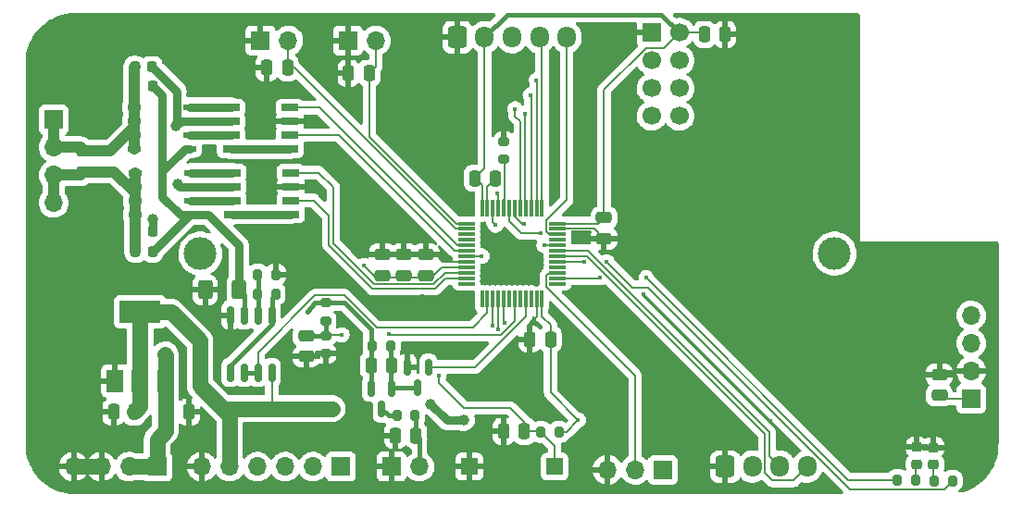
<source format=gbr>
%TF.GenerationSoftware,KiCad,Pcbnew,(6.0.11)*%
%TF.CreationDate,2023-08-09T22:56:24+02:00*%
%TF.ProjectId,Voiture_RC,566f6974-7572-4655-9f52-432e6b696361,rev?*%
%TF.SameCoordinates,Original*%
%TF.FileFunction,Copper,L1,Top*%
%TF.FilePolarity,Positive*%
%FSLAX46Y46*%
G04 Gerber Fmt 4.6, Leading zero omitted, Abs format (unit mm)*
G04 Created by KiCad (PCBNEW (6.0.11)) date 2023-08-09 22:56:24*
%MOMM*%
%LPD*%
G01*
G04 APERTURE LIST*
G04 Aperture macros list*
%AMRoundRect*
0 Rectangle with rounded corners*
0 $1 Rounding radius*
0 $2 $3 $4 $5 $6 $7 $8 $9 X,Y pos of 4 corners*
0 Add a 4 corners polygon primitive as box body*
4,1,4,$2,$3,$4,$5,$6,$7,$8,$9,$2,$3,0*
0 Add four circle primitives for the rounded corners*
1,1,$1+$1,$2,$3*
1,1,$1+$1,$4,$5*
1,1,$1+$1,$6,$7*
1,1,$1+$1,$8,$9*
0 Add four rect primitives between the rounded corners*
20,1,$1+$1,$2,$3,$4,$5,0*
20,1,$1+$1,$4,$5,$6,$7,0*
20,1,$1+$1,$6,$7,$8,$9,0*
20,1,$1+$1,$8,$9,$2,$3,0*%
G04 Aperture macros list end*
%TA.AperFunction,SMDPad,CuDef*%
%ADD10RoundRect,0.250000X0.475000X-0.250000X0.475000X0.250000X-0.475000X0.250000X-0.475000X-0.250000X0*%
%TD*%
%TA.AperFunction,ComponentPad*%
%ADD11R,1.700000X1.700000*%
%TD*%
%TA.AperFunction,ComponentPad*%
%ADD12O,1.700000X1.700000*%
%TD*%
%TA.AperFunction,SMDPad,CuDef*%
%ADD13RoundRect,0.250000X-0.250000X-0.475000X0.250000X-0.475000X0.250000X0.475000X-0.250000X0.475000X0*%
%TD*%
%TA.AperFunction,SMDPad,CuDef*%
%ADD14RoundRect,0.218750X0.218750X0.256250X-0.218750X0.256250X-0.218750X-0.256250X0.218750X-0.256250X0*%
%TD*%
%TA.AperFunction,SMDPad,CuDef*%
%ADD15RoundRect,0.039130X0.557870X0.240370X-0.557870X0.240370X-0.557870X-0.240370X0.557870X-0.240370X0*%
%TD*%
%TA.AperFunction,SMDPad,CuDef*%
%ADD16RoundRect,0.250000X-0.475000X0.250000X-0.475000X-0.250000X0.475000X-0.250000X0.475000X0.250000X0*%
%TD*%
%TA.AperFunction,ComponentPad*%
%ADD17RoundRect,0.250000X-0.600000X-0.725000X0.600000X-0.725000X0.600000X0.725000X-0.600000X0.725000X0*%
%TD*%
%TA.AperFunction,ComponentPad*%
%ADD18O,1.700000X1.950000*%
%TD*%
%TA.AperFunction,SMDPad,CuDef*%
%ADD19RoundRect,0.200000X-0.200000X-0.275000X0.200000X-0.275000X0.200000X0.275000X-0.200000X0.275000X0*%
%TD*%
%TA.AperFunction,SMDPad,CuDef*%
%ADD20RoundRect,0.218750X-0.218750X-0.256250X0.218750X-0.256250X0.218750X0.256250X-0.218750X0.256250X0*%
%TD*%
%TA.AperFunction,SMDPad,CuDef*%
%ADD21RoundRect,0.150000X-0.150000X0.675000X-0.150000X-0.675000X0.150000X-0.675000X0.150000X0.675000X0*%
%TD*%
%TA.AperFunction,SMDPad,CuDef*%
%ADD22RoundRect,0.200000X0.275000X-0.200000X0.275000X0.200000X-0.275000X0.200000X-0.275000X-0.200000X0*%
%TD*%
%TA.AperFunction,SMDPad,CuDef*%
%ADD23RoundRect,0.200000X-0.275000X0.200000X-0.275000X-0.200000X0.275000X-0.200000X0.275000X0.200000X0*%
%TD*%
%TA.AperFunction,SMDPad,CuDef*%
%ADD24R,1.500000X1.500000*%
%TD*%
%TA.AperFunction,SMDPad,CuDef*%
%ADD25RoundRect,0.250000X0.250000X0.475000X-0.250000X0.475000X-0.250000X-0.475000X0.250000X-0.475000X0*%
%TD*%
%TA.AperFunction,SMDPad,CuDef*%
%ADD26RoundRect,0.011200X-0.733800X-0.128800X0.733800X-0.128800X0.733800X0.128800X-0.733800X0.128800X0*%
%TD*%
%TA.AperFunction,SMDPad,CuDef*%
%ADD27RoundRect,0.011200X0.128800X-0.733800X0.128800X0.733800X-0.128800X0.733800X-0.128800X-0.733800X0*%
%TD*%
%TA.AperFunction,SMDPad,CuDef*%
%ADD28RoundRect,0.218750X-0.256250X0.218750X-0.256250X-0.218750X0.256250X-0.218750X0.256250X0.218750X0*%
%TD*%
%TA.AperFunction,SMDPad,CuDef*%
%ADD29RoundRect,0.042000X0.748000X0.258000X-0.748000X0.258000X-0.748000X-0.258000X0.748000X-0.258000X0*%
%TD*%
%TA.AperFunction,ComponentPad*%
%ADD30C,1.700000*%
%TD*%
%TA.AperFunction,SMDPad,CuDef*%
%ADD31RoundRect,0.200000X0.200000X0.275000X-0.200000X0.275000X-0.200000X-0.275000X0.200000X-0.275000X0*%
%TD*%
%TA.AperFunction,SMDPad,CuDef*%
%ADD32R,1.500000X2.000000*%
%TD*%
%TA.AperFunction,SMDPad,CuDef*%
%ADD33R,3.800000X2.000000*%
%TD*%
%TA.AperFunction,SMDPad,CuDef*%
%ADD34RoundRect,0.250000X0.400000X0.625000X-0.400000X0.625000X-0.400000X-0.625000X0.400000X-0.625000X0*%
%TD*%
%TA.AperFunction,SMDPad,CuDef*%
%ADD35RoundRect,0.150000X-0.150000X0.587500X-0.150000X-0.587500X0.150000X-0.587500X0.150000X0.587500X0*%
%TD*%
%TA.AperFunction,ViaPad*%
%ADD36C,3.000000*%
%TD*%
%TA.AperFunction,ViaPad*%
%ADD37C,0.400000*%
%TD*%
%TA.AperFunction,ViaPad*%
%ADD38C,1.000000*%
%TD*%
%TA.AperFunction,Conductor*%
%ADD39C,0.800000*%
%TD*%
%TA.AperFunction,Conductor*%
%ADD40C,1.400000*%
%TD*%
%TA.AperFunction,Conductor*%
%ADD41C,0.400000*%
%TD*%
%TA.AperFunction,Conductor*%
%ADD42C,0.200000*%
%TD*%
%TA.AperFunction,Conductor*%
%ADD43C,1.000000*%
%TD*%
G04 APERTURE END LIST*
D10*
%TO.P,C9,1*%
%TO.N,+3V3*%
X165132000Y-129488000D03*
%TO.P,C9,2*%
%TO.N,GND*%
X165132000Y-127588000D03*
%TD*%
D11*
%TO.P,J4,1,Pin_1*%
%TO.N,GND*%
X164000000Y-147000000D03*
D12*
%TO.P,J4,2,Pin_2*%
%TO.N,Net-(C12-Pad1)*%
X166540000Y-147000000D03*
%TD*%
D13*
%TO.P,C7,1*%
%TO.N,GND*%
X174232000Y-143764000D03*
%TO.P,C7,2*%
%TO.N,/RST*%
X176132000Y-143764000D03*
%TD*%
D11*
%TO.P,J3,1,Pin_1*%
%TO.N,GND*%
X152000000Y-108000000D03*
D12*
%TO.P,J3,2,Pin_2*%
%TO.N,/led_recule*%
X154540000Y-108000000D03*
%TD*%
D14*
%TO.P,D3,1,K*%
%TO.N,+BATT*%
X142087700Y-110413800D03*
%TO.P,D3,2,A*%
%TO.N,Net-(J9-Pad1)*%
X140512700Y-110413800D03*
%TD*%
D10*
%TO.P,C10,1*%
%TO.N,+3V3*%
X163152000Y-129488000D03*
%TO.P,C10,2*%
%TO.N,GND*%
X163152000Y-127588000D03*
%TD*%
D15*
%TO.P,Q4,1*%
%TO.N,Net-(Q3-Pad1)*%
X145595400Y-123951400D03*
%TO.P,Q4,2*%
%TO.N,Net-(Q4-Pad2)*%
X145595400Y-122681400D03*
%TO.P,Q4,3*%
%TO.N,+BATT*%
X145595400Y-121411400D03*
%TO.P,Q4,4*%
%TO.N,Net-(Q4-Pad4)*%
X145595400Y-120141400D03*
%TO.P,Q4,5*%
%TO.N,Net-(J9-Pad3)*%
X140541400Y-120141400D03*
%TO.P,Q4,6*%
X140541400Y-121411400D03*
%TO.P,Q4,7*%
X140541400Y-122681400D03*
%TO.P,Q4,8*%
X140541400Y-123951400D03*
%TD*%
D16*
%TO.P,C1,1*%
%TO.N,+3V3*%
X183420000Y-124232000D03*
%TO.P,C1,2*%
%TO.N,GND*%
X183420000Y-126132000D03*
%TD*%
D17*
%TO.P,J8,1,Pin_1*%
%TO.N,GND*%
X194500000Y-147000000D03*
D18*
%TO.P,J8,2,Pin_2*%
%TO.N,+3V3*%
X197000000Y-147000000D03*
%TO.P,J8,3,Pin_3*%
%TO.N,/DBG_Tx*%
X199500000Y-147000000D03*
%TO.P,J8,4,Pin_4*%
%TO.N,/DBG_Rx*%
X202000000Y-147000000D03*
%TD*%
D19*
%TO.P,R9,1*%
%TO.N,Net-(R8-Pad1)*%
X151727600Y-131204200D03*
%TO.P,R9,2*%
%TO.N,Net-(R9-Pad2)*%
X153377600Y-131204200D03*
%TD*%
D20*
%TO.P,D5,1,K*%
%TO.N,Net-(J9-Pad3)*%
X140563500Y-127330200D03*
%TO.P,D5,2,A*%
%TO.N,Net-(Q3-Pad1)*%
X142138500Y-127330200D03*
%TD*%
D13*
%TO.P,C8,1*%
%TO.N,+3V3*%
X171614000Y-120610000D03*
%TO.P,C8,2*%
%TO.N,GND*%
X173514000Y-120610000D03*
%TD*%
%TO.P,C5,1*%
%TO.N,+BATT*%
X143550000Y-142000000D03*
%TO.P,C5,2*%
%TO.N,GND*%
X145450000Y-142000000D03*
%TD*%
D11*
%TO.P,J5,1,Pin_1*%
%TO.N,+BATT*%
X142540000Y-147000000D03*
D12*
%TO.P,J5,2,Pin_2*%
X140000000Y-147000000D03*
%TO.P,J5,3,Pin_3*%
%TO.N,GND*%
X137460000Y-147000000D03*
%TO.P,J5,4,Pin_4*%
X134920000Y-147000000D03*
%TD*%
D21*
%TO.P,U4,1*%
%TO.N,Net-(R9-Pad2)*%
X153035000Y-133138000D03*
%TO.P,U4,2,-*%
%TO.N,Net-(R8-Pad1)*%
X151765000Y-133138000D03*
%TO.P,U4,3,+*%
%TO.N,Net-(Q3-Pad1)*%
X150495000Y-133138000D03*
%TO.P,U4,4,V-*%
%TO.N,GND*%
X149225000Y-133138000D03*
%TO.P,U4,5,+*%
%TO.N,Net-(R9-Pad2)*%
X149225000Y-138388000D03*
%TO.P,U4,6,-*%
%TO.N,/courant_moteur*%
X150495000Y-138388000D03*
%TO.P,U4,7*%
X151765000Y-138388000D03*
%TO.P,U4,8,V+*%
%TO.N,+3V3*%
X153035000Y-138388000D03*
%TD*%
D22*
%TO.P,R11,1*%
%TO.N,Net-(U1-Pad44)*%
X174276000Y-118895000D03*
%TO.P,R11,2*%
%TO.N,GND*%
X174276000Y-117245000D03*
%TD*%
D23*
%TO.P,R1,1*%
%TO.N,+BATT*%
X157962600Y-132017000D03*
%TO.P,R1,2*%
%TO.N,/mesure_VBat*%
X157962600Y-133667000D03*
%TD*%
D11*
%TO.P,J2,1,Pin_1*%
%TO.N,/PA11*%
X159350000Y-147000000D03*
D12*
%TO.P,J2,2,Pin_2*%
%TO.N,/PA7*%
X156810000Y-147000000D03*
%TO.P,J2,3,Pin_3*%
%TO.N,/PA6*%
X154270000Y-147000000D03*
%TO.P,J2,4,Pin_4*%
%TO.N,/PA5*%
X151730000Y-147000000D03*
%TO.P,J2,5,Pin_5*%
%TO.N,+3V3*%
X149190000Y-147000000D03*
%TO.P,J2,6,Pin_6*%
%TO.N,GND*%
X146650000Y-147000000D03*
%TD*%
D20*
%TO.P,D4,1,K*%
%TO.N,Net-(J9-Pad1)*%
X140563500Y-112141000D03*
%TO.P,D4,2,A*%
%TO.N,Net-(Q3-Pad1)*%
X142138500Y-112141000D03*
%TD*%
D24*
%TO.P,Reset1,1,1*%
%TO.N,/RST*%
X178900000Y-147000000D03*
%TO.P,Reset1,2,2*%
%TO.N,GND*%
X171100000Y-147000000D03*
%TD*%
D19*
%TO.P,R4,1*%
%TO.N,Net-(Q1-Pad3)*%
X164475400Y-142351800D03*
%TO.P,R4,2*%
%TO.N,Net-(C12-Pad1)*%
X166125400Y-142351800D03*
%TD*%
D25*
%TO.P,C12,1*%
%TO.N,Net-(C12-Pad1)*%
X166225000Y-144155200D03*
%TO.P,C12,2*%
%TO.N,GND*%
X164325000Y-144155200D03*
%TD*%
D26*
%TO.P,U1,1,PC0*%
%TO.N,/led_feu_stop*%
X170830000Y-124750000D03*
%TO.P,U1,2,PC13*%
%TO.N,/led_recule*%
X170830000Y-125250000D03*
%TO.P,U1,3,PC14-OSC32_IN*%
%TO.N,unconnected-(U1-Pad3)*%
X170830000Y-125750000D03*
%TO.P,U1,4,PC15-OSC32_OUT*%
%TO.N,unconnected-(U1-Pad4)*%
X170830000Y-126250000D03*
%TO.P,U1,5,PH0*%
%TO.N,/~{off}*%
X170830000Y-126750000D03*
%TO.P,U1,6,PH1*%
%TO.N,/off*%
X170830000Y-127250000D03*
%TO.P,U1,7,NRST*%
%TO.N,/RST*%
X170830000Y-127750000D03*
%TO.P,U1,8,VSSA*%
%TO.N,GND*%
X170830000Y-128250000D03*
%TO.P,U1,9,VDDA*%
%TO.N,+3V3*%
X170830000Y-128750000D03*
%TO.P,U1,10,PA0*%
%TO.N,/~{on}*%
X170830000Y-129250000D03*
%TO.P,U1,11,PA1*%
%TO.N,/on*%
X170830000Y-129750000D03*
%TO.P,U1,12,PA2*%
%TO.N,unconnected-(U1-Pad12)*%
X170830000Y-130250000D03*
D27*
%TO.P,U1,13,PA3*%
%TO.N,unconnected-(U1-Pad13)*%
X172250000Y-131670000D03*
%TO.P,U1,14,PA4*%
%TO.N,/courant_moteur*%
X172750000Y-131670000D03*
%TO.P,U1,15,PA5*%
%TO.N,/PA5*%
X173250000Y-131670000D03*
%TO.P,U1,16,PA6*%
%TO.N,/PA6*%
X173750000Y-131670000D03*
%TO.P,U1,17,PA7*%
%TO.N,/PA7*%
X174250000Y-131670000D03*
%TO.P,U1,18,PB0*%
%TO.N,unconnected-(U1-Pad18)*%
X174750000Y-131670000D03*
%TO.P,U1,19,PB1*%
%TO.N,/mesure_VBat*%
X175250000Y-131670000D03*
%TO.P,U1,20,PB2*%
%TO.N,unconnected-(U1-Pad20)*%
X175750000Y-131670000D03*
%TO.P,U1,21,PB10*%
%TO.N,/cmd_pleins_phares*%
X176250000Y-131670000D03*
%TO.P,U1,22,PB11*%
%TO.N,unconnected-(U1-Pad22)*%
X176750000Y-131670000D03*
%TO.P,U1,23,VSS*%
%TO.N,GND*%
X177250000Y-131670000D03*
%TO.P,U1,24,VDD*%
%TO.N,+3V3*%
X177750000Y-131670000D03*
D26*
%TO.P,U1,25,PB12*%
%TO.N,unconnected-(U1-Pad25)*%
X179170000Y-130250000D03*
%TO.P,U1,26,PB13*%
%TO.N,/led_v*%
X179170000Y-129750000D03*
%TO.P,U1,27,PB14*%
%TO.N,/direction*%
X179170000Y-129250000D03*
%TO.P,U1,28,PB15*%
%TO.N,unconnected-(U1-Pad28)*%
X179170000Y-128750000D03*
%TO.P,U1,29,PA8*%
%TO.N,/led_r*%
X179170000Y-128250000D03*
%TO.P,U1,30,PA9*%
%TO.N,/DBG_Rx*%
X179170000Y-127750000D03*
%TO.P,U1,31,PA10*%
%TO.N,/DBG_Tx*%
X179170000Y-127250000D03*
%TO.P,U1,32,PA11*%
%TO.N,/PA11*%
X179170000Y-126750000D03*
%TO.P,U1,33,PA12*%
%TO.N,unconnected-(U1-Pad33)*%
X179170000Y-126250000D03*
%TO.P,U1,34,PA13-SWDIO*%
%TO.N,/SWDIO*%
X179170000Y-125750000D03*
%TO.P,U1,35,VSS*%
%TO.N,GND*%
X179170000Y-125250000D03*
%TO.P,U1,36,VDD*%
%TO.N,+3V3*%
X179170000Y-124750000D03*
D27*
%TO.P,U1,37,PA14-SWDCLK*%
%TO.N,/SWDCLK*%
X177750000Y-123330000D03*
%TO.P,U1,38,PA15*%
%TO.N,/CSN*%
X177250000Y-123330000D03*
%TO.P,U1,39,PB3*%
%TO.N,/SCK*%
X176750000Y-123330000D03*
%TO.P,U1,40,PB4*%
%TO.N,/MISO*%
X176250000Y-123330000D03*
%TO.P,U1,41,PB5*%
%TO.N,/MOSI*%
X175750000Y-123330000D03*
%TO.P,U1,42,PB6*%
%TO.N,/SCL*%
X175250000Y-123330000D03*
%TO.P,U1,43,PB7*%
%TO.N,/SDA*%
X174750000Y-123330000D03*
%TO.P,U1,44,BOOT0*%
%TO.N,Net-(U1-Pad44)*%
X174250000Y-123330000D03*
%TO.P,U1,45,PB8*%
%TO.N,/IRQ*%
X173750000Y-123330000D03*
%TO.P,U1,46,PB9*%
%TO.N,/CE*%
X173250000Y-123330000D03*
%TO.P,U1,47,VSS*%
%TO.N,GND*%
X172750000Y-123330000D03*
%TO.P,U1,48,VDD*%
%TO.N,+3V3*%
X172250000Y-123330000D03*
%TD*%
D15*
%TO.P,Q3,1*%
%TO.N,Net-(Q3-Pad1)*%
X145527000Y-117905000D03*
%TO.P,Q3,2*%
%TO.N,Net-(U5-Pad7)*%
X145527000Y-116635000D03*
%TO.P,Q3,3*%
%TO.N,+BATT*%
X145527000Y-115365000D03*
%TO.P,Q3,4*%
%TO.N,Net-(U5-Pad5)*%
X145527000Y-114095000D03*
%TO.P,Q3,5*%
%TO.N,Net-(J9-Pad1)*%
X140473000Y-114095000D03*
%TO.P,Q3,6*%
X140473000Y-115365000D03*
%TO.P,Q3,7*%
X140473000Y-116635000D03*
%TO.P,Q3,8*%
X140473000Y-117905000D03*
%TD*%
D25*
%TO.P,C6,1*%
%TO.N,+3V3*%
X140450000Y-142000000D03*
%TO.P,C6,2*%
%TO.N,GND*%
X138550000Y-142000000D03*
%TD*%
%TO.P,C2,1*%
%TO.N,+3V3*%
X178528000Y-135342000D03*
%TO.P,C2,2*%
%TO.N,GND*%
X176628000Y-135342000D03*
%TD*%
D19*
%TO.P,R8,1*%
%TO.N,Net-(R8-Pad1)*%
X151752800Y-129413000D03*
%TO.P,R8,2*%
%TO.N,GND*%
X153402800Y-129413000D03*
%TD*%
D13*
%TO.P,C13,1*%
%TO.N,+BATT*%
X162089800Y-137754400D03*
%TO.P,C13,2*%
%TO.N,Net-(C13-Pad2)*%
X163989800Y-137754400D03*
%TD*%
D25*
%TO.P,C11,1*%
%TO.N,/led_recule*%
X154476252Y-110501252D03*
%TO.P,C11,2*%
%TO.N,GND*%
X152576252Y-110501252D03*
%TD*%
D13*
%TO.P,C14,1*%
%TO.N,+3V3*%
X192598000Y-107442000D03*
%TO.P,C14,2*%
%TO.N,GND*%
X194498000Y-107442000D03*
%TD*%
D28*
%TO.P,D2,1,K*%
%TO.N,GND*%
X212000000Y-145212500D03*
%TO.P,D2,2,A*%
%TO.N,Net-(D2-Pad2)*%
X212000000Y-146787500D03*
%TD*%
D29*
%TO.P,U6,1,NC*%
%TO.N,Net-(U6-Pad1)*%
X154770900Y-123900600D03*
%TO.P,U6,2,IN_A*%
%TO.N,/on*%
X154770900Y-122630600D03*
%TO.P,U6,3,GND*%
%TO.N,GND*%
X154770900Y-121360600D03*
%TO.P,U6,4,IN_B*%
%TO.N,/~{on}*%
X154770900Y-120090600D03*
%TO.P,U6,5,OUT_B*%
%TO.N,Net-(Q4-Pad4)*%
X149430900Y-120090600D03*
%TO.P,U6,6,VDD*%
%TO.N,+BATT*%
X149430900Y-121360600D03*
%TO.P,U6,7,OUT_A*%
%TO.N,Net-(Q4-Pad2)*%
X149430900Y-122630600D03*
%TO.P,U6,8,NC*%
%TO.N,Net-(U6-Pad1)*%
X149430900Y-123900600D03*
%TD*%
D11*
%TO.P,U3,1,GND*%
%TO.N,GND*%
X187770000Y-107285000D03*
D30*
%TO.P,U3,2,VCC*%
%TO.N,+3V3*%
X190310000Y-107285000D03*
%TO.P,U3,3,CE*%
%TO.N,/CE*%
X187770000Y-109825000D03*
%TO.P,U3,4,~{CSN}*%
%TO.N,/CSN*%
X190310000Y-109825000D03*
%TO.P,U3,5,SCK*%
%TO.N,/SCK*%
X187770000Y-112365000D03*
%TO.P,U3,6,MOSI*%
%TO.N,/MOSI*%
X190310000Y-112365000D03*
%TO.P,U3,7,MISO*%
%TO.N,/MISO*%
X187770000Y-114905000D03*
%TO.P,U3,8,IRQ*%
%TO.N,/IRQ*%
X190310000Y-114905000D03*
%TD*%
D16*
%TO.P,C17,1*%
%TO.N,Net-(J9-Pad1)*%
X135864600Y-118125200D03*
%TO.P,C17,2*%
%TO.N,Net-(J9-Pad3)*%
X135864600Y-120025200D03*
%TD*%
D31*
%TO.P,R5,1*%
%TO.N,+3V3*%
X179309000Y-143830400D03*
%TO.P,R5,2*%
%TO.N,/RST*%
X177659000Y-143830400D03*
%TD*%
D28*
%TO.P,D1,1,K*%
%TO.N,GND*%
X213549400Y-145237900D03*
%TO.P,D1,2,A*%
%TO.N,Net-(D1-Pad2)*%
X213549400Y-146812900D03*
%TD*%
D31*
%TO.P,R3,1*%
%TO.N,/led_r*%
X215288800Y-148286000D03*
%TO.P,R3,2*%
%TO.N,Net-(D1-Pad2)*%
X213638800Y-148286000D03*
%TD*%
D16*
%TO.P,C3,1*%
%TO.N,/mesure_VBat*%
X156184600Y-135016200D03*
%TO.P,C3,2*%
%TO.N,GND*%
X156184600Y-136916200D03*
%TD*%
D17*
%TO.P,J10,1,Pin_1*%
%TO.N,GND*%
X170000000Y-107700000D03*
D18*
%TO.P,J10,2,Pin_2*%
%TO.N,+3V3*%
X172500000Y-107700000D03*
%TO.P,J10,3,Pin_3*%
%TO.N,/RST*%
X175000000Y-107700000D03*
%TO.P,J10,4,Pin_4*%
%TO.N,/SWDCLK*%
X177500000Y-107700000D03*
%TO.P,J10,5,Pin_5*%
%TO.N,/SWDIO*%
X180000000Y-107700000D03*
%TD*%
D25*
%TO.P,C16,1*%
%TO.N,/led_feu_stop*%
X161950000Y-111000000D03*
%TO.P,C16,2*%
%TO.N,GND*%
X160050000Y-111000000D03*
%TD*%
D11*
%TO.P,J7,1,Pin_1*%
%TO.N,GND*%
X160000000Y-108000000D03*
D12*
%TO.P,J7,2,Pin_2*%
%TO.N,/led_feu_stop*%
X162540000Y-108000000D03*
%TD*%
D32*
%TO.P,U2,1,ADJ*%
%TO.N,GND*%
X138700000Y-139150000D03*
%TO.P,U2,2,VO*%
%TO.N,+3V3*%
X141000000Y-139150000D03*
D33*
X141000000Y-132850000D03*
D32*
%TO.P,U2,3,VI*%
%TO.N,+BATT*%
X143300000Y-139150000D03*
%TD*%
D11*
%TO.P,J6,1,Pin_1*%
%TO.N,+3V3*%
X217000000Y-140800000D03*
D12*
%TO.P,J6,2,Pin_2*%
%TO.N,GND*%
X217000000Y-138260000D03*
%TO.P,J6,3,Pin_3*%
%TO.N,/SCL*%
X217000000Y-135720000D03*
%TO.P,J6,4,Pin_4*%
%TO.N,/SDA*%
X217000000Y-133180000D03*
%TD*%
D19*
%TO.P,R10,1*%
%TO.N,/led_v*%
X210260600Y-148209800D03*
%TO.P,R10,2*%
%TO.N,Net-(D2-Pad2)*%
X211910600Y-148209800D03*
%TD*%
D34*
%TO.P,R7,1*%
%TO.N,Net-(Q3-Pad1)*%
X150038400Y-130835400D03*
%TO.P,R7,2*%
%TO.N,GND*%
X146938400Y-130835400D03*
%TD*%
D35*
%TO.P,Q1,1,G*%
%TO.N,Net-(C13-Pad2)*%
X164015200Y-139839500D03*
%TO.P,Q1,2,S*%
%TO.N,+BATT*%
X162115200Y-139839500D03*
%TO.P,Q1,3,D*%
%TO.N,Net-(Q1-Pad3)*%
X163065200Y-141714500D03*
%TD*%
D11*
%TO.P,J9,1,Pin_1*%
%TO.N,Net-(J9-Pad1)*%
X133080100Y-115249200D03*
D12*
%TO.P,J9,2,Pin_2*%
X133080100Y-117789200D03*
%TO.P,J9,3,Pin_3*%
%TO.N,Net-(J9-Pad3)*%
X133080100Y-120329200D03*
%TO.P,J9,4,Pin_4*%
X133080100Y-122869200D03*
%TD*%
D11*
%TO.P,J1,1,Pin_1*%
%TO.N,+3V3*%
X188790000Y-147300000D03*
D12*
%TO.P,J1,2,Pin_2*%
%TO.N,/direction*%
X186250000Y-147300000D03*
%TO.P,J1,3,Pin_3*%
%TO.N,GND*%
X183710000Y-147300000D03*
%TD*%
D19*
%TO.P,R6,1*%
%TO.N,+BATT*%
X162240200Y-136001800D03*
%TO.P,R6,2*%
%TO.N,Net-(C13-Pad2)*%
X163890200Y-136001800D03*
%TD*%
D35*
%TO.P,Q2,1,B*%
%TO.N,/cmd_pleins_phares*%
X167342600Y-137883700D03*
%TO.P,Q2,2,E*%
%TO.N,GND*%
X165442600Y-137883700D03*
%TO.P,Q2,3,C*%
%TO.N,Net-(C13-Pad2)*%
X166392600Y-139758700D03*
%TD*%
D10*
%TO.P,C15,1*%
%TO.N,+3V3*%
X214078000Y-140480000D03*
%TO.P,C15,2*%
%TO.N,GND*%
X214078000Y-138580000D03*
%TD*%
D29*
%TO.P,U5,1,NC*%
%TO.N,Net-(U5-Pad1)*%
X154670000Y-117955800D03*
%TO.P,U5,2,IN_A*%
%TO.N,/off*%
X154670000Y-116685800D03*
%TO.P,U5,3,GND*%
%TO.N,GND*%
X154670000Y-115415800D03*
%TO.P,U5,4,IN_B*%
%TO.N,/~{off}*%
X154670000Y-114145800D03*
%TO.P,U5,5,OUT_B*%
%TO.N,Net-(U5-Pad5)*%
X149330000Y-114145800D03*
%TO.P,U5,6,VDD*%
%TO.N,+BATT*%
X149330000Y-115415800D03*
%TO.P,U5,7,OUT_A*%
%TO.N,Net-(U5-Pad7)*%
X149330000Y-116685800D03*
%TO.P,U5,8,NC*%
%TO.N,Net-(U5-Pad1)*%
X149330000Y-117955800D03*
%TD*%
D23*
%TO.P,R2,1*%
%TO.N,/mesure_VBat*%
X157957600Y-135022200D03*
%TO.P,R2,2*%
%TO.N,GND*%
X157957600Y-136672200D03*
%TD*%
D10*
%TO.P,C4,1*%
%TO.N,+3V3*%
X167132000Y-129488000D03*
%TO.P,C4,2*%
%TO.N,GND*%
X167132000Y-127588000D03*
%TD*%
D14*
%TO.P,D6,1,K*%
%TO.N,+BATT*%
X142138500Y-125476000D03*
%TO.P,D6,2,A*%
%TO.N,Net-(J9-Pad3)*%
X140563500Y-125476000D03*
%TD*%
D36*
%TO.N,*%
X204500000Y-127500000D03*
X146500000Y-127500000D03*
D37*
%TO.N,+3V3*%
X161493200Y-128625600D03*
X181052000Y-142748000D03*
D38*
X170586400Y-142748000D03*
X158572200Y-141681200D03*
X167589200Y-141274800D03*
D37*
%TO.N,GND*%
X180400000Y-148800000D03*
X171400000Y-118600000D03*
X178800000Y-109200000D03*
X150200000Y-135200000D03*
X172000000Y-136000000D03*
X194200000Y-134800000D03*
X151200000Y-143600000D03*
X195000000Y-128400000D03*
X162800000Y-132000000D03*
X196400000Y-121200000D03*
X205800000Y-106800000D03*
X145200000Y-109600000D03*
X208600000Y-144800000D03*
X171400000Y-112000000D03*
X131200000Y-117200000D03*
X157000000Y-118200000D03*
X182000000Y-140600000D03*
X151800000Y-115400000D03*
X198600000Y-142800000D03*
X144000000Y-130200000D03*
X169000000Y-149000000D03*
X177000000Y-137200000D03*
X174800000Y-126000000D03*
X168800000Y-136200000D03*
X146400000Y-111800000D03*
X180400000Y-138000000D03*
X165400000Y-125600000D03*
X153000000Y-144000000D03*
X217000000Y-148200000D03*
X132000000Y-144400000D03*
X201000000Y-107000000D03*
X192600000Y-111000000D03*
X154400000Y-136600000D03*
X201400000Y-122200000D03*
X199000000Y-126200000D03*
X185800000Y-107000000D03*
X216200000Y-144400000D03*
X211600000Y-139200000D03*
X196800000Y-134200000D03*
X153200000Y-106200000D03*
X196400000Y-107200000D03*
X166400000Y-136200000D03*
X136200000Y-136400000D03*
X189200000Y-144800000D03*
X146000000Y-144400000D03*
X168000000Y-120600000D03*
X175000000Y-127600000D03*
X191200000Y-141800000D03*
X161800000Y-144400000D03*
X210400000Y-127600000D03*
X183600000Y-108200000D03*
X151600000Y-140200000D03*
X170600000Y-132400000D03*
X157400000Y-107800000D03*
X210800000Y-132200000D03*
X214800000Y-127800000D03*
X187400000Y-142800000D03*
X205200000Y-117600000D03*
X205400000Y-111400000D03*
X140200000Y-107400000D03*
X185600000Y-119000000D03*
X176400000Y-109600000D03*
X219000000Y-142200000D03*
X210800000Y-136600000D03*
X219200000Y-137800000D03*
X180800000Y-123600000D03*
X132200000Y-132400000D03*
X205600000Y-124200000D03*
X189000000Y-119600000D03*
X172200000Y-144400000D03*
X181800000Y-120000000D03*
X191600000Y-132200000D03*
X200200000Y-140800000D03*
X174200000Y-130000000D03*
X191000000Y-129000000D03*
X212600000Y-142800000D03*
X144800000Y-107200000D03*
X132200000Y-126600000D03*
X148200000Y-137200000D03*
X144800000Y-148800000D03*
X185200000Y-148800000D03*
X192000000Y-147400000D03*
X138400000Y-149200000D03*
X200600000Y-145200000D03*
X187000000Y-131200000D03*
X160800000Y-125600000D03*
X149800000Y-107000000D03*
X167000000Y-115600000D03*
X178800000Y-119200000D03*
X167400000Y-126200000D03*
X136000000Y-107200000D03*
X166800000Y-131400000D03*
X156200000Y-139200000D03*
X175200000Y-135600000D03*
X161200000Y-149000000D03*
X187000000Y-128000000D03*
X163400000Y-116400000D03*
X169800000Y-144600000D03*
X197000000Y-113800000D03*
X203800000Y-149000000D03*
X183800000Y-131200000D03*
X207000000Y-137800000D03*
X132600000Y-108000000D03*
X199400000Y-132200000D03*
X159200000Y-118600000D03*
X137600000Y-112400000D03*
X149000000Y-110200000D03*
X159800000Y-137000000D03*
X136400000Y-141600000D03*
X181800000Y-112000000D03*
X164000000Y-133000000D03*
X161600000Y-122600000D03*
X218400000Y-146000000D03*
X158400000Y-129200000D03*
X187800000Y-123800000D03*
X192800000Y-118400000D03*
X190400000Y-148800000D03*
X200400000Y-136800000D03*
X174200000Y-115400000D03*
X181800000Y-115200000D03*
X165200000Y-107000000D03*
X137400000Y-122800000D03*
X185600000Y-112400000D03*
X173400000Y-140400000D03*
X160600000Y-113800000D03*
X167800000Y-107000000D03*
X132200000Y-137600000D03*
X140800000Y-143600000D03*
X179000000Y-112200000D03*
X175400000Y-148800000D03*
X197400000Y-138200000D03*
X136000000Y-115800000D03*
X205400000Y-132200000D03*
X176800000Y-140800000D03*
X176600000Y-130000000D03*
X164800000Y-149000000D03*
X174600000Y-111000000D03*
X178800000Y-122400000D03*
X196000000Y-143800000D03*
X187600000Y-139600000D03*
X161200000Y-105800000D03*
X148600000Y-112000000D03*
X147600000Y-118800000D03*
X182200000Y-107000000D03*
X169800000Y-139000000D03*
X182800000Y-144800000D03*
X137200000Y-130400000D03*
X204400000Y-144400000D03*
X218800000Y-128600000D03*
X186800000Y-136200000D03*
X145000000Y-139200000D03*
X215000000Y-136400000D03*
X203600000Y-142600000D03*
X197400000Y-149200000D03*
X155000000Y-130600000D03*
X179400000Y-133200000D03*
X181200000Y-131200000D03*
X201000000Y-117600000D03*
X148200000Y-134800000D03*
X151400000Y-126200000D03*
X156600000Y-124600000D03*
X173800000Y-112200000D03*
X158000000Y-111400000D03*
X171400000Y-122800000D03*
X159600000Y-133600000D03*
X178800000Y-115200000D03*
X167400000Y-112000000D03*
X157000000Y-115400000D03*
X192200000Y-123400000D03*
X164600000Y-112000000D03*
X133200000Y-110000000D03*
X132200000Y-141200000D03*
X152600000Y-149200000D03*
X140000000Y-129800000D03*
X218800000Y-133800000D03*
X185000000Y-115400000D03*
X155600000Y-113000000D03*
X183600000Y-138400000D03*
X152000000Y-121600000D03*
%TO.N,/mesure_VBat*%
X163753800Y-134848600D03*
X159435800Y-134950200D03*
D38*
%TO.N,+BATT*%
X144399000Y-121183400D03*
X143281400Y-136753600D03*
X142163800Y-124383800D03*
X144297400Y-115798600D03*
D37*
X156260800Y-132842000D03*
%TO.N,/RST*%
X172237400Y-127736600D03*
X168300400Y-138684000D03*
%TO.N,/PA5*%
X173250000Y-134090000D03*
%TO.N,/PA6*%
X173736000Y-134467600D03*
%TO.N,/SCL*%
X176123600Y-124815600D03*
%TO.N,/SDA*%
X177644366Y-125643688D03*
%TO.N,/led_r*%
X181610000Y-128270000D03*
X183652300Y-128259700D03*
%TO.N,/led_v*%
X183083200Y-129692400D03*
X187274200Y-129717800D03*
%TO.N,/PA7*%
X174294800Y-133807200D03*
%TO.N,/CSN*%
X177241200Y-111633000D03*
%TO.N,/SCK*%
X176682400Y-112979200D03*
%TO.N,/MISO*%
X176174400Y-114681000D03*
%TO.N,/MOSI*%
X175285400Y-114274600D03*
%TO.N,/IRQ*%
X173634400Y-121996200D03*
%TO.N,/CE*%
X173507400Y-124891800D03*
%TO.N,/PA11*%
X177948400Y-126750000D03*
%TD*%
D39*
%TO.N,+3V3*%
X170586400Y-142748000D02*
X169062400Y-142748000D01*
D40*
X141000000Y-139150000D02*
X141000000Y-141450000D01*
X141000000Y-132850000D02*
X143822800Y-132850000D01*
D41*
X174586800Y-105613200D02*
X188638200Y-105613200D01*
D40*
X141000000Y-139150000D02*
X141000000Y-132850000D01*
D42*
X163152000Y-129688000D02*
X167644400Y-129688000D01*
X192441000Y-107285000D02*
X190310000Y-107285000D01*
D40*
X146456400Y-139573000D02*
X148564600Y-141681200D01*
D42*
X187235000Y-108675000D02*
X183420000Y-112490000D01*
X178528000Y-140224000D02*
X178528000Y-135342000D01*
X171614000Y-120610000D02*
X172500000Y-119724000D01*
D40*
X152450800Y-141681200D02*
X158572200Y-141681200D01*
D42*
X163152000Y-129488000D02*
X162355600Y-129488000D01*
X172250000Y-121246000D02*
X171614000Y-120610000D01*
X192598000Y-107442000D02*
X192441000Y-107285000D01*
X153035000Y-138388000D02*
X153035000Y-141097000D01*
X182902000Y-124750000D02*
X183420000Y-124232000D01*
X177750000Y-131670000D02*
X177698400Y-131721600D01*
D40*
X149190000Y-142306600D02*
X149190000Y-147000000D01*
D42*
X153035000Y-141097000D02*
X152450800Y-141681200D01*
X181052000Y-142748000D02*
X178528000Y-140224000D01*
X188920000Y-108675000D02*
X187235000Y-108675000D01*
D40*
X141000000Y-141450000D02*
X140450000Y-142000000D01*
D42*
X168582400Y-128750000D02*
X170830000Y-128750000D01*
X183420000Y-112490000D02*
X183420000Y-124232000D01*
X190310000Y-107285000D02*
X188920000Y-108675000D01*
X179969600Y-143830400D02*
X181052000Y-142748000D01*
X172250000Y-123330000D02*
X172250000Y-121246000D01*
X172500000Y-119724000D02*
X172500000Y-107700000D01*
D41*
X188638200Y-105613200D02*
X190310000Y-107285000D01*
D40*
X146456400Y-135483600D02*
X146456400Y-139573000D01*
D41*
X172500000Y-107700000D02*
X174586800Y-105613200D01*
D40*
X148564600Y-141681200D02*
X152450800Y-141681200D01*
D42*
X167644400Y-129688000D02*
X168582400Y-128750000D01*
D39*
X169062400Y-142748000D02*
X167589200Y-141274800D01*
D42*
X179170000Y-124750000D02*
X182902000Y-124750000D01*
X162355600Y-129488000D02*
X161493200Y-128625600D01*
X177698400Y-133223000D02*
X178528000Y-134052600D01*
X214398000Y-140800000D02*
X214078000Y-140480000D01*
X178528000Y-134052600D02*
X178528000Y-135342000D01*
D40*
X148564600Y-141681200D02*
X149190000Y-142306600D01*
D42*
X179309000Y-143830400D02*
X179969600Y-143830400D01*
X217000000Y-140800000D02*
X214398000Y-140800000D01*
X177698400Y-131721600D02*
X177698400Y-133223000D01*
D40*
X143822800Y-132850000D02*
X146456400Y-135483600D01*
%TO.N,GND*%
X137460000Y-147000000D02*
X134920000Y-147000000D01*
D42*
X172750000Y-123330000D02*
X172750000Y-121374000D01*
X176628000Y-133887000D02*
X177250000Y-133265000D01*
X168224800Y-127788000D02*
X168686800Y-128250000D01*
X176628000Y-135342000D02*
X176628000Y-133887000D01*
X168686800Y-128250000D02*
X170830000Y-128250000D01*
X172750000Y-121374000D02*
X173514000Y-120610000D01*
X214398000Y-138260000D02*
X214078000Y-138580000D01*
X163152000Y-127788000D02*
X168224800Y-127788000D01*
X179170000Y-125250000D02*
X182538000Y-125250000D01*
X177250000Y-133265000D02*
X177250000Y-131670000D01*
X217000000Y-138260000D02*
X214398000Y-138260000D01*
X182538000Y-125250000D02*
X183420000Y-126132000D01*
%TO.N,/mesure_VBat*%
X175250000Y-133695600D02*
X175250000Y-131670000D01*
X158029600Y-134950200D02*
X157957600Y-135022200D01*
D41*
X157957600Y-135022200D02*
X157957600Y-133672000D01*
D42*
X163753800Y-134848600D02*
X163872800Y-134967600D01*
X163872800Y-134967600D02*
X173998000Y-134967600D01*
X175260000Y-133705600D02*
X175250000Y-133695600D01*
X159435800Y-134950200D02*
X158029600Y-134950200D01*
X173998000Y-134967600D02*
X175260000Y-133705600D01*
D41*
X156184600Y-135016200D02*
X157951600Y-135016200D01*
X157951600Y-135016200D02*
X157957600Y-135022200D01*
X157957600Y-133672000D02*
X157962600Y-133667000D01*
D40*
%TO.N,+BATT*%
X143300000Y-143731800D02*
X143300000Y-139150000D01*
D39*
X145646200Y-121360600D02*
X145595400Y-121411400D01*
X145527000Y-115365000D02*
X144731000Y-115365000D01*
X144330000Y-112656100D02*
X142087700Y-110413800D01*
D41*
X157962600Y-132017000D02*
X157005506Y-132017000D01*
X157005506Y-132017000D02*
X156260800Y-132842000D01*
D39*
X144731000Y-115365000D02*
X144297400Y-115798600D01*
D40*
X142540000Y-147000000D02*
X142540000Y-144491800D01*
D39*
X142163800Y-125450700D02*
X142138500Y-125476000D01*
X144399000Y-121183400D02*
X144627000Y-121411400D01*
D40*
X143300000Y-136772200D02*
X143281400Y-136753600D01*
D39*
X145577800Y-115415800D02*
X145527000Y-115365000D01*
D40*
X142540000Y-144491800D02*
X143300000Y-143731800D01*
D39*
X144627000Y-121411400D02*
X145595400Y-121411400D01*
X149330000Y-115415800D02*
X145577800Y-115415800D01*
D41*
X157962600Y-132017000D02*
X159652200Y-132017000D01*
D40*
X143300000Y-139150000D02*
X143300000Y-136772200D01*
D41*
X162115200Y-134480000D02*
X162115200Y-139839500D01*
D39*
X142163800Y-124383800D02*
X142163800Y-125450700D01*
D41*
X159652200Y-132017000D02*
X162115200Y-134480000D01*
D39*
X149430900Y-121360600D02*
X145646200Y-121360600D01*
D40*
X140000000Y-147000000D02*
X142540000Y-147000000D01*
D39*
X144330000Y-115766000D02*
X144330000Y-112656100D01*
D42*
%TO.N,/RST*%
X176132000Y-143764000D02*
X177592600Y-143764000D01*
X174853600Y-141630400D02*
X176132000Y-142908800D01*
X176132000Y-142908800D02*
X176132000Y-143764000D01*
X168300400Y-139335217D02*
X170595583Y-141630400D01*
X168300400Y-138684000D02*
X168300400Y-139335217D01*
X172224000Y-127750000D02*
X172237400Y-127736600D01*
X177592600Y-143764000D02*
X177659000Y-143830400D01*
X178900000Y-145071400D02*
X177659000Y-143830400D01*
X178900000Y-147000000D02*
X178900000Y-145071400D01*
X170595583Y-141630400D02*
X174853600Y-141630400D01*
X170830000Y-127750000D02*
X172224000Y-127750000D01*
%TO.N,/led_recule*%
X154540000Y-110437504D02*
X154540000Y-108000000D01*
X169845514Y-125250000D02*
X155096766Y-110501252D01*
X155096766Y-110501252D02*
X154476252Y-110501252D01*
X170830000Y-125250000D02*
X169845514Y-125250000D01*
X154476252Y-110501252D02*
X154540000Y-110437504D01*
D41*
%TO.N,Net-(C12-Pad1)*%
X166540000Y-147000000D02*
X166540000Y-144470200D01*
X166225000Y-142451400D02*
X166125400Y-142351800D01*
X166225000Y-144155200D02*
X166225000Y-142451400D01*
X166540000Y-144470200D02*
X166225000Y-144155200D01*
%TO.N,Net-(C13-Pad2)*%
X163890200Y-136001800D02*
X163890200Y-139714500D01*
X163890200Y-139714500D02*
X164015200Y-139839500D01*
X164096000Y-139758700D02*
X164015200Y-139839500D01*
X166392600Y-139758700D02*
X164096000Y-139758700D01*
D42*
%TO.N,Net-(D1-Pad2)*%
X213549400Y-148196600D02*
X213638800Y-148286000D01*
X213549400Y-146812900D02*
X213549400Y-148196600D01*
%TO.N,Net-(D2-Pad2)*%
X211910600Y-146876900D02*
X212000000Y-146787500D01*
X211910600Y-148209800D02*
X211910600Y-146876900D01*
%TO.N,/direction*%
X178367297Y-129250000D02*
X178125000Y-129492297D01*
X179170000Y-129250000D02*
X178367297Y-129250000D01*
X178125000Y-129492297D02*
X178125000Y-130525400D01*
X178125000Y-130525400D02*
X186250000Y-138650400D01*
X186250000Y-138650400D02*
X186250000Y-147300000D01*
%TO.N,/PA5*%
X173250000Y-134090000D02*
X173250000Y-131670000D01*
%TO.N,/PA6*%
X173750000Y-131670000D02*
X173750000Y-134453600D01*
X173750000Y-134453600D02*
X173736000Y-134467600D01*
%TO.N,/SCL*%
X175932897Y-124815600D02*
X176123600Y-124815600D01*
X175250000Y-123330000D02*
X175250000Y-124132703D01*
X175250000Y-124132703D02*
X175932897Y-124815600D01*
%TO.N,/SDA*%
X174750000Y-124559600D02*
X174750000Y-123330000D01*
X175834088Y-125643688D02*
X174750000Y-124559600D01*
X177644366Y-125643688D02*
X175834088Y-125643688D01*
%TO.N,/DBG_Tx*%
X198550000Y-143863801D02*
X181936200Y-127250000D01*
X198550000Y-146050000D02*
X198550000Y-143863801D01*
X199500000Y-147000000D02*
X198550000Y-146050000D01*
X181936200Y-127250000D02*
X179170000Y-127250000D01*
%TO.N,/DBG_Rx*%
X198150000Y-144029486D02*
X181870514Y-127750000D01*
X198150000Y-147601346D02*
X198150000Y-144029486D01*
X198823654Y-148275000D02*
X198150000Y-147601346D01*
X181870514Y-127750000D02*
X179170000Y-127750000D01*
X200725000Y-148275000D02*
X198823654Y-148275000D01*
X202000000Y-147000000D02*
X200725000Y-148275000D01*
D43*
%TO.N,Net-(J9-Pad1)*%
X133080100Y-117789200D02*
X135528600Y-117789200D01*
X135528600Y-117789200D02*
X135864600Y-118125200D01*
X140473000Y-110453500D02*
X140512700Y-110413800D01*
X140473000Y-114095000D02*
X140473000Y-115911200D01*
X140473000Y-114095000D02*
X140473000Y-110453500D01*
X135864600Y-118125200D02*
X138259000Y-118125200D01*
X133080100Y-117789200D02*
X133080100Y-115249200D01*
X140473000Y-115911200D02*
X140473000Y-117905000D01*
X138259000Y-118125200D02*
X140473000Y-115911200D01*
%TO.N,Net-(J9-Pad3)*%
X138618000Y-120025200D02*
X140541400Y-121948600D01*
X133080100Y-122869200D02*
X133080100Y-120329200D01*
X135560600Y-120329200D02*
X135864600Y-120025200D01*
X140541400Y-121948600D02*
X140541400Y-123951400D01*
X140541400Y-120141400D02*
X140541400Y-121948600D01*
X140541400Y-127308100D02*
X140563500Y-127330200D01*
X133080100Y-120329200D02*
X135560600Y-120329200D01*
X140541400Y-123951400D02*
X140541400Y-127308100D01*
X135864600Y-120025200D02*
X138618000Y-120025200D01*
D42*
%TO.N,/SWDCLK*%
X177750000Y-107950000D02*
X177500000Y-107700000D01*
X177750000Y-123330000D02*
X177750000Y-107950000D01*
%TO.N,/SWDIO*%
X178367297Y-125750000D02*
X179170000Y-125750000D01*
X178125000Y-125507703D02*
X178367297Y-125750000D01*
X180000000Y-122617297D02*
X178125000Y-124492297D01*
X180000000Y-107700000D02*
X180000000Y-122617297D01*
X178125000Y-124492297D02*
X178125000Y-125507703D01*
D41*
%TO.N,Net-(Q1-Pad3)*%
X163702500Y-142351800D02*
X163065200Y-141714500D01*
X164475400Y-142351800D02*
X163702500Y-142351800D01*
D42*
%TO.N,/cmd_pleins_phares*%
X176250000Y-133281286D02*
X171647586Y-137883700D01*
X176250000Y-131670000D02*
X176250000Y-133281286D01*
X171647586Y-137883700D02*
X167342600Y-137883700D01*
D39*
%TO.N,Net-(Q3-Pad1)*%
X150037800Y-126771400D02*
X150037800Y-130834800D01*
X143027400Y-119989600D02*
X143027400Y-122326400D01*
D41*
X150495000Y-133138000D02*
X150495000Y-131292000D01*
D39*
X145517300Y-123951400D02*
X142138500Y-127330200D01*
X143027400Y-119989600D02*
X143027400Y-113029900D01*
X144652400Y-123951400D02*
X145595400Y-123951400D01*
X150037800Y-130834800D02*
X150038400Y-130835400D01*
X145112000Y-117905000D02*
X143027400Y-119989600D01*
D41*
X150495000Y-131292000D02*
X150038400Y-130835400D01*
D39*
X147217800Y-123951400D02*
X150037800Y-126771400D01*
X145595400Y-123951400D02*
X147217800Y-123951400D01*
X143027400Y-122326400D02*
X144652400Y-123951400D01*
X145527000Y-117905000D02*
X145112000Y-117905000D01*
X145595400Y-123951400D02*
X145517300Y-123951400D01*
X143027400Y-113029900D02*
X142138500Y-112141000D01*
%TO.N,Net-(Q4-Pad2)*%
X149430900Y-122630600D02*
X145646200Y-122630600D01*
X145646200Y-122630600D02*
X145595400Y-122681400D01*
%TO.N,Net-(Q4-Pad4)*%
X149380100Y-120141400D02*
X149430900Y-120090600D01*
X145595400Y-120141400D02*
X149380100Y-120141400D01*
D42*
%TO.N,/led_r*%
X183652300Y-128259700D02*
X185992600Y-130600000D01*
X214513800Y-149061000D02*
X215288800Y-148286000D01*
X185992600Y-130600000D02*
X187445200Y-130600000D01*
X205906200Y-149061000D02*
X214513800Y-149061000D01*
X179170000Y-128250000D02*
X181590000Y-128250000D01*
X181590000Y-128250000D02*
X181610000Y-128270000D01*
X187445200Y-130600000D02*
X205906200Y-149061000D01*
D41*
%TO.N,Net-(R8-Pad1)*%
X151765000Y-133138000D02*
X151765000Y-129425200D01*
X151765000Y-129425200D02*
X151752800Y-129413000D01*
%TO.N,Net-(R9-Pad2)*%
X153035000Y-133138000D02*
X153035000Y-131546800D01*
X153035000Y-133934200D02*
X149225000Y-137744200D01*
X149225000Y-137744200D02*
X149225000Y-138388000D01*
X153035000Y-131546800D02*
X153377600Y-131204200D01*
X153035000Y-133138000D02*
X153035000Y-133934200D01*
D42*
%TO.N,/led_v*%
X179170000Y-129750000D02*
X183025600Y-129750000D01*
X183025600Y-129750000D02*
X183083200Y-129692400D01*
X205766200Y-148209800D02*
X210260600Y-148209800D01*
X187274200Y-129717800D02*
X205766200Y-148209800D01*
%TO.N,Net-(U1-Pad44)*%
X174314000Y-118933000D02*
X174314000Y-122463297D01*
X174250000Y-122527297D02*
X174250000Y-123330000D01*
X174314000Y-122463297D02*
X174250000Y-122527297D01*
X174276000Y-118895000D02*
X174314000Y-118933000D01*
%TO.N,/PA7*%
X174250000Y-131670000D02*
X174250000Y-133762400D01*
X174250000Y-133762400D02*
X174294800Y-133807200D01*
%TO.N,/CSN*%
X177250000Y-123330000D02*
X177250000Y-111641800D01*
X177241200Y-111633000D02*
X177250000Y-111641800D01*
%TO.N,/SCK*%
X176750000Y-113046800D02*
X176682400Y-112979200D01*
X176750000Y-123330000D02*
X176750000Y-113046800D01*
%TO.N,/MISO*%
X176199800Y-123279800D02*
X176199800Y-114757200D01*
X176174400Y-114681000D02*
X176149000Y-114706400D01*
X176199800Y-114757200D02*
X176174400Y-114681000D01*
X176250000Y-123330000D02*
X176199800Y-123279800D01*
%TO.N,/MOSI*%
X175750000Y-115399600D02*
X175285400Y-114935000D01*
X175750000Y-123330000D02*
X175750000Y-115399600D01*
X175285400Y-114935000D02*
X175285400Y-114274600D01*
%TO.N,/IRQ*%
X173750000Y-123330000D02*
X173750000Y-122111800D01*
X173750000Y-122111800D02*
X173634400Y-121996200D01*
%TO.N,/CE*%
X173250000Y-124634400D02*
X173507400Y-124891800D01*
X173250000Y-123330000D02*
X173250000Y-124634400D01*
%TO.N,/PA11*%
X177948400Y-126750000D02*
X179170000Y-126750000D01*
D39*
%TO.N,Net-(U5-Pad1)*%
X149330000Y-117955800D02*
X154670000Y-117955800D01*
%TO.N,Net-(U6-Pad1)*%
X149430900Y-123900600D02*
X154770900Y-123900600D01*
%TO.N,Net-(U5-Pad7)*%
X145527000Y-116635000D02*
X149279200Y-116635000D01*
X149279200Y-116635000D02*
X149330000Y-116685800D01*
%TO.N,Net-(U5-Pad5)*%
X149279200Y-114095000D02*
X149330000Y-114145800D01*
X145527000Y-114095000D02*
X149279200Y-114095000D01*
D42*
%TO.N,/courant_moteur*%
X156998400Y-131317000D02*
X159659306Y-131317000D01*
X159659306Y-131317000D02*
X162615200Y-134272894D01*
X151765000Y-138388000D02*
X151765000Y-136550400D01*
X162615200Y-134272894D02*
X171416106Y-134272894D01*
X151765000Y-136550400D02*
X156998400Y-131317000D01*
D41*
X150495000Y-138388000D02*
X151765000Y-138388000D01*
D42*
X171416106Y-134272894D02*
X172745400Y-132943600D01*
X172750000Y-131670000D02*
X172750000Y-132939000D01*
%TO.N,/~{off}*%
X170027297Y-126750000D02*
X157424897Y-114147600D01*
X154671800Y-114147600D02*
X154670000Y-114145800D01*
X157424897Y-114147600D02*
X154671800Y-114147600D01*
X170830000Y-126750000D02*
X170027297Y-126750000D01*
%TO.N,/off*%
X159205400Y-116685800D02*
X154670000Y-116685800D01*
X169769600Y-127250000D02*
X159205400Y-116685800D01*
X170830000Y-127250000D02*
X169769600Y-127250000D01*
%TO.N,/on*%
X168000503Y-130688000D02*
X162227914Y-130688000D01*
X158242000Y-124002800D02*
X156869800Y-122630600D01*
X156869800Y-122630600D02*
X154770900Y-122630600D01*
X162227914Y-130688000D02*
X158242000Y-126702086D01*
X168938503Y-129750000D02*
X168000503Y-130688000D01*
X158242000Y-126702086D02*
X158242000Y-124002800D01*
X170830000Y-129750000D02*
X168938503Y-129750000D01*
%TO.N,/~{on}*%
X167834817Y-130288000D02*
X162393600Y-130288000D01*
X158648400Y-126542800D02*
X158648400Y-121412000D01*
X157327000Y-120090600D02*
X154770900Y-120090600D01*
X168872817Y-129250000D02*
X167834817Y-130288000D01*
X162393600Y-130288000D02*
X158648400Y-126542800D01*
X170830000Y-129250000D02*
X168872817Y-129250000D01*
X158648400Y-121412000D02*
X157327000Y-120090600D01*
%TO.N,/led_feu_stop*%
X169911200Y-124750000D02*
X161950000Y-116788800D01*
X161950000Y-111000000D02*
X162540000Y-110410000D01*
X161950000Y-116788800D02*
X161950000Y-111000000D01*
X170830000Y-124750000D02*
X169911200Y-124750000D01*
X162540000Y-110410000D02*
X162540000Y-108000000D01*
%TD*%
%TA.AperFunction,Conductor*%
%TO.N,GND*%
G36*
X173453461Y-105528502D02*
G01*
X173499954Y-105582158D01*
X173510058Y-105652432D01*
X173480564Y-105717012D01*
X173474435Y-105723595D01*
X172970084Y-106227946D01*
X172907772Y-106261972D01*
X172843624Y-106259183D01*
X172797871Y-106244976D01*
X172792773Y-106243393D01*
X172787484Y-106242692D01*
X172569511Y-106213802D01*
X172569506Y-106213802D01*
X172564226Y-106213102D01*
X172558897Y-106213302D01*
X172558895Y-106213302D01*
X172460368Y-106217001D01*
X172333842Y-106221751D01*
X172328623Y-106222846D01*
X172308849Y-106226995D01*
X172108209Y-106269093D01*
X172103250Y-106271051D01*
X172103248Y-106271052D01*
X171898744Y-106351815D01*
X171898742Y-106351816D01*
X171893779Y-106353776D01*
X171889220Y-106356543D01*
X171889217Y-106356544D01*
X171848485Y-106381261D01*
X171696683Y-106473377D01*
X171692653Y-106476874D01*
X171599484Y-106557722D01*
X171522555Y-106624477D01*
X171507883Y-106642371D01*
X171492994Y-106660529D01*
X171434334Y-106700524D01*
X171363364Y-106702455D01*
X171302616Y-106665710D01*
X171288416Y-106646941D01*
X171201937Y-106507193D01*
X171192901Y-106495792D01*
X171078171Y-106381261D01*
X171066760Y-106372249D01*
X170928757Y-106287184D01*
X170915576Y-106281037D01*
X170761290Y-106229862D01*
X170747914Y-106226995D01*
X170653562Y-106217328D01*
X170647145Y-106217000D01*
X170272115Y-106217000D01*
X170256876Y-106221475D01*
X170255671Y-106222865D01*
X170254000Y-106230548D01*
X170254000Y-109164884D01*
X170258475Y-109180123D01*
X170259865Y-109181328D01*
X170267548Y-109182999D01*
X170647095Y-109182999D01*
X170653614Y-109182662D01*
X170749206Y-109172743D01*
X170762600Y-109169851D01*
X170916784Y-109118412D01*
X170929962Y-109112239D01*
X171067807Y-109026937D01*
X171079208Y-109017901D01*
X171193739Y-108903171D01*
X171202753Y-108891757D01*
X171288723Y-108752287D01*
X171341495Y-108704793D01*
X171411566Y-108693369D01*
X171476690Y-108721643D01*
X171487149Y-108731426D01*
X171596576Y-108846135D01*
X171781542Y-108983754D01*
X171822606Y-109004632D01*
X171874263Y-109053334D01*
X171891500Y-109116948D01*
X171891500Y-119250500D01*
X171871498Y-119318621D01*
X171817842Y-119365114D01*
X171765500Y-119376500D01*
X171313600Y-119376500D01*
X171310354Y-119376837D01*
X171310350Y-119376837D01*
X171214692Y-119386762D01*
X171214688Y-119386763D01*
X171207834Y-119387474D01*
X171201298Y-119389655D01*
X171201296Y-119389655D01*
X171096455Y-119424633D01*
X171040054Y-119443450D01*
X170889652Y-119536522D01*
X170764695Y-119661697D01*
X170760855Y-119667927D01*
X170760854Y-119667928D01*
X170685714Y-119789828D01*
X170671885Y-119812262D01*
X170669581Y-119819209D01*
X170620953Y-119965819D01*
X170616203Y-119980139D01*
X170605500Y-120084600D01*
X170605500Y-121135400D01*
X170605837Y-121138646D01*
X170605837Y-121138650D01*
X170614503Y-121222166D01*
X170616474Y-121241166D01*
X170618655Y-121247702D01*
X170618655Y-121247704D01*
X170648926Y-121338437D01*
X170672450Y-121408946D01*
X170765522Y-121559348D01*
X170890697Y-121684305D01*
X171041262Y-121777115D01*
X171121005Y-121803564D01*
X171202611Y-121830632D01*
X171202613Y-121830632D01*
X171209139Y-121832797D01*
X171215975Y-121833497D01*
X171215978Y-121833498D01*
X171259031Y-121837909D01*
X171313600Y-121843500D01*
X171515500Y-121843500D01*
X171583621Y-121863502D01*
X171630114Y-121917158D01*
X171641500Y-121969500D01*
X171641500Y-122371910D01*
X171632652Y-122418293D01*
X171611757Y-122471069D01*
X171601500Y-122555826D01*
X171601500Y-123975500D01*
X171581498Y-124043621D01*
X171527842Y-124090114D01*
X171475500Y-124101500D01*
X170175439Y-124101500D01*
X170107318Y-124081498D01*
X170086344Y-124064595D01*
X162595405Y-116573656D01*
X162561379Y-116511344D01*
X162558500Y-116484561D01*
X162558500Y-112215369D01*
X162578502Y-112147248D01*
X162618193Y-112108228D01*
X162674348Y-112073478D01*
X162799305Y-111948303D01*
X162807151Y-111935574D01*
X162888275Y-111803968D01*
X162888276Y-111803966D01*
X162892115Y-111797738D01*
X162936491Y-111663949D01*
X162945632Y-111636389D01*
X162945632Y-111636387D01*
X162947797Y-111629861D01*
X162958500Y-111525400D01*
X162958500Y-110906941D01*
X162978502Y-110838820D01*
X162984537Y-110830238D01*
X162998473Y-110812076D01*
X162998480Y-110812068D01*
X163066496Y-110723429D01*
X163066497Y-110723427D01*
X163071524Y-110716876D01*
X163132838Y-110568851D01*
X163137529Y-110533219D01*
X163148500Y-110449885D01*
X163148500Y-110449880D01*
X163153750Y-110410000D01*
X163149578Y-110378307D01*
X163148500Y-110361864D01*
X163148500Y-109293319D01*
X163168502Y-109225198D01*
X163219068Y-109180168D01*
X163226571Y-109176492D01*
X163233353Y-109173170D01*
X163233357Y-109173168D01*
X163237994Y-109170896D01*
X163242198Y-109167898D01*
X163242202Y-109167895D01*
X163332273Y-109103648D01*
X163419860Y-109041173D01*
X163443214Y-109017901D01*
X163538320Y-108923126D01*
X163578096Y-108883489D01*
X163589151Y-108868105D01*
X163705435Y-108706277D01*
X163708453Y-108702077D01*
X163714621Y-108689598D01*
X163805136Y-108506453D01*
X163805137Y-108506451D01*
X163807430Y-108501811D01*
X163816458Y-108472095D01*
X168642001Y-108472095D01*
X168642338Y-108478614D01*
X168652257Y-108574206D01*
X168655149Y-108587600D01*
X168706588Y-108741784D01*
X168712761Y-108754962D01*
X168798063Y-108892807D01*
X168807099Y-108904208D01*
X168921829Y-109018739D01*
X168933240Y-109027751D01*
X169071243Y-109112816D01*
X169084424Y-109118963D01*
X169238710Y-109170138D01*
X169252086Y-109173005D01*
X169346438Y-109182672D01*
X169352854Y-109183000D01*
X169727885Y-109183000D01*
X169743124Y-109178525D01*
X169744329Y-109177135D01*
X169746000Y-109169452D01*
X169746000Y-107972115D01*
X169741525Y-107956876D01*
X169740135Y-107955671D01*
X169732452Y-107954000D01*
X168660116Y-107954000D01*
X168644877Y-107958475D01*
X168643672Y-107959865D01*
X168642001Y-107967548D01*
X168642001Y-108472095D01*
X163816458Y-108472095D01*
X163845177Y-108377572D01*
X163870865Y-108293023D01*
X163870865Y-108293021D01*
X163872370Y-108288069D01*
X163901529Y-108066590D01*
X163901611Y-108063240D01*
X163903074Y-108003365D01*
X163903074Y-108003361D01*
X163903156Y-108000000D01*
X163884852Y-107777361D01*
X163830431Y-107560702D01*
X163772680Y-107427885D01*
X168642000Y-107427885D01*
X168646475Y-107443124D01*
X168647865Y-107444329D01*
X168655548Y-107446000D01*
X169727885Y-107446000D01*
X169743124Y-107441525D01*
X169744329Y-107440135D01*
X169746000Y-107432452D01*
X169746000Y-106235116D01*
X169741525Y-106219877D01*
X169740135Y-106218672D01*
X169732452Y-106217001D01*
X169352905Y-106217001D01*
X169346386Y-106217338D01*
X169250794Y-106227257D01*
X169237400Y-106230149D01*
X169083216Y-106281588D01*
X169070038Y-106287761D01*
X168932193Y-106373063D01*
X168920792Y-106382099D01*
X168806261Y-106496829D01*
X168797249Y-106508240D01*
X168712184Y-106646243D01*
X168706037Y-106659424D01*
X168654862Y-106813710D01*
X168651995Y-106827086D01*
X168642328Y-106921438D01*
X168642000Y-106927855D01*
X168642000Y-107427885D01*
X163772680Y-107427885D01*
X163741354Y-107355840D01*
X163653362Y-107219825D01*
X163622822Y-107172617D01*
X163622820Y-107172614D01*
X163620014Y-107168277D01*
X163469670Y-107003051D01*
X163465619Y-106999852D01*
X163465615Y-106999848D01*
X163298414Y-106867800D01*
X163298410Y-106867798D01*
X163294359Y-106864598D01*
X163098789Y-106756638D01*
X163093920Y-106754914D01*
X163093916Y-106754912D01*
X162893087Y-106683795D01*
X162893083Y-106683794D01*
X162888212Y-106682069D01*
X162883119Y-106681162D01*
X162883116Y-106681161D01*
X162673373Y-106643800D01*
X162673367Y-106643799D01*
X162668284Y-106642894D01*
X162594452Y-106641992D01*
X162450081Y-106640228D01*
X162450079Y-106640228D01*
X162444911Y-106640165D01*
X162224091Y-106673955D01*
X162011756Y-106743357D01*
X161813607Y-106846507D01*
X161809474Y-106849610D01*
X161809471Y-106849612D01*
X161639100Y-106977530D01*
X161634965Y-106980635D01*
X161631393Y-106984373D01*
X161553898Y-107065466D01*
X161492374Y-107100895D01*
X161421462Y-107097438D01*
X161363676Y-107056192D01*
X161344823Y-107022644D01*
X161303324Y-106911946D01*
X161294786Y-106896351D01*
X161218285Y-106794276D01*
X161205724Y-106781715D01*
X161103649Y-106705214D01*
X161088054Y-106696676D01*
X160967606Y-106651522D01*
X160952351Y-106647895D01*
X160901486Y-106642369D01*
X160894672Y-106642000D01*
X160272115Y-106642000D01*
X160256876Y-106646475D01*
X160255671Y-106647865D01*
X160254000Y-106655548D01*
X160254000Y-109339884D01*
X160258475Y-109355123D01*
X160259865Y-109356328D01*
X160267548Y-109357999D01*
X160894669Y-109357999D01*
X160901490Y-109357629D01*
X160952352Y-109352105D01*
X160967604Y-109348479D01*
X161088054Y-109303324D01*
X161103649Y-109294786D01*
X161205724Y-109218285D01*
X161218285Y-109205724D01*
X161294786Y-109103649D01*
X161303324Y-109088054D01*
X161344225Y-108978952D01*
X161386867Y-108922188D01*
X161453428Y-108897488D01*
X161522777Y-108912696D01*
X161557444Y-108940684D01*
X161582865Y-108970031D01*
X161582869Y-108970035D01*
X161586250Y-108973938D01*
X161673319Y-109046224D01*
X161753530Y-109112816D01*
X161758126Y-109116632D01*
X161868841Y-109181328D01*
X161869070Y-109181462D01*
X161917794Y-109233100D01*
X161931500Y-109290250D01*
X161931500Y-109640500D01*
X161911498Y-109708621D01*
X161857842Y-109755114D01*
X161805500Y-109766500D01*
X161649600Y-109766500D01*
X161646354Y-109766837D01*
X161646350Y-109766837D01*
X161550692Y-109776762D01*
X161550688Y-109776763D01*
X161543834Y-109777474D01*
X161537298Y-109779655D01*
X161537296Y-109779655D01*
X161520928Y-109785116D01*
X161376054Y-109833450D01*
X161225652Y-109926522D01*
X161100695Y-110051697D01*
X161097898Y-110056235D01*
X161040647Y-110096824D01*
X160969724Y-110100054D01*
X160908313Y-110064428D01*
X160900938Y-110055932D01*
X160892902Y-110045793D01*
X160778171Y-109931261D01*
X160766760Y-109922249D01*
X160628757Y-109837184D01*
X160615576Y-109831037D01*
X160461290Y-109779862D01*
X160447914Y-109776995D01*
X160353562Y-109767328D01*
X160347145Y-109767000D01*
X160322115Y-109767000D01*
X160306876Y-109771475D01*
X160305671Y-109772865D01*
X160304000Y-109780548D01*
X160304000Y-112214884D01*
X160308475Y-112230123D01*
X160309865Y-112231328D01*
X160317548Y-112232999D01*
X160347095Y-112232999D01*
X160353614Y-112232662D01*
X160449206Y-112222743D01*
X160462600Y-112219851D01*
X160616784Y-112168412D01*
X160629962Y-112162239D01*
X160767807Y-112076937D01*
X160779208Y-112067901D01*
X160893738Y-111953172D01*
X160900794Y-111944238D01*
X160958712Y-111903177D01*
X161029635Y-111899947D01*
X161091046Y-111935574D01*
X161097846Y-111943407D01*
X161101522Y-111949348D01*
X161226697Y-112074305D01*
X161232925Y-112078144D01*
X161232930Y-112078148D01*
X161281617Y-112108159D01*
X161329110Y-112160931D01*
X161341500Y-112215418D01*
X161341500Y-115581247D01*
X161321498Y-115649368D01*
X161267842Y-115695861D01*
X161197568Y-115705965D01*
X161132988Y-115676471D01*
X161126405Y-115670342D01*
X156978158Y-111522095D01*
X159042001Y-111522095D01*
X159042338Y-111528614D01*
X159052257Y-111624206D01*
X159055149Y-111637600D01*
X159106588Y-111791784D01*
X159112761Y-111804962D01*
X159198063Y-111942807D01*
X159207099Y-111954208D01*
X159321829Y-112068739D01*
X159333240Y-112077751D01*
X159471243Y-112162816D01*
X159484424Y-112168963D01*
X159638710Y-112220138D01*
X159652086Y-112223005D01*
X159746438Y-112232672D01*
X159752854Y-112233000D01*
X159777885Y-112233000D01*
X159793124Y-112228525D01*
X159794329Y-112227135D01*
X159796000Y-112219452D01*
X159796000Y-111272115D01*
X159791525Y-111256876D01*
X159790135Y-111255671D01*
X159782452Y-111254000D01*
X159060116Y-111254000D01*
X159044877Y-111258475D01*
X159043672Y-111259865D01*
X159042001Y-111267548D01*
X159042001Y-111522095D01*
X156978158Y-111522095D01*
X156183948Y-110727885D01*
X159042000Y-110727885D01*
X159046475Y-110743124D01*
X159047865Y-110744329D01*
X159055548Y-110746000D01*
X159777885Y-110746000D01*
X159793124Y-110741525D01*
X159794329Y-110740135D01*
X159796000Y-110732452D01*
X159796000Y-109785116D01*
X159791525Y-109769877D01*
X159790135Y-109768672D01*
X159782452Y-109767001D01*
X159752905Y-109767001D01*
X159746386Y-109767338D01*
X159650794Y-109777257D01*
X159637400Y-109780149D01*
X159483216Y-109831588D01*
X159470038Y-109837761D01*
X159332193Y-109923063D01*
X159320792Y-109932099D01*
X159206261Y-110046829D01*
X159197249Y-110058240D01*
X159112184Y-110196243D01*
X159106037Y-110209424D01*
X159054862Y-110363710D01*
X159051995Y-110377086D01*
X159042328Y-110471438D01*
X159042000Y-110477855D01*
X159042000Y-110727885D01*
X156183948Y-110727885D01*
X155561081Y-110105018D01*
X155550214Y-110092627D01*
X155535779Y-110073815D01*
X155530753Y-110067265D01*
X155524203Y-110062239D01*
X155521370Y-110059406D01*
X155487344Y-109997094D01*
X155484752Y-109977709D01*
X155484752Y-109975852D01*
X155480212Y-109932099D01*
X155474490Y-109876944D01*
X155474489Y-109876940D01*
X155473778Y-109870086D01*
X155464367Y-109841876D01*
X155420120Y-109709254D01*
X155417802Y-109702306D01*
X155324730Y-109551904D01*
X155199555Y-109426947D01*
X155195736Y-109424593D01*
X155155345Y-109367626D01*
X155148500Y-109326660D01*
X155148500Y-109293319D01*
X155168502Y-109225198D01*
X155219068Y-109180168D01*
X155226571Y-109176492D01*
X155233353Y-109173170D01*
X155233357Y-109173168D01*
X155237994Y-109170896D01*
X155242198Y-109167898D01*
X155242202Y-109167895D01*
X155332273Y-109103648D01*
X155419860Y-109041173D01*
X155443214Y-109017901D01*
X155538320Y-108923126D01*
X155566877Y-108894669D01*
X158642001Y-108894669D01*
X158642371Y-108901490D01*
X158647895Y-108952352D01*
X158651521Y-108967604D01*
X158696676Y-109088054D01*
X158705214Y-109103649D01*
X158781715Y-109205724D01*
X158794276Y-109218285D01*
X158896351Y-109294786D01*
X158911946Y-109303324D01*
X159032394Y-109348478D01*
X159047649Y-109352105D01*
X159098514Y-109357631D01*
X159105328Y-109358000D01*
X159727885Y-109358000D01*
X159743124Y-109353525D01*
X159744329Y-109352135D01*
X159746000Y-109344452D01*
X159746000Y-108272115D01*
X159741525Y-108256876D01*
X159740135Y-108255671D01*
X159732452Y-108254000D01*
X158660116Y-108254000D01*
X158644877Y-108258475D01*
X158643672Y-108259865D01*
X158642001Y-108267548D01*
X158642001Y-108894669D01*
X155566877Y-108894669D01*
X155578096Y-108883489D01*
X155589151Y-108868105D01*
X155705435Y-108706277D01*
X155708453Y-108702077D01*
X155714621Y-108689598D01*
X155805136Y-108506453D01*
X155805137Y-108506451D01*
X155807430Y-108501811D01*
X155845177Y-108377572D01*
X155870865Y-108293023D01*
X155870865Y-108293021D01*
X155872370Y-108288069D01*
X155901529Y-108066590D01*
X155901611Y-108063240D01*
X155903074Y-108003365D01*
X155903074Y-108003361D01*
X155903156Y-108000000D01*
X155884852Y-107777361D01*
X155872424Y-107727885D01*
X158642000Y-107727885D01*
X158646475Y-107743124D01*
X158647865Y-107744329D01*
X158655548Y-107746000D01*
X159727885Y-107746000D01*
X159743124Y-107741525D01*
X159744329Y-107740135D01*
X159746000Y-107732452D01*
X159746000Y-106660116D01*
X159741525Y-106644877D01*
X159740135Y-106643672D01*
X159732452Y-106642001D01*
X159105331Y-106642001D01*
X159098510Y-106642371D01*
X159047648Y-106647895D01*
X159032396Y-106651521D01*
X158911946Y-106696676D01*
X158896351Y-106705214D01*
X158794276Y-106781715D01*
X158781715Y-106794276D01*
X158705214Y-106896351D01*
X158696676Y-106911946D01*
X158651522Y-107032394D01*
X158647895Y-107047649D01*
X158642369Y-107098514D01*
X158642000Y-107105328D01*
X158642000Y-107727885D01*
X155872424Y-107727885D01*
X155830431Y-107560702D01*
X155741354Y-107355840D01*
X155653362Y-107219825D01*
X155622822Y-107172617D01*
X155622820Y-107172614D01*
X155620014Y-107168277D01*
X155469670Y-107003051D01*
X155465619Y-106999852D01*
X155465615Y-106999848D01*
X155298414Y-106867800D01*
X155298410Y-106867798D01*
X155294359Y-106864598D01*
X155098789Y-106756638D01*
X155093920Y-106754914D01*
X155093916Y-106754912D01*
X154893087Y-106683795D01*
X154893083Y-106683794D01*
X154888212Y-106682069D01*
X154883119Y-106681162D01*
X154883116Y-106681161D01*
X154673373Y-106643800D01*
X154673367Y-106643799D01*
X154668284Y-106642894D01*
X154594452Y-106641992D01*
X154450081Y-106640228D01*
X154450079Y-106640228D01*
X154444911Y-106640165D01*
X154224091Y-106673955D01*
X154011756Y-106743357D01*
X153813607Y-106846507D01*
X153809474Y-106849610D01*
X153809471Y-106849612D01*
X153639100Y-106977530D01*
X153634965Y-106980635D01*
X153631393Y-106984373D01*
X153553898Y-107065466D01*
X153492374Y-107100895D01*
X153421462Y-107097438D01*
X153363676Y-107056192D01*
X153344823Y-107022644D01*
X153303324Y-106911946D01*
X153294786Y-106896351D01*
X153218285Y-106794276D01*
X153205724Y-106781715D01*
X153103649Y-106705214D01*
X153088054Y-106696676D01*
X152967606Y-106651522D01*
X152952351Y-106647895D01*
X152901486Y-106642369D01*
X152894672Y-106642000D01*
X152272115Y-106642000D01*
X152256876Y-106646475D01*
X152255671Y-106647865D01*
X152254000Y-106655548D01*
X152254000Y-108128000D01*
X152233998Y-108196121D01*
X152180342Y-108242614D01*
X152128000Y-108254000D01*
X150660116Y-108254000D01*
X150644877Y-108258475D01*
X150643672Y-108259865D01*
X150642001Y-108267548D01*
X150642001Y-108894669D01*
X150642371Y-108901490D01*
X150647895Y-108952352D01*
X150651521Y-108967604D01*
X150696676Y-109088054D01*
X150705214Y-109103649D01*
X150781715Y-109205724D01*
X150794276Y-109218285D01*
X150896351Y-109294786D01*
X150911946Y-109303324D01*
X151032394Y-109348478D01*
X151047649Y-109352105D01*
X151098514Y-109357631D01*
X151105328Y-109358000D01*
X151622566Y-109358000D01*
X151690687Y-109378002D01*
X151737180Y-109431658D01*
X151747284Y-109501932D01*
X151725679Y-109552236D01*
X151727342Y-109553261D01*
X151638436Y-109697495D01*
X151632289Y-109710676D01*
X151581114Y-109864962D01*
X151578247Y-109878338D01*
X151568580Y-109972690D01*
X151568252Y-109979107D01*
X151568252Y-110229137D01*
X151572727Y-110244376D01*
X151574117Y-110245581D01*
X151581800Y-110247252D01*
X152704252Y-110247252D01*
X152772373Y-110267254D01*
X152818866Y-110320910D01*
X152830252Y-110373252D01*
X152830252Y-111716136D01*
X152834727Y-111731375D01*
X152836117Y-111732580D01*
X152843800Y-111734251D01*
X152873347Y-111734251D01*
X152879866Y-111733914D01*
X152975458Y-111723995D01*
X152988852Y-111721103D01*
X153143036Y-111669664D01*
X153156214Y-111663491D01*
X153294059Y-111578189D01*
X153305460Y-111569153D01*
X153419990Y-111454424D01*
X153427046Y-111445490D01*
X153484964Y-111404429D01*
X153555887Y-111401199D01*
X153617298Y-111436826D01*
X153624098Y-111444659D01*
X153627774Y-111450600D01*
X153752949Y-111575557D01*
X153759179Y-111579397D01*
X153759180Y-111579398D01*
X153896540Y-111664068D01*
X153903514Y-111668367D01*
X153958298Y-111686538D01*
X154064863Y-111721884D01*
X154064865Y-111721884D01*
X154071391Y-111724049D01*
X154078227Y-111724749D01*
X154078230Y-111724750D01*
X154121283Y-111729161D01*
X154175852Y-111734752D01*
X154776652Y-111734752D01*
X154779898Y-111734415D01*
X154779902Y-111734415D01*
X154875560Y-111724490D01*
X154875564Y-111724489D01*
X154882418Y-111723778D01*
X154888954Y-111721597D01*
X154888956Y-111721597D01*
X155021058Y-111677524D01*
X155050198Y-111667802D01*
X155183148Y-111585530D01*
X155251599Y-111566693D01*
X155319369Y-111587854D01*
X155338545Y-111603580D01*
X157058970Y-113324005D01*
X157092996Y-113386317D01*
X157087931Y-113457132D01*
X157045384Y-113513968D01*
X156978864Y-113538779D01*
X156969875Y-113539100D01*
X155905686Y-113539100D01*
X155837565Y-113519098D01*
X155816588Y-113502193D01*
X155816117Y-113501722D01*
X155810922Y-113494878D01*
X155795290Y-113483012D01*
X155697623Y-113408879D01*
X155697624Y-113408879D01*
X155690783Y-113403687D01*
X155603951Y-113369308D01*
X155558077Y-113351145D01*
X155558075Y-113351144D01*
X155550547Y-113348164D01*
X155460772Y-113337300D01*
X153879228Y-113337300D01*
X153789453Y-113348164D01*
X153781925Y-113351144D01*
X153781923Y-113351145D01*
X153736049Y-113369308D01*
X153649217Y-113403687D01*
X153529078Y-113494878D01*
X153437887Y-113615017D01*
X153434725Y-113623004D01*
X153386413Y-113745027D01*
X153382364Y-113755253D01*
X153371500Y-113845028D01*
X153371500Y-114446572D01*
X153382364Y-114536347D01*
X153437887Y-114676583D01*
X153443077Y-114683421D01*
X153443079Y-114683424D01*
X153459483Y-114705035D01*
X153484736Y-114771389D01*
X153470107Y-114840862D01*
X153459482Y-114857395D01*
X153443520Y-114878424D01*
X153435165Y-114893251D01*
X153385834Y-115017847D01*
X153381881Y-115033412D01*
X153372456Y-115111302D01*
X153372000Y-115118857D01*
X153372000Y-115143685D01*
X153376475Y-115158924D01*
X153377865Y-115160129D01*
X153385548Y-115161800D01*
X155949885Y-115161800D01*
X155965124Y-115157325D01*
X155966329Y-115155935D01*
X155968000Y-115148252D01*
X155968000Y-115118857D01*
X155967544Y-115111302D01*
X155958119Y-115033412D01*
X155954166Y-115017847D01*
X155918785Y-114928484D01*
X155912306Y-114857783D01*
X155945078Y-114794803D01*
X156006698Y-114759539D01*
X156035937Y-114756100D01*
X157120658Y-114756100D01*
X157188779Y-114776102D01*
X157209753Y-114793005D01*
X158278953Y-115862205D01*
X158312979Y-115924517D01*
X158307914Y-115995332D01*
X158265367Y-116052168D01*
X158198847Y-116076979D01*
X158189858Y-116077300D01*
X156035224Y-116077300D01*
X155967103Y-116057298D01*
X155920610Y-116003642D01*
X155910506Y-115933368D01*
X155918072Y-115904916D01*
X155954166Y-115813753D01*
X155958119Y-115798188D01*
X155967544Y-115720298D01*
X155968000Y-115712743D01*
X155968000Y-115687915D01*
X155963525Y-115672676D01*
X155962135Y-115671471D01*
X155954452Y-115669800D01*
X153390115Y-115669800D01*
X153374876Y-115674275D01*
X153373671Y-115675665D01*
X153372000Y-115683348D01*
X153372000Y-115712743D01*
X153372456Y-115720298D01*
X153381881Y-115798188D01*
X153385834Y-115813753D01*
X153435165Y-115938349D01*
X153443520Y-115953176D01*
X153459482Y-115974205D01*
X153484736Y-116040558D01*
X153470108Y-116110032D01*
X153459483Y-116126565D01*
X153443079Y-116148176D01*
X153443077Y-116148179D01*
X153437887Y-116155017D01*
X153415253Y-116212185D01*
X153393908Y-116266097D01*
X153382364Y-116295253D01*
X153371500Y-116385028D01*
X153371500Y-116921300D01*
X153351498Y-116989421D01*
X153297842Y-117035914D01*
X153245500Y-117047300D01*
X150754500Y-117047300D01*
X150686379Y-117027298D01*
X150639886Y-116973642D01*
X150628500Y-116921300D01*
X150628500Y-116385028D01*
X150617636Y-116295253D01*
X150606093Y-116266097D01*
X150584747Y-116212185D01*
X150562113Y-116155017D01*
X150540831Y-116126979D01*
X150515578Y-116060626D01*
X150530206Y-115991153D01*
X150540831Y-115974621D01*
X150556921Y-115953423D01*
X150562113Y-115946583D01*
X150617636Y-115806347D01*
X150628500Y-115716572D01*
X150628500Y-115115028D01*
X150617636Y-115025253D01*
X150562113Y-114885017D01*
X150540831Y-114856979D01*
X150515578Y-114790626D01*
X150530206Y-114721153D01*
X150540831Y-114704621D01*
X150556921Y-114683423D01*
X150562113Y-114676583D01*
X150617636Y-114536347D01*
X150628500Y-114446572D01*
X150628500Y-113845028D01*
X150617636Y-113755253D01*
X150613588Y-113745027D01*
X150565275Y-113623004D01*
X150562113Y-113615017D01*
X150470922Y-113494878D01*
X150350783Y-113403687D01*
X150263951Y-113369308D01*
X150218077Y-113351145D01*
X150218075Y-113351144D01*
X150210547Y-113348164D01*
X150120772Y-113337300D01*
X149823523Y-113337300D01*
X149766320Y-113323567D01*
X149738750Y-113309519D01*
X149715777Y-113297814D01*
X149709982Y-113294667D01*
X149656479Y-113263777D01*
X149656478Y-113263776D01*
X149650756Y-113260473D01*
X149644474Y-113258432D01*
X149644472Y-113258431D01*
X149637374Y-113256125D01*
X149619107Y-113248559D01*
X149618970Y-113248489D01*
X149606570Y-113242171D01*
X149540499Y-113224467D01*
X149534197Y-113222600D01*
X149469128Y-113201458D01*
X149462563Y-113200768D01*
X149462554Y-113200766D01*
X149455125Y-113199985D01*
X149435691Y-113196383D01*
X149428486Y-113194453D01*
X149428484Y-113194453D01*
X149422103Y-113192743D01*
X149415512Y-113192398D01*
X149415508Y-113192397D01*
X149353816Y-113189164D01*
X149347242Y-113188647D01*
X149330084Y-113186844D01*
X149330082Y-113186844D01*
X149326810Y-113186500D01*
X149306274Y-113186500D01*
X149299680Y-113186327D01*
X149237982Y-113183093D01*
X149237977Y-113183093D01*
X149231390Y-113182748D01*
X149217492Y-113184949D01*
X149197783Y-113186500D01*
X145479390Y-113186500D01*
X145377670Y-113197191D01*
X145307832Y-113184419D01*
X145255985Y-113135917D01*
X145238500Y-113071881D01*
X145238500Y-112737517D01*
X145240051Y-112717805D01*
X145241220Y-112710425D01*
X145242252Y-112703910D01*
X145238673Y-112635619D01*
X145238500Y-112629025D01*
X145238500Y-112608490D01*
X145236353Y-112588060D01*
X145235836Y-112581485D01*
X145232603Y-112519796D01*
X145232603Y-112519795D01*
X145232257Y-112513196D01*
X145228616Y-112499608D01*
X145225012Y-112480161D01*
X145224233Y-112472744D01*
X145224232Y-112472740D01*
X145223542Y-112466172D01*
X145202402Y-112401109D01*
X145200529Y-112394785D01*
X145184539Y-112335110D01*
X145184538Y-112335106D01*
X145182829Y-112328730D01*
X145176440Y-112316192D01*
X145168875Y-112297926D01*
X145166569Y-112290828D01*
X145166568Y-112290826D01*
X145164527Y-112284544D01*
X145159384Y-112275635D01*
X145130333Y-112225318D01*
X145127185Y-112219521D01*
X145125094Y-112215418D01*
X145096129Y-112158570D01*
X145087273Y-112147633D01*
X145076073Y-112131337D01*
X145072343Y-112124876D01*
X145072340Y-112124872D01*
X145069040Y-112119156D01*
X145064623Y-112114250D01*
X145064619Y-112114245D01*
X145023278Y-112068331D01*
X145018994Y-112063316D01*
X145008148Y-112049923D01*
X145006072Y-112047359D01*
X144991557Y-112032844D01*
X144987016Y-112028059D01*
X144945673Y-111982143D01*
X144941253Y-111977234D01*
X144929865Y-111968960D01*
X144914832Y-111956119D01*
X143982060Y-111023347D01*
X151568253Y-111023347D01*
X151568590Y-111029866D01*
X151578509Y-111125458D01*
X151581401Y-111138852D01*
X151632840Y-111293036D01*
X151639013Y-111306214D01*
X151724315Y-111444059D01*
X151733351Y-111455460D01*
X151848081Y-111569991D01*
X151859492Y-111579003D01*
X151997495Y-111664068D01*
X152010676Y-111670215D01*
X152164962Y-111721390D01*
X152178338Y-111724257D01*
X152272690Y-111733924D01*
X152279106Y-111734252D01*
X152304137Y-111734252D01*
X152319376Y-111729777D01*
X152320581Y-111728387D01*
X152322252Y-111720704D01*
X152322252Y-110773367D01*
X152317777Y-110758128D01*
X152316387Y-110756923D01*
X152308704Y-110755252D01*
X151586368Y-110755252D01*
X151571129Y-110759727D01*
X151569924Y-110761117D01*
X151568253Y-110768800D01*
X151568253Y-111023347D01*
X143982060Y-111023347D01*
X143061354Y-110102641D01*
X143027328Y-110040329D01*
X143025122Y-110026552D01*
X143023889Y-110014674D01*
X143023178Y-110007818D01*
X142969508Y-109846951D01*
X142880271Y-109702745D01*
X142760253Y-109582936D01*
X142732259Y-109565680D01*
X142710448Y-109552236D01*
X142615892Y-109493951D01*
X142608943Y-109491646D01*
X142461462Y-109442728D01*
X142461460Y-109442728D01*
X142454931Y-109440562D01*
X142354772Y-109430300D01*
X141820628Y-109430300D01*
X141817382Y-109430637D01*
X141817378Y-109430637D01*
X141783597Y-109434142D01*
X141719218Y-109440822D01*
X141558351Y-109494492D01*
X141414145Y-109583729D01*
X141389313Y-109608605D01*
X141327032Y-109642684D01*
X141256212Y-109637682D01*
X141211122Y-109608760D01*
X141190433Y-109588107D01*
X141185253Y-109582936D01*
X141157259Y-109565680D01*
X141135448Y-109552236D01*
X141040892Y-109493951D01*
X141033943Y-109491646D01*
X140886462Y-109442728D01*
X140886460Y-109442728D01*
X140879931Y-109440562D01*
X140779772Y-109430300D01*
X140766224Y-109430300D01*
X140728548Y-109424535D01*
X140719932Y-109421835D01*
X140713809Y-109421170D01*
X140713805Y-109421169D01*
X140529436Y-109401141D01*
X140529432Y-109401141D01*
X140523311Y-109400476D01*
X140326287Y-109417713D01*
X140320370Y-109419432D01*
X140320365Y-109419433D01*
X140306364Y-109423501D01*
X140302806Y-109424535D01*
X140300183Y-109425297D01*
X140265030Y-109430300D01*
X140245628Y-109430300D01*
X140242382Y-109430637D01*
X140242378Y-109430637D01*
X140208597Y-109434142D01*
X140144218Y-109440822D01*
X139983351Y-109494492D01*
X139839145Y-109583729D01*
X139719336Y-109703747D01*
X139630351Y-109848108D01*
X139628046Y-109855056D01*
X139628046Y-109855057D01*
X139596659Y-109949685D01*
X139588117Y-109969545D01*
X139587009Y-109971612D01*
X139586373Y-109972785D01*
X139546237Y-110045793D01*
X139541567Y-110054287D01*
X139539955Y-110059369D01*
X139537438Y-110064063D01*
X139510238Y-110153031D01*
X139509918Y-110154059D01*
X139481765Y-110242806D01*
X139481171Y-110248102D01*
X139479613Y-110253198D01*
X139472639Y-110321857D01*
X139470218Y-110345687D01*
X139470089Y-110346893D01*
X139464500Y-110396727D01*
X139464500Y-110400254D01*
X139464445Y-110401239D01*
X139463998Y-110406919D01*
X139459626Y-110449962D01*
X139461955Y-110474600D01*
X139463941Y-110495609D01*
X139464500Y-110507467D01*
X139464500Y-113500079D01*
X139444498Y-113568200D01*
X139438865Y-113576255D01*
X139433541Y-113583269D01*
X139430381Y-113591250D01*
X139430380Y-113591252D01*
X139423298Y-113609139D01*
X139378307Y-113722774D01*
X139367500Y-113812080D01*
X139367500Y-114377920D01*
X139378307Y-114467226D01*
X139381287Y-114474752D01*
X139430328Y-114598615D01*
X139433541Y-114606731D01*
X139438860Y-114613738D01*
X139438929Y-114613919D01*
X139442950Y-114621055D01*
X139441876Y-114621660D01*
X139464116Y-114680091D01*
X139464500Y-114689921D01*
X139464500Y-114770079D01*
X139444498Y-114838200D01*
X139438865Y-114846255D01*
X139433541Y-114853269D01*
X139430381Y-114861250D01*
X139430380Y-114861252D01*
X139417711Y-114893251D01*
X139378307Y-114992774D01*
X139367500Y-115082080D01*
X139367500Y-115538276D01*
X139347498Y-115606397D01*
X139330595Y-115627371D01*
X137878171Y-117079795D01*
X137815859Y-117113821D01*
X137789076Y-117116700D01*
X136340523Y-117116700D01*
X136272402Y-117096698D01*
X136253610Y-117081391D01*
X136252632Y-117080175D01*
X136214178Y-117047908D01*
X136210531Y-117044728D01*
X136208719Y-117043085D01*
X136206525Y-117040891D01*
X136173251Y-117013558D01*
X136172453Y-117012896D01*
X136101126Y-116953046D01*
X136096456Y-116950478D01*
X136092339Y-116947097D01*
X136010514Y-116903223D01*
X136009355Y-116902594D01*
X135933219Y-116860738D01*
X135933211Y-116860735D01*
X135927813Y-116857767D01*
X135922731Y-116856155D01*
X135918037Y-116853638D01*
X135829069Y-116826438D01*
X135828041Y-116826118D01*
X135739294Y-116797965D01*
X135733998Y-116797371D01*
X135728902Y-116795813D01*
X135636343Y-116786410D01*
X135635207Y-116786289D01*
X135601592Y-116782519D01*
X135588870Y-116781092D01*
X135588866Y-116781092D01*
X135585373Y-116780700D01*
X135581846Y-116780700D01*
X135580861Y-116780645D01*
X135575181Y-116780198D01*
X135545775Y-116777211D01*
X135538263Y-116776448D01*
X135538261Y-116776448D01*
X135532138Y-116775826D01*
X135489859Y-116779823D01*
X135486491Y-116780141D01*
X135474633Y-116780700D01*
X134244956Y-116780700D01*
X134176835Y-116760698D01*
X134130342Y-116707042D01*
X134120238Y-116636768D01*
X134149732Y-116572188D01*
X134177053Y-116550146D01*
X134176805Y-116549815D01*
X134286181Y-116467842D01*
X134293361Y-116462461D01*
X134380715Y-116345905D01*
X134431845Y-116209516D01*
X134438600Y-116147334D01*
X134438600Y-114351066D01*
X134431845Y-114288884D01*
X134380715Y-114152495D01*
X134293361Y-114035939D01*
X134176805Y-113948585D01*
X134040416Y-113897455D01*
X133978234Y-113890700D01*
X132181966Y-113890700D01*
X132119784Y-113897455D01*
X131983395Y-113948585D01*
X131866839Y-114035939D01*
X131779485Y-114152495D01*
X131728355Y-114288884D01*
X131721600Y-114351066D01*
X131721600Y-116147334D01*
X131728355Y-116209516D01*
X131779485Y-116345905D01*
X131866839Y-116462461D01*
X131983395Y-116549815D01*
X131991804Y-116552967D01*
X131999675Y-116557277D01*
X131998764Y-116558941D01*
X132046590Y-116594863D01*
X132071293Y-116661424D01*
X132071600Y-116670209D01*
X132071600Y-116827581D01*
X132051598Y-116895702D01*
X132036694Y-116914632D01*
X132020729Y-116931338D01*
X131894843Y-117115880D01*
X131877270Y-117153738D01*
X131812024Y-117294300D01*
X131800788Y-117318505D01*
X131741089Y-117533770D01*
X131717351Y-117755895D01*
X131717648Y-117761048D01*
X131717648Y-117761051D01*
X131719680Y-117796287D01*
X131730210Y-117978915D01*
X131731347Y-117983961D01*
X131731348Y-117983967D01*
X131744997Y-118044528D01*
X131779322Y-118196839D01*
X131822135Y-118302275D01*
X131859705Y-118394799D01*
X131863366Y-118403816D01*
X131875472Y-118423571D01*
X131927904Y-118509132D01*
X131980087Y-118594288D01*
X132126350Y-118763138D01*
X132298226Y-118905832D01*
X132368695Y-118947011D01*
X132371545Y-118948676D01*
X132420269Y-119000314D01*
X132433340Y-119070097D01*
X132406609Y-119135869D01*
X132366155Y-119169227D01*
X132353707Y-119175707D01*
X132349574Y-119178810D01*
X132349571Y-119178812D01*
X132179200Y-119306730D01*
X132175065Y-119309835D01*
X132124035Y-119363235D01*
X132043695Y-119447306D01*
X132020729Y-119471338D01*
X132017815Y-119475610D01*
X132017814Y-119475611D01*
X131977042Y-119535381D01*
X131894843Y-119655880D01*
X131874339Y-119700053D01*
X131819029Y-119819209D01*
X131800788Y-119858505D01*
X131741089Y-120073770D01*
X131717351Y-120295895D01*
X131717648Y-120301048D01*
X131717648Y-120301051D01*
X131729905Y-120513626D01*
X131730210Y-120518915D01*
X131731347Y-120523961D01*
X131731348Y-120523967D01*
X131751503Y-120613398D01*
X131779322Y-120736839D01*
X131863366Y-120943816D01*
X131866065Y-120948220D01*
X131960378Y-121102125D01*
X131980087Y-121134288D01*
X131983467Y-121138190D01*
X131988777Y-121144320D01*
X132016264Y-121176051D01*
X132040837Y-121204419D01*
X132070320Y-121269004D01*
X132071600Y-121286917D01*
X132071600Y-121907581D01*
X132051598Y-121975702D01*
X132036694Y-121994632D01*
X132020729Y-122011338D01*
X131894843Y-122195880D01*
X131854502Y-122282787D01*
X131821691Y-122353474D01*
X131800788Y-122398505D01*
X131741089Y-122613770D01*
X131717351Y-122835895D01*
X131717648Y-122841048D01*
X131717648Y-122841051D01*
X131729770Y-123051284D01*
X131730210Y-123058915D01*
X131731347Y-123063961D01*
X131731348Y-123063967D01*
X131735325Y-123081612D01*
X131779322Y-123276839D01*
X131863366Y-123483816D01*
X131914119Y-123566638D01*
X131977299Y-123669738D01*
X131980087Y-123674288D01*
X132126350Y-123843138D01*
X132298226Y-123985832D01*
X132491100Y-124098538D01*
X132495925Y-124100380D01*
X132495926Y-124100381D01*
X132525717Y-124111757D01*
X132699792Y-124178230D01*
X132704860Y-124179261D01*
X132704863Y-124179262D01*
X132794914Y-124197583D01*
X132918697Y-124222767D01*
X132923872Y-124222957D01*
X132923874Y-124222957D01*
X133136773Y-124230764D01*
X133136777Y-124230764D01*
X133141937Y-124230953D01*
X133147057Y-124230297D01*
X133147059Y-124230297D01*
X133358388Y-124203225D01*
X133358389Y-124203225D01*
X133363516Y-124202568D01*
X133395071Y-124193101D01*
X133572529Y-124139861D01*
X133572534Y-124139859D01*
X133577484Y-124138374D01*
X133778094Y-124040096D01*
X133959960Y-123910373D01*
X134118196Y-123752689D01*
X134177694Y-123669889D01*
X134245535Y-123575477D01*
X134248553Y-123571277D01*
X134268214Y-123531497D01*
X134345236Y-123375653D01*
X134345237Y-123375651D01*
X134347530Y-123371011D01*
X134396996Y-123208200D01*
X134410965Y-123162223D01*
X134410965Y-123162221D01*
X134412470Y-123157269D01*
X134441629Y-122935790D01*
X134442053Y-122918442D01*
X134443174Y-122872565D01*
X134443174Y-122872561D01*
X134443256Y-122869200D01*
X134424952Y-122646561D01*
X134370531Y-122429902D01*
X134281454Y-122225040D01*
X134160114Y-122037477D01*
X134140224Y-122015618D01*
X134121406Y-121994937D01*
X134090354Y-121931091D01*
X134088600Y-121910138D01*
X134088600Y-121463700D01*
X134108602Y-121395579D01*
X134162258Y-121349086D01*
X134214600Y-121337700D01*
X135498757Y-121337700D01*
X135512364Y-121338437D01*
X135543862Y-121341859D01*
X135543867Y-121341859D01*
X135549988Y-121342524D01*
X135576238Y-121340227D01*
X135599988Y-121338150D01*
X135604814Y-121337821D01*
X135607286Y-121337700D01*
X135610369Y-121337700D01*
X135622338Y-121336526D01*
X135653106Y-121333510D01*
X135654419Y-121333388D01*
X135698684Y-121329515D01*
X135747013Y-121325287D01*
X135752132Y-121323800D01*
X135757433Y-121323280D01*
X135846434Y-121296409D01*
X135847567Y-121296074D01*
X135931014Y-121271830D01*
X135931018Y-121271828D01*
X135936936Y-121270109D01*
X135941668Y-121267656D01*
X135946769Y-121266116D01*
X135984603Y-121246000D01*
X136028860Y-121222469D01*
X136030026Y-121221857D01*
X136107053Y-121181929D01*
X136112526Y-121179092D01*
X136116689Y-121175769D01*
X136121396Y-121173266D01*
X136193518Y-121114445D01*
X136194374Y-121113754D01*
X136233573Y-121082462D01*
X136236077Y-121079958D01*
X136236795Y-121079316D01*
X136241128Y-121075615D01*
X136257753Y-121062055D01*
X136323184Y-121034503D01*
X136337387Y-121033700D01*
X138148075Y-121033700D01*
X138216196Y-121053702D01*
X138237170Y-121070605D01*
X138825505Y-121658939D01*
X139406483Y-122239917D01*
X139440508Y-122302229D01*
X139442475Y-122344147D01*
X139435900Y-122398480D01*
X139435900Y-122964320D01*
X139436356Y-122968086D01*
X139442562Y-123019369D01*
X139446707Y-123053626D01*
X139471502Y-123116252D01*
X139489704Y-123162223D01*
X139501941Y-123193131D01*
X139507260Y-123200138D01*
X139507329Y-123200319D01*
X139511350Y-123207455D01*
X139510276Y-123208060D01*
X139532516Y-123266491D01*
X139532900Y-123276321D01*
X139532900Y-123356479D01*
X139512898Y-123424600D01*
X139507265Y-123432655D01*
X139501941Y-123439669D01*
X139446707Y-123579174D01*
X139435900Y-123668480D01*
X139435900Y-124234320D01*
X139446707Y-124323626D01*
X139501941Y-124463131D01*
X139507260Y-124470138D01*
X139507329Y-124470319D01*
X139511350Y-124477455D01*
X139510276Y-124478060D01*
X139532516Y-124536491D01*
X139532900Y-124546321D01*
X139532900Y-127246257D01*
X139532163Y-127259864D01*
X139528797Y-127290855D01*
X139528076Y-127297488D01*
X139530085Y-127320452D01*
X139532450Y-127347488D01*
X139532779Y-127352314D01*
X139532900Y-127354786D01*
X139532900Y-127357869D01*
X139533201Y-127360937D01*
X139537090Y-127400606D01*
X139537212Y-127401919D01*
X139541085Y-127446184D01*
X139545313Y-127494513D01*
X139546800Y-127499632D01*
X139547320Y-127504933D01*
X139574191Y-127593934D01*
X139574526Y-127595067D01*
X139598457Y-127677434D01*
X139600491Y-127684436D01*
X139602944Y-127689168D01*
X139604484Y-127694269D01*
X139607376Y-127699708D01*
X139625192Y-127733215D01*
X139633463Y-127752489D01*
X139681692Y-127897049D01*
X139770929Y-128041255D01*
X139890947Y-128161064D01*
X140035308Y-128250049D01*
X140042256Y-128252354D01*
X140042257Y-128252354D01*
X140189738Y-128301272D01*
X140189740Y-128301272D01*
X140196269Y-128303438D01*
X140296428Y-128313700D01*
X140312029Y-128313700D01*
X140348863Y-128319204D01*
X140363198Y-128323587D01*
X140421051Y-128329464D01*
X140553834Y-128342952D01*
X140553839Y-128342952D01*
X140559962Y-128343574D01*
X140692354Y-128331059D01*
X140750729Y-128325541D01*
X140750731Y-128325541D01*
X140756862Y-128324961D01*
X140767516Y-128321785D01*
X140777024Y-128318951D01*
X140813019Y-128313700D01*
X140830572Y-128313700D01*
X140833818Y-128313363D01*
X140833822Y-128313363D01*
X140867603Y-128309858D01*
X140931982Y-128303178D01*
X141092849Y-128249508D01*
X141237055Y-128160271D01*
X141261887Y-128135395D01*
X141324168Y-128101316D01*
X141394988Y-128106318D01*
X141440078Y-128135240D01*
X141465947Y-128161064D01*
X141610308Y-128250049D01*
X141617256Y-128252354D01*
X141617257Y-128252354D01*
X141764738Y-128301272D01*
X141764740Y-128301272D01*
X141771269Y-128303438D01*
X141871428Y-128313700D01*
X142405572Y-128313700D01*
X142408818Y-128313363D01*
X142408822Y-128313363D01*
X142442603Y-128309858D01*
X142506982Y-128303178D01*
X142667849Y-128249508D01*
X142812055Y-128160271D01*
X142931864Y-128040253D01*
X142941200Y-128025108D01*
X142983392Y-127956658D01*
X143020849Y-127895892D01*
X143029841Y-127868783D01*
X143072072Y-127741462D01*
X143072072Y-127741460D01*
X143074238Y-127734931D01*
X143076025Y-127717490D01*
X143102867Y-127651763D01*
X143112274Y-127641239D01*
X145856708Y-124896805D01*
X145919020Y-124862779D01*
X145945803Y-124859900D01*
X146789297Y-124859900D01*
X146857418Y-124879902D01*
X146878392Y-124896805D01*
X147430875Y-125449288D01*
X147464901Y-125511600D01*
X147459836Y-125582415D01*
X147417289Y-125639251D01*
X147350769Y-125664062D01*
X147291134Y-125653756D01*
X147185873Y-125607549D01*
X147185869Y-125607548D01*
X147181945Y-125605825D01*
X146918566Y-125530800D01*
X146914324Y-125530196D01*
X146914318Y-125530195D01*
X146713834Y-125501662D01*
X146647443Y-125492213D01*
X146503589Y-125491460D01*
X146377877Y-125490802D01*
X146377871Y-125490802D01*
X146373591Y-125490780D01*
X146369347Y-125491339D01*
X146369343Y-125491339D01*
X146303557Y-125500000D01*
X146102078Y-125526525D01*
X146097938Y-125527658D01*
X146097936Y-125527658D01*
X146028696Y-125546600D01*
X145837928Y-125598788D01*
X145824185Y-125604650D01*
X145589982Y-125704546D01*
X145589978Y-125704548D01*
X145586030Y-125706232D01*
X145566125Y-125718145D01*
X145354725Y-125844664D01*
X145354721Y-125844667D01*
X145351043Y-125846868D01*
X145137318Y-126018094D01*
X145080778Y-126077675D01*
X144988219Y-126175212D01*
X144948808Y-126216742D01*
X144789002Y-126439136D01*
X144660857Y-126681161D01*
X144659385Y-126685184D01*
X144659383Y-126685188D01*
X144592276Y-126868565D01*
X144566743Y-126938337D01*
X144508404Y-127205907D01*
X144508068Y-127210177D01*
X144496857Y-127352628D01*
X144486917Y-127478918D01*
X144502682Y-127752320D01*
X144503507Y-127756525D01*
X144503508Y-127756533D01*
X144532072Y-127902124D01*
X144555405Y-128021053D01*
X144556792Y-128025103D01*
X144556793Y-128025108D01*
X144633623Y-128249508D01*
X144644112Y-128280144D01*
X144673238Y-128338054D01*
X144762301Y-128515137D01*
X144767160Y-128524799D01*
X144769586Y-128528328D01*
X144769589Y-128528334D01*
X144888398Y-128701200D01*
X144922274Y-128750490D01*
X144925161Y-128753663D01*
X144925162Y-128753664D01*
X145088877Y-128933585D01*
X145106582Y-128953043D01*
X145109877Y-128955798D01*
X145109878Y-128955799D01*
X145144644Y-128984868D01*
X145316675Y-129128707D01*
X145320316Y-129130991D01*
X145545024Y-129271951D01*
X145545028Y-129271953D01*
X145548664Y-129274234D01*
X145616544Y-129304883D01*
X145794345Y-129385164D01*
X145794349Y-129385166D01*
X145798257Y-129386930D01*
X145894320Y-129415385D01*
X145974418Y-129439111D01*
X146034052Y-129477636D01*
X146063392Y-129542287D01*
X146053121Y-129612537D01*
X146027805Y-129648940D01*
X145944661Y-129732229D01*
X145935649Y-129743640D01*
X145850584Y-129881643D01*
X145844437Y-129894824D01*
X145793262Y-130049110D01*
X145790395Y-130062486D01*
X145780728Y-130156838D01*
X145780400Y-130163255D01*
X145780400Y-130563285D01*
X145784875Y-130578524D01*
X145786265Y-130579729D01*
X145793948Y-130581400D01*
X148078284Y-130581400D01*
X148093523Y-130576925D01*
X148094728Y-130575535D01*
X148096399Y-130567852D01*
X148096399Y-130163305D01*
X148096062Y-130156786D01*
X148086143Y-130061194D01*
X148083251Y-130047800D01*
X148031812Y-129893616D01*
X148025639Y-129880438D01*
X147940337Y-129742593D01*
X147931301Y-129731192D01*
X147816571Y-129616661D01*
X147805160Y-129607649D01*
X147667157Y-129522584D01*
X147653974Y-129516436D01*
X147520685Y-129472226D01*
X147462325Y-129431795D01*
X147435088Y-129366231D01*
X147447621Y-129296350D01*
X147496781Y-129243845D01*
X147627879Y-129167237D01*
X147627880Y-129167236D01*
X147631582Y-129165073D01*
X147847089Y-128996094D01*
X147872989Y-128969368D01*
X148000281Y-128838012D01*
X148037669Y-128799431D01*
X148040202Y-128795983D01*
X148040206Y-128795978D01*
X148197257Y-128582178D01*
X148199795Y-128578723D01*
X148217625Y-128545885D01*
X148328418Y-128341830D01*
X148328419Y-128341828D01*
X148330468Y-128338054D01*
X148378869Y-128209965D01*
X148425751Y-128085895D01*
X148425752Y-128085891D01*
X148427269Y-128081877D01*
X148456354Y-127954886D01*
X148487449Y-127819117D01*
X148487450Y-127819113D01*
X148488407Y-127814933D01*
X148490278Y-127793978D01*
X148512531Y-127544627D01*
X148512531Y-127544625D01*
X148512751Y-127542161D01*
X148513080Y-127510828D01*
X148513167Y-127502484D01*
X148513167Y-127502483D01*
X148513193Y-127500000D01*
X148509759Y-127449623D01*
X148494859Y-127231055D01*
X148494858Y-127231049D01*
X148494567Y-127226778D01*
X148493466Y-127221459D01*
X148457108Y-127045895D01*
X148439032Y-126958612D01*
X148350132Y-126707567D01*
X148346248Y-126636678D01*
X148381306Y-126574941D01*
X148444176Y-126541958D01*
X148514898Y-126548202D01*
X148558000Y-126576413D01*
X149092395Y-127110808D01*
X149126421Y-127173120D01*
X149129300Y-127199903D01*
X149129300Y-129594608D01*
X149109298Y-129662729D01*
X149092473Y-129683626D01*
X149039095Y-129737097D01*
X149035255Y-129743327D01*
X149035254Y-129743328D01*
X148985308Y-129824356D01*
X148946285Y-129887662D01*
X148937090Y-129915385D01*
X148913009Y-129987988D01*
X148890603Y-130055539D01*
X148879900Y-130160000D01*
X148879900Y-131510800D01*
X148880237Y-131514046D01*
X148880237Y-131514050D01*
X148890152Y-131609606D01*
X148890874Y-131616566D01*
X148893057Y-131623108D01*
X148893057Y-131623110D01*
X148914706Y-131688000D01*
X148917292Y-131758950D01*
X148881108Y-131820034D01*
X148830338Y-131848873D01*
X148819216Y-131852105D01*
X148804779Y-131858352D01*
X148675322Y-131934911D01*
X148662896Y-131944551D01*
X148556551Y-132050896D01*
X148546911Y-132063322D01*
X148470352Y-132192779D01*
X148464107Y-132207210D01*
X148421731Y-132353065D01*
X148419430Y-132365667D01*
X148417193Y-132394084D01*
X148417000Y-132399014D01*
X148417000Y-132865885D01*
X148421475Y-132881124D01*
X148422865Y-132882329D01*
X148430548Y-132884000D01*
X149353000Y-132884000D01*
X149421121Y-132904002D01*
X149467614Y-132957658D01*
X149479000Y-133010000D01*
X149479000Y-134449878D01*
X149482973Y-134463409D01*
X149490871Y-134464544D01*
X149630790Y-134423893D01*
X149645221Y-134417648D01*
X149774676Y-134341090D01*
X149782364Y-134335126D01*
X149848449Y-134309179D01*
X149918072Y-134323080D01*
X149934158Y-134333418D01*
X149938193Y-134337453D01*
X149945021Y-134341491D01*
X149945024Y-134341493D01*
X149973781Y-134358500D01*
X150081399Y-134422145D01*
X150089010Y-134424356D01*
X150089012Y-134424357D01*
X150115864Y-134432158D01*
X150241169Y-134468562D01*
X150247574Y-134469066D01*
X150247579Y-134469067D01*
X150276042Y-134471307D01*
X150276050Y-134471307D01*
X150278498Y-134471500D01*
X150711502Y-134471500D01*
X150713950Y-134471307D01*
X150713958Y-134471307D01*
X150742421Y-134469067D01*
X150742426Y-134469066D01*
X150748831Y-134468562D01*
X150874136Y-134432158D01*
X150900988Y-134424357D01*
X150900990Y-134424356D01*
X150908601Y-134422145D01*
X151051807Y-134337453D01*
X151054489Y-134334771D01*
X151118861Y-134309498D01*
X151188484Y-134323400D01*
X151204312Y-134333572D01*
X151208193Y-134337453D01*
X151302429Y-134393184D01*
X151333291Y-134411436D01*
X151381743Y-134463329D01*
X151394448Y-134533179D01*
X151367372Y-134598810D01*
X151358246Y-134608984D01*
X148907536Y-137059694D01*
X148853594Y-137091596D01*
X148819012Y-137101643D01*
X148819010Y-137101644D01*
X148811399Y-137103855D01*
X148804572Y-137107892D01*
X148804573Y-137107892D01*
X148675020Y-137184509D01*
X148675017Y-137184511D01*
X148668193Y-137188547D01*
X148550547Y-137306193D01*
X148546511Y-137313017D01*
X148546509Y-137313020D01*
X148545100Y-137315403D01*
X148465855Y-137449399D01*
X148419438Y-137609169D01*
X148418934Y-137615574D01*
X148418933Y-137615579D01*
X148416825Y-137642369D01*
X148416500Y-137646498D01*
X148416500Y-139129502D01*
X148416693Y-139131950D01*
X148416693Y-139131958D01*
X148418803Y-139158757D01*
X148419438Y-139166831D01*
X148445179Y-139255433D01*
X148460501Y-139308171D01*
X148465855Y-139326601D01*
X148477070Y-139345564D01*
X148546509Y-139462980D01*
X148546511Y-139462983D01*
X148550547Y-139469807D01*
X148668193Y-139587453D01*
X148675017Y-139591489D01*
X148675020Y-139591491D01*
X148753638Y-139637985D01*
X148811399Y-139672145D01*
X148819010Y-139674356D01*
X148819012Y-139674357D01*
X148871231Y-139689528D01*
X148971169Y-139718562D01*
X148977574Y-139719066D01*
X148977579Y-139719067D01*
X149006042Y-139721307D01*
X149006050Y-139721307D01*
X149008498Y-139721500D01*
X149441502Y-139721500D01*
X149443950Y-139721307D01*
X149443958Y-139721307D01*
X149472421Y-139719067D01*
X149472426Y-139719066D01*
X149478831Y-139718562D01*
X149578769Y-139689528D01*
X149630988Y-139674357D01*
X149630990Y-139674356D01*
X149638601Y-139672145D01*
X149781807Y-139587453D01*
X149784489Y-139584771D01*
X149848861Y-139559498D01*
X149918484Y-139573400D01*
X149934312Y-139583572D01*
X149938193Y-139587453D01*
X150081399Y-139672145D01*
X150089010Y-139674356D01*
X150089012Y-139674357D01*
X150141231Y-139689528D01*
X150241169Y-139718562D01*
X150247574Y-139719066D01*
X150247579Y-139719067D01*
X150276042Y-139721307D01*
X150276050Y-139721307D01*
X150278498Y-139721500D01*
X150711502Y-139721500D01*
X150713950Y-139721307D01*
X150713958Y-139721307D01*
X150742421Y-139719067D01*
X150742426Y-139719066D01*
X150748831Y-139718562D01*
X150848769Y-139689528D01*
X150900988Y-139674357D01*
X150900990Y-139674356D01*
X150908601Y-139672145D01*
X151051807Y-139587453D01*
X151054489Y-139584771D01*
X151118861Y-139559498D01*
X151188484Y-139573400D01*
X151204312Y-139583572D01*
X151208193Y-139587453D01*
X151351399Y-139672145D01*
X151359010Y-139674356D01*
X151359012Y-139674357D01*
X151411231Y-139689528D01*
X151511169Y-139718562D01*
X151517574Y-139719066D01*
X151517579Y-139719067D01*
X151546042Y-139721307D01*
X151546050Y-139721307D01*
X151548498Y-139721500D01*
X151981502Y-139721500D01*
X151983950Y-139721307D01*
X151983958Y-139721307D01*
X152012421Y-139719067D01*
X152012426Y-139719066D01*
X152018831Y-139718562D01*
X152118769Y-139689528D01*
X152170988Y-139674357D01*
X152170990Y-139674356D01*
X152178601Y-139672145D01*
X152236363Y-139637984D01*
X152305177Y-139620526D01*
X152372509Y-139643043D01*
X152416978Y-139698387D01*
X152426500Y-139746439D01*
X152426500Y-140346700D01*
X152406498Y-140414821D01*
X152352842Y-140461314D01*
X152300500Y-140472700D01*
X149117367Y-140472700D01*
X149049246Y-140452698D01*
X149028272Y-140435795D01*
X147701805Y-139109328D01*
X147667779Y-139047016D01*
X147664900Y-139020233D01*
X147664900Y-135571693D01*
X147665978Y-135555247D01*
X147667988Y-135539982D01*
X147667988Y-135539977D01*
X147668721Y-135534411D01*
X147665040Y-135456362D01*
X147664900Y-135450426D01*
X147664900Y-135428865D01*
X147662682Y-135404009D01*
X147662323Y-135398747D01*
X147658822Y-135324524D01*
X147658558Y-135318925D01*
X147657278Y-135313334D01*
X147654789Y-135302468D01*
X147652108Y-135285537D01*
X147651107Y-135274322D01*
X147650608Y-135268728D01*
X147649127Y-135263316D01*
X147649126Y-135263308D01*
X147629525Y-135191659D01*
X147628239Y-135186541D01*
X147611651Y-135114114D01*
X147610398Y-135108643D01*
X147603772Y-135093109D01*
X147598139Y-135076932D01*
X147593684Y-135060648D01*
X147559297Y-134988555D01*
X147557124Y-134983744D01*
X147544579Y-134954333D01*
X147525761Y-134910214D01*
X147516486Y-134896094D01*
X147508077Y-134881170D01*
X147500811Y-134865937D01*
X147454194Y-134801062D01*
X147451206Y-134796713D01*
X147409861Y-134733771D01*
X147409851Y-134733758D01*
X147407322Y-134729908D01*
X147389709Y-134710140D01*
X147381462Y-134699845D01*
X147378202Y-134695308D01*
X147378202Y-134695307D01*
X147374926Y-134690749D01*
X147301250Y-134619352D01*
X147299840Y-134617963D01*
X146558861Y-133876984D01*
X148417001Y-133876984D01*
X148417195Y-133881920D01*
X148419430Y-133910336D01*
X148421730Y-133922931D01*
X148464107Y-134068790D01*
X148470352Y-134083221D01*
X148546911Y-134212678D01*
X148556551Y-134225104D01*
X148662896Y-134331449D01*
X148675322Y-134341089D01*
X148804779Y-134417648D01*
X148819210Y-134423893D01*
X148953605Y-134462939D01*
X148967706Y-134462899D01*
X148971000Y-134455630D01*
X148971000Y-133410115D01*
X148966525Y-133394876D01*
X148965135Y-133393671D01*
X148957452Y-133392000D01*
X148435116Y-133392000D01*
X148419877Y-133396475D01*
X148418672Y-133397865D01*
X148417001Y-133405548D01*
X148417001Y-133876984D01*
X146558861Y-133876984D01*
X144739629Y-132057752D01*
X144728762Y-132045361D01*
X144719385Y-132033140D01*
X144719381Y-132033136D01*
X144715969Y-132028689D01*
X144658172Y-131976098D01*
X144653876Y-131971999D01*
X144638635Y-131956758D01*
X144619478Y-131940740D01*
X144615499Y-131937269D01*
X144612729Y-131934748D01*
X144556411Y-131883503D01*
X144551656Y-131880520D01*
X144542107Y-131874529D01*
X144528247Y-131864459D01*
X144524302Y-131861161D01*
X144515295Y-131853630D01*
X144445875Y-131814033D01*
X144441378Y-131811342D01*
X144373665Y-131768866D01*
X144358001Y-131762569D01*
X144342571Y-131755110D01*
X144327909Y-131746747D01*
X144322626Y-131744876D01*
X144322619Y-131744873D01*
X144252576Y-131720070D01*
X144247668Y-131718215D01*
X144173507Y-131688403D01*
X144168009Y-131687264D01*
X144168008Y-131687264D01*
X144156970Y-131684978D01*
X144140474Y-131680373D01*
X144124556Y-131674736D01*
X144119022Y-131673830D01*
X144119019Y-131673829D01*
X144045717Y-131661826D01*
X144040526Y-131660864D01*
X144026950Y-131658053D01*
X143962263Y-131644656D01*
X143957652Y-131644390D01*
X143957651Y-131644390D01*
X143935834Y-131643132D01*
X143922729Y-131641685D01*
X143917211Y-131640782D01*
X143911666Y-131639874D01*
X143906052Y-131639962D01*
X143906050Y-131639962D01*
X143809165Y-131641484D01*
X143807186Y-131641500D01*
X143442275Y-131641500D01*
X143374154Y-131621498D01*
X143341449Y-131591065D01*
X143300056Y-131535835D01*
X143278817Y-131507495D01*
X145780401Y-131507495D01*
X145780738Y-131514014D01*
X145790657Y-131609606D01*
X145793549Y-131623000D01*
X145844988Y-131777184D01*
X145851161Y-131790362D01*
X145936463Y-131928207D01*
X145945499Y-131939608D01*
X146060229Y-132054139D01*
X146071640Y-132063151D01*
X146209643Y-132148216D01*
X146222824Y-132154363D01*
X146377110Y-132205538D01*
X146390486Y-132208405D01*
X146484838Y-132218072D01*
X146491254Y-132218400D01*
X146666285Y-132218400D01*
X146681524Y-132213925D01*
X146682729Y-132212535D01*
X146684400Y-132204852D01*
X146684400Y-132200284D01*
X147192400Y-132200284D01*
X147196875Y-132215523D01*
X147198265Y-132216728D01*
X147205948Y-132218399D01*
X147385495Y-132218399D01*
X147392014Y-132218062D01*
X147487606Y-132208143D01*
X147501000Y-132205251D01*
X147655184Y-132153812D01*
X147668362Y-132147639D01*
X147806207Y-132062337D01*
X147817608Y-132053301D01*
X147932139Y-131938571D01*
X147941151Y-131927160D01*
X148026216Y-131789157D01*
X148032363Y-131775976D01*
X148083538Y-131621690D01*
X148086405Y-131608314D01*
X148096072Y-131513962D01*
X148096400Y-131507546D01*
X148096400Y-131107515D01*
X148091925Y-131092276D01*
X148090535Y-131091071D01*
X148082852Y-131089400D01*
X147210515Y-131089400D01*
X147195276Y-131093875D01*
X147194071Y-131095265D01*
X147192400Y-131102948D01*
X147192400Y-132200284D01*
X146684400Y-132200284D01*
X146684400Y-131107515D01*
X146679925Y-131092276D01*
X146678535Y-131091071D01*
X146670852Y-131089400D01*
X145798516Y-131089400D01*
X145783277Y-131093875D01*
X145782072Y-131095265D01*
X145780401Y-131102948D01*
X145780401Y-131507495D01*
X143278817Y-131507495D01*
X143263261Y-131486739D01*
X143146705Y-131399385D01*
X143010316Y-131348255D01*
X142948134Y-131341500D01*
X139051866Y-131341500D01*
X138989684Y-131348255D01*
X138853295Y-131399385D01*
X138736739Y-131486739D01*
X138649385Y-131603295D01*
X138598255Y-131739684D01*
X138591500Y-131801866D01*
X138591500Y-133898134D01*
X138598255Y-133960316D01*
X138649385Y-134096705D01*
X138736739Y-134213261D01*
X138853295Y-134300615D01*
X138989684Y-134351745D01*
X139051866Y-134358500D01*
X139665500Y-134358500D01*
X139733621Y-134378502D01*
X139780114Y-134432158D01*
X139791500Y-134484500D01*
X139791500Y-137553658D01*
X139771498Y-137621779D01*
X139717842Y-137668272D01*
X139647568Y-137678376D01*
X139621270Y-137671640D01*
X139567605Y-137651522D01*
X139552351Y-137647895D01*
X139501486Y-137642369D01*
X139494672Y-137642000D01*
X138972115Y-137642000D01*
X138956876Y-137646475D01*
X138955671Y-137647865D01*
X138954000Y-137655548D01*
X138954000Y-139278000D01*
X138933998Y-139346121D01*
X138880342Y-139392614D01*
X138828000Y-139404000D01*
X137460116Y-139404000D01*
X137444877Y-139408475D01*
X137443672Y-139409865D01*
X137442001Y-139417548D01*
X137442001Y-140194669D01*
X137442371Y-140201490D01*
X137447895Y-140252352D01*
X137451521Y-140267604D01*
X137496676Y-140388054D01*
X137505214Y-140403649D01*
X137581715Y-140505724D01*
X137594276Y-140518285D01*
X137696351Y-140594786D01*
X137711946Y-140603324D01*
X137832394Y-140648478D01*
X137855331Y-140653932D01*
X137854704Y-140656569D01*
X137908216Y-140678794D01*
X137948651Y-140737151D01*
X137951117Y-140808105D01*
X137914831Y-140869128D01*
X137895365Y-140883971D01*
X137832190Y-140923066D01*
X137820792Y-140932099D01*
X137706261Y-141046829D01*
X137697249Y-141058240D01*
X137612184Y-141196243D01*
X137606037Y-141209424D01*
X137554862Y-141363710D01*
X137551995Y-141377086D01*
X137542328Y-141471438D01*
X137542000Y-141477855D01*
X137542000Y-141727885D01*
X137546475Y-141743124D01*
X137547865Y-141744329D01*
X137555548Y-141746000D01*
X138678000Y-141746000D01*
X138746121Y-141766002D01*
X138792614Y-141819658D01*
X138804000Y-141872000D01*
X138804000Y-143214884D01*
X138808475Y-143230123D01*
X138809865Y-143231328D01*
X138817548Y-143232999D01*
X138847095Y-143232999D01*
X138853614Y-143232662D01*
X138949206Y-143222743D01*
X138962600Y-143219851D01*
X139116784Y-143168412D01*
X139129962Y-143162239D01*
X139267807Y-143076937D01*
X139279208Y-143067901D01*
X139393738Y-142953172D01*
X139400794Y-142944238D01*
X139458712Y-142903177D01*
X139529635Y-142899947D01*
X139591046Y-142935574D01*
X139597846Y-142943407D01*
X139601522Y-142949348D01*
X139606704Y-142954521D01*
X139618597Y-142966393D01*
X139726697Y-143074305D01*
X139732927Y-143078145D01*
X139732928Y-143078146D01*
X139870288Y-143162816D01*
X139877262Y-143167115D01*
X139913194Y-143179033D01*
X140038611Y-143220632D01*
X140038613Y-143220632D01*
X140045139Y-143222797D01*
X140051975Y-143223497D01*
X140051978Y-143223498D01*
X140095031Y-143227909D01*
X140149600Y-143233500D01*
X140750400Y-143233500D01*
X140753646Y-143233163D01*
X140753650Y-143233163D01*
X140849308Y-143223238D01*
X140849312Y-143223237D01*
X140856166Y-143222526D01*
X140862702Y-143220345D01*
X140862704Y-143220345D01*
X140994806Y-143176272D01*
X141023946Y-143166550D01*
X141174348Y-143073478D01*
X141299305Y-142948303D01*
X141327121Y-142903177D01*
X141388275Y-142803968D01*
X141388276Y-142803966D01*
X141392115Y-142797738D01*
X141397994Y-142780013D01*
X141428492Y-142730585D01*
X141792248Y-142366829D01*
X141804639Y-142355962D01*
X141816860Y-142346585D01*
X141816864Y-142346581D01*
X141821311Y-142343169D01*
X141872306Y-142287126D01*
X141932946Y-142250203D01*
X142003922Y-142251926D01*
X142062699Y-142291748D01*
X142090616Y-142357026D01*
X142091500Y-142371925D01*
X142091500Y-143179033D01*
X142071498Y-143247154D01*
X142054595Y-143268128D01*
X141747752Y-143574971D01*
X141735361Y-143585838D01*
X141723140Y-143595215D01*
X141723136Y-143595219D01*
X141718689Y-143598631D01*
X141714914Y-143602780D01*
X141666098Y-143656428D01*
X141661999Y-143660724D01*
X141646758Y-143675965D01*
X141644957Y-143678118D01*
X141644956Y-143678120D01*
X141630740Y-143695122D01*
X141627279Y-143699089D01*
X141573503Y-143758189D01*
X141570520Y-143762944D01*
X141564529Y-143772493D01*
X141554459Y-143786353D01*
X141543630Y-143799305D01*
X141525136Y-143831729D01*
X141504038Y-143868717D01*
X141501342Y-143873222D01*
X141458866Y-143940935D01*
X141456772Y-143946145D01*
X141456771Y-143946146D01*
X141452569Y-143956599D01*
X141445110Y-143972028D01*
X141436747Y-143986691D01*
X141434876Y-143991974D01*
X141434873Y-143991981D01*
X141410070Y-144062024D01*
X141408215Y-144066932D01*
X141378403Y-144141093D01*
X141377264Y-144146591D01*
X141377264Y-144146592D01*
X141374978Y-144157630D01*
X141370373Y-144174126D01*
X141364736Y-144190044D01*
X141363830Y-144195578D01*
X141363829Y-144195581D01*
X141351826Y-144268883D01*
X141350864Y-144274074D01*
X141348375Y-144286095D01*
X141334656Y-144352337D01*
X141334390Y-144356948D01*
X141334390Y-144356949D01*
X141333132Y-144378766D01*
X141331685Y-144391871D01*
X141331146Y-144395166D01*
X141329874Y-144402934D01*
X141329962Y-144408548D01*
X141329962Y-144408550D01*
X141331484Y-144505435D01*
X141331500Y-144507414D01*
X141331500Y-145665500D01*
X141311498Y-145733621D01*
X141257842Y-145780114D01*
X141205500Y-145791500D01*
X140654411Y-145791500D01*
X140593518Y-145775809D01*
X140563316Y-145759137D01*
X140558789Y-145756638D01*
X140553920Y-145754914D01*
X140553916Y-145754912D01*
X140353087Y-145683795D01*
X140353083Y-145683794D01*
X140348212Y-145682069D01*
X140343119Y-145681162D01*
X140343116Y-145681161D01*
X140133373Y-145643800D01*
X140133367Y-145643799D01*
X140128284Y-145642894D01*
X140054452Y-145641992D01*
X139910081Y-145640228D01*
X139910079Y-145640228D01*
X139904911Y-145640165D01*
X139684091Y-145673955D01*
X139471756Y-145743357D01*
X139273607Y-145846507D01*
X139269474Y-145849610D01*
X139269471Y-145849612D01*
X139101070Y-145976051D01*
X139094965Y-145980635D01*
X139056696Y-146020681D01*
X138949941Y-146132394D01*
X138940629Y-146142138D01*
X138937720Y-146146403D01*
X138937714Y-146146411D01*
X138898588Y-146203768D01*
X138833204Y-146299618D01*
X138832898Y-146300066D01*
X138777987Y-146345069D01*
X138707462Y-146353240D01*
X138643715Y-146321986D01*
X138623018Y-146297502D01*
X138542426Y-146172926D01*
X138536136Y-146164757D01*
X138392806Y-146007240D01*
X138385273Y-146000215D01*
X138218139Y-145868222D01*
X138209552Y-145862517D01*
X138023117Y-145759599D01*
X138013705Y-145755369D01*
X137812959Y-145684280D01*
X137802988Y-145681646D01*
X137731837Y-145668972D01*
X137718540Y-145670432D01*
X137714000Y-145684989D01*
X137714000Y-148318517D01*
X137718064Y-148332359D01*
X137731478Y-148334393D01*
X137738184Y-148333534D01*
X137748262Y-148331392D01*
X137952255Y-148270191D01*
X137961842Y-148266433D01*
X138153095Y-148172739D01*
X138161945Y-148167464D01*
X138335328Y-148043792D01*
X138343200Y-148037139D01*
X138494052Y-147886812D01*
X138500730Y-147878965D01*
X138628022Y-147701819D01*
X138629279Y-147702722D01*
X138676373Y-147659362D01*
X138746311Y-147647145D01*
X138811751Y-147674678D01*
X138839579Y-147706511D01*
X138899987Y-147805088D01*
X139046250Y-147973938D01*
X139218126Y-148116632D01*
X139411000Y-148229338D01*
X139415825Y-148231180D01*
X139415826Y-148231181D01*
X139469678Y-148251745D01*
X139619692Y-148309030D01*
X139624760Y-148310061D01*
X139624763Y-148310062D01*
X139707707Y-148326937D01*
X139838597Y-148353567D01*
X139843772Y-148353757D01*
X139843774Y-148353757D01*
X140056673Y-148361564D01*
X140056677Y-148361564D01*
X140061837Y-148361753D01*
X140066957Y-148361097D01*
X140066959Y-148361097D01*
X140278288Y-148334025D01*
X140278289Y-148334025D01*
X140283416Y-148333368D01*
X140288366Y-148331883D01*
X140492429Y-148270661D01*
X140492434Y-148270659D01*
X140497384Y-148269174D01*
X140565411Y-148235848D01*
X140595007Y-148221349D01*
X140650439Y-148208500D01*
X141278411Y-148208500D01*
X141346532Y-148228502D01*
X141353975Y-148233674D01*
X141443295Y-148300615D01*
X141579684Y-148351745D01*
X141641866Y-148358500D01*
X143438134Y-148358500D01*
X143500316Y-148351745D01*
X143636705Y-148300615D01*
X143753261Y-148213261D01*
X143840615Y-148096705D01*
X143891745Y-147960316D01*
X143898500Y-147898134D01*
X143898500Y-147267966D01*
X145318257Y-147267966D01*
X145348565Y-147402446D01*
X145351645Y-147412275D01*
X145431770Y-147609603D01*
X145436413Y-147618794D01*
X145547694Y-147800388D01*
X145553777Y-147808699D01*
X145693213Y-147969667D01*
X145700580Y-147976883D01*
X145864434Y-148112916D01*
X145872881Y-148118831D01*
X146056756Y-148226279D01*
X146066042Y-148230729D01*
X146265001Y-148306703D01*
X146274899Y-148309579D01*
X146378250Y-148330606D01*
X146392299Y-148329410D01*
X146396000Y-148319065D01*
X146396000Y-147272115D01*
X146391525Y-147256876D01*
X146390135Y-147255671D01*
X146382452Y-147254000D01*
X145333225Y-147254000D01*
X145319694Y-147257973D01*
X145318257Y-147267966D01*
X143898500Y-147267966D01*
X143898500Y-146734183D01*
X145314389Y-146734183D01*
X145315912Y-146742607D01*
X145328292Y-146746000D01*
X146377885Y-146746000D01*
X146393124Y-146741525D01*
X146394329Y-146740135D01*
X146396000Y-146732452D01*
X146396000Y-145683102D01*
X146392082Y-145669758D01*
X146377806Y-145667771D01*
X146339324Y-145673660D01*
X146329288Y-145676051D01*
X146126868Y-145742212D01*
X146117359Y-145746209D01*
X145928463Y-145844542D01*
X145919738Y-145850036D01*
X145749433Y-145977905D01*
X145741726Y-145984748D01*
X145594590Y-146138717D01*
X145588104Y-146146727D01*
X145468098Y-146322649D01*
X145463000Y-146331623D01*
X145373338Y-146524783D01*
X145369775Y-146534470D01*
X145314389Y-146734183D01*
X143898500Y-146734183D01*
X143898500Y-146101866D01*
X143891745Y-146039684D01*
X143840615Y-145903295D01*
X143773674Y-145813976D01*
X143748826Y-145747470D01*
X143748500Y-145738411D01*
X143748500Y-145044567D01*
X143768502Y-144976446D01*
X143785405Y-144955472D01*
X144092248Y-144648629D01*
X144104639Y-144637762D01*
X144116860Y-144628385D01*
X144116864Y-144628381D01*
X144121311Y-144624969D01*
X144173902Y-144567172D01*
X144178001Y-144562876D01*
X144193242Y-144547635D01*
X144209260Y-144528478D01*
X144212731Y-144524499D01*
X144239733Y-144494825D01*
X144266497Y-144465411D01*
X144269480Y-144460656D01*
X144275471Y-144451107D01*
X144285541Y-144437247D01*
X144291075Y-144430628D01*
X144296370Y-144424295D01*
X144335967Y-144354875D01*
X144338658Y-144350378D01*
X144381134Y-144282665D01*
X144387431Y-144267000D01*
X144394890Y-144251571D01*
X144398849Y-144244630D01*
X144403253Y-144236909D01*
X144405124Y-144231626D01*
X144405127Y-144231619D01*
X144429931Y-144161573D01*
X144431786Y-144156665D01*
X144461597Y-144082507D01*
X144465020Y-144065976D01*
X144469629Y-144049469D01*
X144475264Y-144033557D01*
X144488176Y-143954709D01*
X144489138Y-143949520D01*
X144504407Y-143875789D01*
X144504408Y-143875785D01*
X144505344Y-143871263D01*
X144505774Y-143863801D01*
X144506868Y-143844834D01*
X144508315Y-143831729D01*
X144509218Y-143826211D01*
X144510126Y-143820666D01*
X144509791Y-143799305D01*
X144508516Y-143718165D01*
X144508500Y-143716186D01*
X144508500Y-143159598D01*
X144528502Y-143091477D01*
X144582158Y-143044984D01*
X144652432Y-143034880D01*
X144717012Y-143064374D01*
X144721008Y-143068090D01*
X144733240Y-143077751D01*
X144871243Y-143162816D01*
X144884424Y-143168963D01*
X145038710Y-143220138D01*
X145052086Y-143223005D01*
X145146438Y-143232672D01*
X145152854Y-143233000D01*
X145177885Y-143233000D01*
X145193124Y-143228525D01*
X145194329Y-143227135D01*
X145196000Y-143219452D01*
X145196000Y-143214884D01*
X145704000Y-143214884D01*
X145708475Y-143230123D01*
X145709865Y-143231328D01*
X145717548Y-143232999D01*
X145747095Y-143232999D01*
X145753614Y-143232662D01*
X145849206Y-143222743D01*
X145862600Y-143219851D01*
X146016784Y-143168412D01*
X146029962Y-143162239D01*
X146167807Y-143076937D01*
X146179208Y-143067901D01*
X146293739Y-142953171D01*
X146302751Y-142941760D01*
X146387816Y-142803757D01*
X146393963Y-142790576D01*
X146445138Y-142636290D01*
X146448005Y-142622914D01*
X146457672Y-142528562D01*
X146458000Y-142522146D01*
X146458000Y-142272115D01*
X146453525Y-142256876D01*
X146452135Y-142255671D01*
X146444452Y-142254000D01*
X145722115Y-142254000D01*
X145706876Y-142258475D01*
X145705671Y-142259865D01*
X145704000Y-142267548D01*
X145704000Y-143214884D01*
X145196000Y-143214884D01*
X145196000Y-140785116D01*
X145191525Y-140769877D01*
X145190135Y-140768672D01*
X145182452Y-140767001D01*
X145152905Y-140767001D01*
X145146386Y-140767338D01*
X145050794Y-140777257D01*
X145037400Y-140780149D01*
X144883216Y-140831588D01*
X144870038Y-140837761D01*
X144732193Y-140923063D01*
X144715055Y-140936646D01*
X144713553Y-140934751D01*
X144661391Y-140963292D01*
X144590570Y-140958289D01*
X144533698Y-140915792D01*
X144508829Y-140849293D01*
X144508500Y-140840195D01*
X144508500Y-140398513D01*
X144516518Y-140354284D01*
X144548973Y-140267711D01*
X144548973Y-140267709D01*
X144551745Y-140260316D01*
X144552665Y-140251852D01*
X144558131Y-140201531D01*
X144558500Y-140198134D01*
X144558500Y-138101866D01*
X144551745Y-138039684D01*
X144542276Y-138014424D01*
X144516518Y-137945716D01*
X144508500Y-137901487D01*
X144508500Y-136860285D01*
X144509578Y-136843839D01*
X144511588Y-136828570D01*
X144512320Y-136823011D01*
X144509903Y-136771747D01*
X144508640Y-136744976D01*
X144508500Y-136739041D01*
X144508500Y-136717465D01*
X144508252Y-136714681D01*
X144508251Y-136714669D01*
X144506281Y-136692597D01*
X144505922Y-136687334D01*
X144502423Y-136613135D01*
X144502422Y-136613131D01*
X144502158Y-136607524D01*
X144500273Y-136599292D01*
X144498389Y-136591067D01*
X144495708Y-136574137D01*
X144494707Y-136562919D01*
X144494707Y-136562918D01*
X144494208Y-136557328D01*
X144473116Y-136480231D01*
X144471833Y-136475122D01*
X144460647Y-136426277D01*
X144453997Y-136397243D01*
X144451797Y-136392085D01*
X144451794Y-136392076D01*
X144447376Y-136381719D01*
X144441739Y-136365532D01*
X144438764Y-136354656D01*
X144438762Y-136354651D01*
X144437284Y-136349248D01*
X144402877Y-136277112D01*
X144400706Y-136272303D01*
X144371561Y-136203974D01*
X144371561Y-136203973D01*
X144369360Y-136198814D01*
X144360093Y-136184706D01*
X144351678Y-136169772D01*
X144346829Y-136159606D01*
X144346828Y-136159605D01*
X144344411Y-136154537D01*
X144341138Y-136149982D01*
X144341132Y-136149972D01*
X144297790Y-136089656D01*
X144294800Y-136085306D01*
X144253458Y-136022368D01*
X144253455Y-136022364D01*
X144250922Y-136018508D01*
X144233309Y-135998740D01*
X144225062Y-135988445D01*
X144221802Y-135983908D01*
X144221802Y-135983907D01*
X144218526Y-135979349D01*
X144144850Y-135907952D01*
X144143440Y-135906563D01*
X144097235Y-135860358D01*
X144089851Y-135854184D01*
X144082995Y-135848011D01*
X144067640Y-135833130D01*
X144067638Y-135833128D01*
X144063608Y-135829223D01*
X144050708Y-135820554D01*
X144040157Y-135812634D01*
X144036773Y-135809804D01*
X143973895Y-135757230D01*
X143786509Y-135650347D01*
X143781232Y-135648478D01*
X143781227Y-135648476D01*
X143588446Y-135580209D01*
X143588443Y-135580208D01*
X143583156Y-135578336D01*
X143397551Y-135547942D01*
X143375805Y-135544381D01*
X143370266Y-135543474D01*
X143364652Y-135543562D01*
X143364650Y-135543562D01*
X143249559Y-135545370D01*
X143154567Y-135546862D01*
X143149062Y-135547942D01*
X142948385Y-135587313D01*
X142948381Y-135587314D01*
X142942877Y-135588394D01*
X142937651Y-135590432D01*
X142937646Y-135590433D01*
X142853078Y-135623405D01*
X142741886Y-135666757D01*
X142557950Y-135779473D01*
X142553758Y-135783208D01*
X142553754Y-135783211D01*
X142418319Y-135903880D01*
X142354152Y-135934262D01*
X142283745Y-135925129D01*
X142229453Y-135879382D01*
X142208500Y-135809804D01*
X142208500Y-134484500D01*
X142228502Y-134416379D01*
X142282158Y-134369886D01*
X142334500Y-134358500D01*
X142948134Y-134358500D01*
X143010316Y-134351745D01*
X143146705Y-134300615D01*
X143263261Y-134213261D01*
X143268642Y-134206081D01*
X143274992Y-134199731D01*
X143276239Y-134200978D01*
X143324510Y-134164878D01*
X143395328Y-134159846D01*
X143457582Y-134193859D01*
X145210995Y-135947272D01*
X145245021Y-136009584D01*
X145247900Y-136036367D01*
X145247900Y-139484915D01*
X145246822Y-139501360D01*
X145244080Y-139522189D01*
X145244344Y-139527788D01*
X145244344Y-139527790D01*
X145247760Y-139600223D01*
X145247900Y-139606158D01*
X145247900Y-139627735D01*
X145248149Y-139630521D01*
X145248149Y-139630529D01*
X145250119Y-139652601D01*
X145250478Y-139657865D01*
X145251988Y-139689875D01*
X145254242Y-139737675D01*
X145255492Y-139743134D01*
X145255493Y-139743139D01*
X145258011Y-139754132D01*
X145260692Y-139771063D01*
X145262192Y-139787872D01*
X145263673Y-139793284D01*
X145263674Y-139793292D01*
X145283275Y-139864941D01*
X145284561Y-139870059D01*
X145302402Y-139947957D01*
X145304602Y-139953114D01*
X145304604Y-139953121D01*
X145309024Y-139963483D01*
X145314661Y-139979670D01*
X145317634Y-139990537D01*
X145317637Y-139990544D01*
X145319116Y-139995952D01*
X145321528Y-140001010D01*
X145321530Y-140001014D01*
X145353519Y-140068080D01*
X145355686Y-140072879D01*
X145387040Y-140146386D01*
X145390119Y-140151074D01*
X145390121Y-140151077D01*
X145396307Y-140160494D01*
X145404722Y-140175428D01*
X145408247Y-140182817D01*
X145411989Y-140190663D01*
X145415262Y-140195218D01*
X145415268Y-140195228D01*
X145458610Y-140255544D01*
X145461600Y-140259894D01*
X145466665Y-140267604D01*
X145505478Y-140326692D01*
X145516248Y-140338780D01*
X145523091Y-140346460D01*
X145531338Y-140356755D01*
X145537874Y-140365851D01*
X145576879Y-140403649D01*
X145611550Y-140437248D01*
X145612960Y-140438637D01*
X145741405Y-140567082D01*
X145775431Y-140629394D01*
X145770366Y-140700209D01*
X145727819Y-140757045D01*
X145712915Y-140764506D01*
X145705671Y-140772865D01*
X145704000Y-140780548D01*
X145704000Y-141727885D01*
X145708475Y-141743124D01*
X145709865Y-141744329D01*
X145717548Y-141746000D01*
X146439884Y-141746000D01*
X146455123Y-141741525D01*
X146456328Y-141740135D01*
X146457999Y-141732452D01*
X146457999Y-141587866D01*
X146478001Y-141519745D01*
X146531657Y-141473252D01*
X146601931Y-141463148D01*
X146666511Y-141492642D01*
X146673094Y-141498771D01*
X147647771Y-142473448D01*
X147658638Y-142485839D01*
X147668015Y-142498060D01*
X147668019Y-142498064D01*
X147671431Y-142502511D01*
X147717191Y-142544149D01*
X147729228Y-142555102D01*
X147733524Y-142559201D01*
X147944595Y-142770272D01*
X147978621Y-142832584D01*
X147981500Y-142859367D01*
X147981500Y-146131199D01*
X147961498Y-146199320D01*
X147907842Y-146245813D01*
X147837568Y-146255917D01*
X147772988Y-146226423D01*
X147749708Y-146199639D01*
X147732427Y-146172926D01*
X147726136Y-146164757D01*
X147582806Y-146007240D01*
X147575273Y-146000215D01*
X147408139Y-145868222D01*
X147399552Y-145862517D01*
X147213117Y-145759599D01*
X147203705Y-145755369D01*
X147002959Y-145684280D01*
X146992988Y-145681646D01*
X146921837Y-145668972D01*
X146908540Y-145670432D01*
X146904000Y-145684989D01*
X146904000Y-148318517D01*
X146908064Y-148332359D01*
X146921478Y-148334393D01*
X146928184Y-148333534D01*
X146938262Y-148331392D01*
X147142255Y-148270191D01*
X147151842Y-148266433D01*
X147343095Y-148172739D01*
X147351945Y-148167464D01*
X147525328Y-148043792D01*
X147533200Y-148037139D01*
X147684052Y-147886812D01*
X147690730Y-147878965D01*
X147818022Y-147701819D01*
X147819279Y-147702722D01*
X147866373Y-147659362D01*
X147936311Y-147647145D01*
X148001751Y-147674678D01*
X148029579Y-147706511D01*
X148089987Y-147805088D01*
X148236250Y-147973938D01*
X148408126Y-148116632D01*
X148601000Y-148229338D01*
X148605825Y-148231180D01*
X148605826Y-148231181D01*
X148659678Y-148251745D01*
X148809692Y-148309030D01*
X148814760Y-148310061D01*
X148814763Y-148310062D01*
X148897707Y-148326937D01*
X149028597Y-148353567D01*
X149033772Y-148353757D01*
X149033774Y-148353757D01*
X149246673Y-148361564D01*
X149246677Y-148361564D01*
X149251837Y-148361753D01*
X149256957Y-148361097D01*
X149256959Y-148361097D01*
X149468288Y-148334025D01*
X149468289Y-148334025D01*
X149473416Y-148333368D01*
X149478366Y-148331883D01*
X149682429Y-148270661D01*
X149682434Y-148270659D01*
X149687384Y-148269174D01*
X149887994Y-148170896D01*
X150069860Y-148041173D01*
X150089459Y-148021643D01*
X150170701Y-147940684D01*
X150228096Y-147883489D01*
X150234767Y-147874206D01*
X150358453Y-147702077D01*
X150359776Y-147703028D01*
X150406645Y-147659857D01*
X150476580Y-147647625D01*
X150542026Y-147675144D01*
X150569875Y-147706994D01*
X150629987Y-147805088D01*
X150776250Y-147973938D01*
X150948126Y-148116632D01*
X151141000Y-148229338D01*
X151145825Y-148231180D01*
X151145826Y-148231181D01*
X151199678Y-148251745D01*
X151349692Y-148309030D01*
X151354760Y-148310061D01*
X151354763Y-148310062D01*
X151437707Y-148326937D01*
X151568597Y-148353567D01*
X151573772Y-148353757D01*
X151573774Y-148353757D01*
X151786673Y-148361564D01*
X151786677Y-148361564D01*
X151791837Y-148361753D01*
X151796957Y-148361097D01*
X151796959Y-148361097D01*
X152008288Y-148334025D01*
X152008289Y-148334025D01*
X152013416Y-148333368D01*
X152018366Y-148331883D01*
X152222429Y-148270661D01*
X152222434Y-148270659D01*
X152227384Y-148269174D01*
X152427994Y-148170896D01*
X152609860Y-148041173D01*
X152629459Y-148021643D01*
X152710701Y-147940684D01*
X152768096Y-147883489D01*
X152774767Y-147874206D01*
X152898453Y-147702077D01*
X152899776Y-147703028D01*
X152946645Y-147659857D01*
X153016580Y-147647625D01*
X153082026Y-147675144D01*
X153109875Y-147706994D01*
X153169987Y-147805088D01*
X153316250Y-147973938D01*
X153488126Y-148116632D01*
X153681000Y-148229338D01*
X153685825Y-148231180D01*
X153685826Y-148231181D01*
X153739678Y-148251745D01*
X153889692Y-148309030D01*
X153894760Y-148310061D01*
X153894763Y-148310062D01*
X153977707Y-148326937D01*
X154108597Y-148353567D01*
X154113772Y-148353757D01*
X154113774Y-148353757D01*
X154326673Y-148361564D01*
X154326677Y-148361564D01*
X154331837Y-148361753D01*
X154336957Y-148361097D01*
X154336959Y-148361097D01*
X154548288Y-148334025D01*
X154548289Y-148334025D01*
X154553416Y-148333368D01*
X154558366Y-148331883D01*
X154762429Y-148270661D01*
X154762434Y-148270659D01*
X154767384Y-148269174D01*
X154967994Y-148170896D01*
X155149860Y-148041173D01*
X155169459Y-148021643D01*
X155250701Y-147940684D01*
X155308096Y-147883489D01*
X155314767Y-147874206D01*
X155438453Y-147702077D01*
X155439776Y-147703028D01*
X155486645Y-147659857D01*
X155556580Y-147647625D01*
X155622026Y-147675144D01*
X155649875Y-147706994D01*
X155709987Y-147805088D01*
X155856250Y-147973938D01*
X156028126Y-148116632D01*
X156221000Y-148229338D01*
X156225825Y-148231180D01*
X156225826Y-148231181D01*
X156279678Y-148251745D01*
X156429692Y-148309030D01*
X156434760Y-148310061D01*
X156434763Y-148310062D01*
X156517707Y-148326937D01*
X156648597Y-148353567D01*
X156653772Y-148353757D01*
X156653774Y-148353757D01*
X156866673Y-148361564D01*
X156866677Y-148361564D01*
X156871837Y-148361753D01*
X156876957Y-148361097D01*
X156876959Y-148361097D01*
X157088288Y-148334025D01*
X157088289Y-148334025D01*
X157093416Y-148333368D01*
X157098366Y-148331883D01*
X157302429Y-148270661D01*
X157302434Y-148270659D01*
X157307384Y-148269174D01*
X157507994Y-148170896D01*
X157689860Y-148041173D01*
X157798091Y-147933319D01*
X157860462Y-147899404D01*
X157931268Y-147904592D01*
X157988030Y-147947238D01*
X158005012Y-147978341D01*
X158015573Y-148006511D01*
X158049385Y-148096705D01*
X158136739Y-148213261D01*
X158253295Y-148300615D01*
X158389684Y-148351745D01*
X158451866Y-148358500D01*
X160248134Y-148358500D01*
X160310316Y-148351745D01*
X160446705Y-148300615D01*
X160563261Y-148213261D01*
X160650615Y-148096705D01*
X160701745Y-147960316D01*
X160708500Y-147898134D01*
X160708500Y-147894669D01*
X162642001Y-147894669D01*
X162642371Y-147901490D01*
X162647895Y-147952352D01*
X162651521Y-147967604D01*
X162696676Y-148088054D01*
X162705214Y-148103649D01*
X162781715Y-148205724D01*
X162794276Y-148218285D01*
X162896351Y-148294786D01*
X162911946Y-148303324D01*
X163032394Y-148348478D01*
X163047649Y-148352105D01*
X163098514Y-148357631D01*
X163105328Y-148358000D01*
X163727885Y-148358000D01*
X163743124Y-148353525D01*
X163744329Y-148352135D01*
X163746000Y-148344452D01*
X163746000Y-147272115D01*
X163741525Y-147256876D01*
X163740135Y-147255671D01*
X163732452Y-147254000D01*
X162660116Y-147254000D01*
X162644877Y-147258475D01*
X162643672Y-147259865D01*
X162642001Y-147267548D01*
X162642001Y-147894669D01*
X160708500Y-147894669D01*
X160708500Y-146727885D01*
X162642000Y-146727885D01*
X162646475Y-146743124D01*
X162647865Y-146744329D01*
X162655548Y-146746000D01*
X163727885Y-146746000D01*
X163743124Y-146741525D01*
X163744329Y-146740135D01*
X163746000Y-146732452D01*
X163746000Y-145660116D01*
X163741525Y-145644877D01*
X163740135Y-145643672D01*
X163732452Y-145642001D01*
X163105331Y-145642001D01*
X163098510Y-145642371D01*
X163047648Y-145647895D01*
X163032396Y-145651521D01*
X162911946Y-145696676D01*
X162896351Y-145705214D01*
X162794276Y-145781715D01*
X162781715Y-145794276D01*
X162705214Y-145896351D01*
X162696676Y-145911946D01*
X162651522Y-146032394D01*
X162647895Y-146047649D01*
X162642369Y-146098514D01*
X162642000Y-146105328D01*
X162642000Y-146727885D01*
X160708500Y-146727885D01*
X160708500Y-146101866D01*
X160701745Y-146039684D01*
X160650615Y-145903295D01*
X160563261Y-145786739D01*
X160446705Y-145699385D01*
X160310316Y-145648255D01*
X160248134Y-145641500D01*
X158451866Y-145641500D01*
X158389684Y-145648255D01*
X158253295Y-145699385D01*
X158136739Y-145786739D01*
X158049385Y-145903295D01*
X158046233Y-145911703D01*
X158004919Y-146021907D01*
X157962277Y-146078671D01*
X157895716Y-146103371D01*
X157826367Y-146088163D01*
X157793743Y-146062476D01*
X157743151Y-146006875D01*
X157743142Y-146006866D01*
X157739670Y-146003051D01*
X157735619Y-145999852D01*
X157735615Y-145999848D01*
X157568414Y-145867800D01*
X157568410Y-145867798D01*
X157564359Y-145864598D01*
X157528028Y-145844542D01*
X157462266Y-145808240D01*
X157368789Y-145756638D01*
X157363920Y-145754914D01*
X157363916Y-145754912D01*
X157163087Y-145683795D01*
X157163083Y-145683794D01*
X157158212Y-145682069D01*
X157153119Y-145681162D01*
X157153116Y-145681161D01*
X156943373Y-145643800D01*
X156943367Y-145643799D01*
X156938284Y-145642894D01*
X156864452Y-145641992D01*
X156720081Y-145640228D01*
X156720079Y-145640228D01*
X156714911Y-145640165D01*
X156494091Y-145673955D01*
X156281756Y-145743357D01*
X156083607Y-145846507D01*
X156079474Y-145849610D01*
X156079471Y-145849612D01*
X155911070Y-145976051D01*
X155904965Y-145980635D01*
X155866696Y-146020681D01*
X155759941Y-146132394D01*
X155750629Y-146142138D01*
X155643201Y-146299621D01*
X155588293Y-146344621D01*
X155517768Y-146352792D01*
X155454021Y-146321538D01*
X155433324Y-146297054D01*
X155352822Y-146172617D01*
X155352820Y-146172614D01*
X155350014Y-146168277D01*
X155199670Y-146003051D01*
X155195619Y-145999852D01*
X155195615Y-145999848D01*
X155028414Y-145867800D01*
X155028410Y-145867798D01*
X155024359Y-145864598D01*
X154988028Y-145844542D01*
X154922266Y-145808240D01*
X154828789Y-145756638D01*
X154823920Y-145754914D01*
X154823916Y-145754912D01*
X154623087Y-145683795D01*
X154623083Y-145683794D01*
X154618212Y-145682069D01*
X154613119Y-145681162D01*
X154613116Y-145681161D01*
X154403373Y-145643800D01*
X154403367Y-145643799D01*
X154398284Y-145642894D01*
X154324452Y-145641992D01*
X154180081Y-145640228D01*
X154180079Y-145640228D01*
X154174911Y-145640165D01*
X153954091Y-145673955D01*
X153741756Y-145743357D01*
X153543607Y-145846507D01*
X153539474Y-145849610D01*
X153539471Y-145849612D01*
X153371070Y-145976051D01*
X153364965Y-145980635D01*
X153326696Y-146020681D01*
X153219941Y-146132394D01*
X153210629Y-146142138D01*
X153103201Y-146299621D01*
X153048293Y-146344621D01*
X152977768Y-146352792D01*
X152914021Y-146321538D01*
X152893324Y-146297054D01*
X152812822Y-146172617D01*
X152812820Y-146172614D01*
X152810014Y-146168277D01*
X152659670Y-146003051D01*
X152655619Y-145999852D01*
X152655615Y-145999848D01*
X152488414Y-145867800D01*
X152488410Y-145867798D01*
X152484359Y-145864598D01*
X152448028Y-145844542D01*
X152382266Y-145808240D01*
X152288789Y-145756638D01*
X152283920Y-145754914D01*
X152283916Y-145754912D01*
X152083087Y-145683795D01*
X152083083Y-145683794D01*
X152078212Y-145682069D01*
X152073119Y-145681162D01*
X152073116Y-145681161D01*
X151863373Y-145643800D01*
X151863367Y-145643799D01*
X151858284Y-145642894D01*
X151784452Y-145641992D01*
X151640081Y-145640228D01*
X151640079Y-145640228D01*
X151634911Y-145640165D01*
X151414091Y-145673955D01*
X151201756Y-145743357D01*
X151003607Y-145846507D01*
X150999474Y-145849610D01*
X150999471Y-145849612D01*
X150831070Y-145976051D01*
X150824965Y-145980635D01*
X150786696Y-146020681D01*
X150679941Y-146132394D01*
X150670629Y-146142138D01*
X150667720Y-146146403D01*
X150667714Y-146146411D01*
X150656727Y-146162517D01*
X150631405Y-146199639D01*
X150628588Y-146203768D01*
X150573677Y-146248771D01*
X150503152Y-146256942D01*
X150439405Y-146225688D01*
X150402675Y-146164931D01*
X150398500Y-146132764D01*
X150398500Y-144677295D01*
X163317001Y-144677295D01*
X163317338Y-144683814D01*
X163327257Y-144779406D01*
X163330149Y-144792800D01*
X163381588Y-144946984D01*
X163387761Y-144960162D01*
X163473063Y-145098007D01*
X163482099Y-145109408D01*
X163596829Y-145223939D01*
X163608240Y-145232951D01*
X163746243Y-145318016D01*
X163759424Y-145324163D01*
X163913710Y-145375338D01*
X163927086Y-145378205D01*
X164021438Y-145387872D01*
X164027854Y-145388200D01*
X164052885Y-145388200D01*
X164068124Y-145383725D01*
X164069329Y-145382335D01*
X164071000Y-145374652D01*
X164071000Y-144427315D01*
X164066525Y-144412076D01*
X164065135Y-144410871D01*
X164057452Y-144409200D01*
X163335116Y-144409200D01*
X163319877Y-144413675D01*
X163318672Y-144415065D01*
X163317001Y-144422748D01*
X163317001Y-144677295D01*
X150398500Y-144677295D01*
X150398500Y-143015700D01*
X150418502Y-142947579D01*
X150472158Y-142901086D01*
X150524500Y-142889700D01*
X158626935Y-142889700D01*
X158629722Y-142889451D01*
X158629728Y-142889451D01*
X158696440Y-142883497D01*
X158787072Y-142875408D01*
X158910931Y-142841524D01*
X158989736Y-142819966D01*
X158989740Y-142819965D01*
X158995152Y-142818484D01*
X159189863Y-142725611D01*
X159365051Y-142599726D01*
X159450402Y-142511651D01*
X159511274Y-142448836D01*
X159511276Y-142448833D01*
X159515177Y-142444808D01*
X159635497Y-142265753D01*
X159638505Y-142258902D01*
X159686761Y-142148971D01*
X159722208Y-142068220D01*
X159772568Y-141858455D01*
X159779052Y-141746000D01*
X159784663Y-141648694D01*
X159784663Y-141648691D01*
X159784986Y-141643087D01*
X159764984Y-141477797D01*
X159759744Y-141434492D01*
X159759744Y-141434491D01*
X159759070Y-141428923D01*
X159756448Y-141420398D01*
X159697285Y-141228091D01*
X159695637Y-141222734D01*
X159646166Y-141126885D01*
X159599266Y-141036017D01*
X159599265Y-141036016D01*
X159596695Y-141031036D01*
X159520135Y-140931261D01*
X159468785Y-140864340D01*
X159468781Y-140864336D01*
X159465369Y-140859889D01*
X159378174Y-140780548D01*
X159309958Y-140718476D01*
X159309955Y-140718474D01*
X159305811Y-140714703D01*
X159278271Y-140697427D01*
X159127821Y-140603049D01*
X159127817Y-140603047D01*
X159123065Y-140600066D01*
X158922907Y-140519603D01*
X158711663Y-140475856D01*
X158707052Y-140475590D01*
X158707051Y-140475590D01*
X158658748Y-140472805D01*
X158658744Y-140472805D01*
X158656925Y-140472700D01*
X153769500Y-140472700D01*
X153701379Y-140452698D01*
X153654886Y-140399042D01*
X153643500Y-140346700D01*
X153643500Y-139587950D01*
X153663502Y-139519829D01*
X153680405Y-139498855D01*
X153709453Y-139469807D01*
X153713489Y-139462983D01*
X153713491Y-139462980D01*
X153782930Y-139345564D01*
X153794145Y-139326601D01*
X153799500Y-139308171D01*
X153814821Y-139255433D01*
X153840562Y-139166831D01*
X153841198Y-139158757D01*
X153843307Y-139131958D01*
X153843307Y-139131950D01*
X153843500Y-139129502D01*
X153843500Y-137646498D01*
X153843175Y-137642369D01*
X153841067Y-137615579D01*
X153841066Y-137615574D01*
X153840562Y-137609169D01*
X153794145Y-137449399D01*
X153714900Y-137315403D01*
X153713491Y-137313020D01*
X153713489Y-137313017D01*
X153709453Y-137306193D01*
X153616555Y-137213295D01*
X154951601Y-137213295D01*
X154951938Y-137219812D01*
X154961856Y-137315403D01*
X154964749Y-137328800D01*
X155016188Y-137482984D01*
X155022361Y-137496162D01*
X155107663Y-137634007D01*
X155116699Y-137645408D01*
X155231429Y-137759939D01*
X155242840Y-137768951D01*
X155380843Y-137854016D01*
X155394024Y-137860163D01*
X155548310Y-137911338D01*
X155561686Y-137914205D01*
X155656038Y-137923872D01*
X155662454Y-137924200D01*
X155912485Y-137924200D01*
X155927724Y-137919725D01*
X155928929Y-137918335D01*
X155930600Y-137910652D01*
X155930600Y-137906084D01*
X156438600Y-137906084D01*
X156443075Y-137921323D01*
X156444465Y-137922528D01*
X156452148Y-137924199D01*
X156706695Y-137924199D01*
X156713214Y-137923862D01*
X156808806Y-137913943D01*
X156822200Y-137911051D01*
X156976384Y-137859612D01*
X156989562Y-137853439D01*
X157127407Y-137768137D01*
X157138808Y-137759101D01*
X157253339Y-137644371D01*
X157262351Y-137632960D01*
X157288663Y-137590274D01*
X157341435Y-137542781D01*
X157411507Y-137531357D01*
X157433602Y-137536156D01*
X157546244Y-137571456D01*
X157559294Y-137574069D01*
X157623121Y-137579934D01*
X157628909Y-137580200D01*
X157685485Y-137580200D01*
X157700724Y-137575725D01*
X157701929Y-137574335D01*
X157703600Y-137566652D01*
X157703600Y-137562084D01*
X158211600Y-137562084D01*
X158216075Y-137577323D01*
X158217465Y-137578528D01*
X158225148Y-137580199D01*
X158286305Y-137580199D01*
X158292054Y-137579936D01*
X158355915Y-137574068D01*
X158368951Y-137571457D01*
X158518843Y-137524485D01*
X158532588Y-137518279D01*
X158666174Y-137437376D01*
X158678043Y-137428069D01*
X158788469Y-137317643D01*
X158797776Y-137305774D01*
X158878679Y-137172188D01*
X158884885Y-137158443D01*
X158931856Y-137008556D01*
X158934469Y-136995506D01*
X158939513Y-136940614D01*
X158936125Y-136929076D01*
X158934735Y-136927871D01*
X158927052Y-136926200D01*
X158229715Y-136926200D01*
X158214476Y-136930675D01*
X158213271Y-136932065D01*
X158211600Y-136939748D01*
X158211600Y-137562084D01*
X157703600Y-137562084D01*
X157703600Y-136944315D01*
X157699125Y-136929076D01*
X157697735Y-136927871D01*
X157690052Y-136926200D01*
X157475715Y-136926200D01*
X157460476Y-136930675D01*
X157459271Y-136932065D01*
X157457600Y-136939748D01*
X157457600Y-137044200D01*
X157437598Y-137112321D01*
X157383942Y-137158814D01*
X157331600Y-137170200D01*
X156456715Y-137170200D01*
X156441476Y-137174675D01*
X156440271Y-137176065D01*
X156438600Y-137183748D01*
X156438600Y-137906084D01*
X155930600Y-137906084D01*
X155930600Y-137188315D01*
X155926125Y-137173076D01*
X155924735Y-137171871D01*
X155917052Y-137170200D01*
X154969716Y-137170200D01*
X154954477Y-137174675D01*
X154953272Y-137176065D01*
X154951601Y-137183748D01*
X154951601Y-137213295D01*
X153616555Y-137213295D01*
X153591807Y-137188547D01*
X153584983Y-137184511D01*
X153584980Y-137184509D01*
X153455427Y-137107892D01*
X153455428Y-137107892D01*
X153448601Y-137103855D01*
X153440990Y-137101644D01*
X153440988Y-137101643D01*
X153375340Y-137082571D01*
X153288831Y-137057438D01*
X153282426Y-137056934D01*
X153282421Y-137056933D01*
X153253958Y-137054693D01*
X153253950Y-137054693D01*
X153251502Y-137054500D01*
X152818498Y-137054500D01*
X152816050Y-137054693D01*
X152816042Y-137054693D01*
X152787579Y-137056933D01*
X152787574Y-137056934D01*
X152781169Y-137057438D01*
X152694660Y-137082571D01*
X152629012Y-137101643D01*
X152629010Y-137101644D01*
X152621399Y-137103855D01*
X152563637Y-137138016D01*
X152494823Y-137155474D01*
X152427491Y-137132957D01*
X152383022Y-137077613D01*
X152373500Y-137029561D01*
X152373500Y-136854639D01*
X152393502Y-136786518D01*
X152410405Y-136765544D01*
X154782765Y-134393184D01*
X154845077Y-134359158D01*
X154915892Y-134364223D01*
X154972728Y-134406770D01*
X154997539Y-134473290D01*
X154991453Y-134521946D01*
X154965959Y-134598810D01*
X154961803Y-134611339D01*
X154961103Y-134618175D01*
X154961102Y-134618178D01*
X154956691Y-134661231D01*
X154951100Y-134715800D01*
X154951100Y-135316600D01*
X154951437Y-135319846D01*
X154951437Y-135319850D01*
X154958824Y-135391041D01*
X154962074Y-135422366D01*
X154964255Y-135428902D01*
X154964255Y-135428904D01*
X154972426Y-135453394D01*
X155018050Y-135590146D01*
X155111122Y-135740548D01*
X155236297Y-135865505D01*
X155240835Y-135868302D01*
X155281424Y-135925553D01*
X155284654Y-135996476D01*
X155249028Y-136057887D01*
X155240532Y-136065262D01*
X155230393Y-136073298D01*
X155115861Y-136188029D01*
X155106849Y-136199440D01*
X155021784Y-136337443D01*
X155015637Y-136350624D01*
X154964462Y-136504910D01*
X154961595Y-136518286D01*
X154951928Y-136612638D01*
X154951600Y-136619055D01*
X154951600Y-136644085D01*
X154956075Y-136659324D01*
X154957465Y-136660529D01*
X154965148Y-136662200D01*
X156916485Y-136662200D01*
X156931724Y-136657725D01*
X156932929Y-136656335D01*
X156934600Y-136648652D01*
X156934600Y-136544200D01*
X156954602Y-136476079D01*
X157008258Y-136429586D01*
X157060600Y-136418200D01*
X158922484Y-136418200D01*
X158937723Y-136413725D01*
X158938928Y-136412335D01*
X158939891Y-136407906D01*
X158934468Y-136348885D01*
X158931857Y-136335849D01*
X158884885Y-136185957D01*
X158878679Y-136172212D01*
X158797776Y-136038626D01*
X158788469Y-136026757D01*
X158698361Y-135936649D01*
X158664335Y-135874337D01*
X158669400Y-135803522D01*
X158698361Y-135758459D01*
X158794239Y-135662581D01*
X158820373Y-135619428D01*
X158872771Y-135571522D01*
X158928149Y-135558700D01*
X159039614Y-135558700D01*
X159099736Y-135573969D01*
X159173068Y-135613785D01*
X159338939Y-135657301D01*
X159426386Y-135658674D01*
X159502803Y-135659875D01*
X159502806Y-135659875D01*
X159510402Y-135659994D01*
X159517806Y-135658298D01*
X159517808Y-135658298D01*
X159580646Y-135643906D01*
X159677559Y-135621710D01*
X159830758Y-135544659D01*
X159836529Y-135539730D01*
X159836532Y-135539728D01*
X159955378Y-135438223D01*
X159961155Y-135433289D01*
X160047261Y-135313461D01*
X160056792Y-135300198D01*
X160056793Y-135300197D01*
X160061224Y-135294030D01*
X160125185Y-135134920D01*
X160131863Y-135088000D01*
X160148766Y-134969231D01*
X160148766Y-134969227D01*
X160149347Y-134965147D01*
X160149504Y-134950200D01*
X160141149Y-134881162D01*
X160129815Y-134787499D01*
X160129814Y-134787496D01*
X160128902Y-134779958D01*
X160112506Y-134736565D01*
X160070971Y-134626647D01*
X160068287Y-134619544D01*
X159971157Y-134478219D01*
X159963616Y-134471500D01*
X159848793Y-134369196D01*
X159848790Y-134369194D01*
X159843121Y-134364143D01*
X159833597Y-134359100D01*
X159739915Y-134309498D01*
X159691569Y-134283900D01*
X159673996Y-134279486D01*
X159532622Y-134243975D01*
X159532618Y-134243975D01*
X159525251Y-134242124D01*
X159517652Y-134242084D01*
X159517650Y-134242084D01*
X159446194Y-134241710D01*
X159353769Y-134241226D01*
X159346389Y-134242998D01*
X159346387Y-134242998D01*
X159194402Y-134279486D01*
X159194398Y-134279487D01*
X159187023Y-134281258D01*
X159108672Y-134321698D01*
X159097109Y-134327666D01*
X159039319Y-134341700D01*
X159000485Y-134341700D01*
X158932364Y-134321698D01*
X158885871Y-134268042D01*
X158875767Y-134197768D01*
X158885170Y-134165491D01*
X158888072Y-134160699D01*
X158898596Y-134127119D01*
X158931128Y-134023308D01*
X158939353Y-133997062D01*
X158946100Y-133923635D01*
X158946099Y-133410366D01*
X158945657Y-133405548D01*
X158942046Y-133366249D01*
X158939353Y-133336938D01*
X158930526Y-133308772D01*
X158890344Y-133180550D01*
X158890343Y-133180548D01*
X158888072Y-133173301D01*
X158799239Y-133026619D01*
X158713215Y-132940595D01*
X158679189Y-132878283D01*
X158684254Y-132807468D01*
X158726801Y-132750632D01*
X158793321Y-132725821D01*
X158802310Y-132725500D01*
X159306540Y-132725500D01*
X159374661Y-132745502D01*
X159395635Y-132762405D01*
X161369795Y-134736565D01*
X161403821Y-134798877D01*
X161406700Y-134825660D01*
X161406700Y-135370602D01*
X161395538Y-135422450D01*
X161393662Y-135426606D01*
X161389728Y-135433101D01*
X161387457Y-135440348D01*
X161387456Y-135440350D01*
X161382438Y-135456362D01*
X161338447Y-135596738D01*
X161331700Y-135670165D01*
X161331701Y-136333434D01*
X161331964Y-136336292D01*
X161331964Y-136336301D01*
X161333154Y-136349248D01*
X161338447Y-136406862D01*
X161387468Y-136563288D01*
X161388753Y-136634270D01*
X161356407Y-136689982D01*
X161240495Y-136806097D01*
X161236655Y-136812327D01*
X161236654Y-136812328D01*
X161152200Y-136949338D01*
X161147685Y-136956662D01*
X161145381Y-136963609D01*
X161096056Y-137112321D01*
X161092003Y-137124539D01*
X161081300Y-137229000D01*
X161081300Y-138279800D01*
X161081637Y-138283046D01*
X161081637Y-138283050D01*
X161087912Y-138343524D01*
X161092274Y-138385566D01*
X161148250Y-138553346D01*
X161241322Y-138703748D01*
X161246504Y-138708921D01*
X161350084Y-138812321D01*
X161384163Y-138874604D01*
X161379160Y-138945424D01*
X161369522Y-138965627D01*
X161356055Y-138988399D01*
X161353844Y-138996010D01*
X161353843Y-138996012D01*
X161346806Y-139020233D01*
X161309638Y-139148169D01*
X161309134Y-139154574D01*
X161309133Y-139154579D01*
X161308169Y-139166831D01*
X161306700Y-139185498D01*
X161306700Y-140493502D01*
X161306893Y-140495950D01*
X161306893Y-140495958D01*
X161308665Y-140518464D01*
X161309638Y-140530831D01*
X161330369Y-140602188D01*
X161353843Y-140682986D01*
X161356055Y-140690601D01*
X161360092Y-140697427D01*
X161436709Y-140826980D01*
X161436711Y-140826983D01*
X161440747Y-140833807D01*
X161558393Y-140951453D01*
X161565217Y-140955489D01*
X161565220Y-140955491D01*
X161668635Y-141016650D01*
X161701599Y-141036145D01*
X161709210Y-141038356D01*
X161709212Y-141038357D01*
X161755130Y-141051697D01*
X161861369Y-141082562D01*
X161867774Y-141083066D01*
X161867779Y-141083067D01*
X161896242Y-141085307D01*
X161896250Y-141085307D01*
X161898698Y-141085500D01*
X162130700Y-141085500D01*
X162198821Y-141105502D01*
X162245314Y-141159158D01*
X162256700Y-141211500D01*
X162256700Y-142368502D01*
X162256893Y-142370950D01*
X162256893Y-142370958D01*
X162257920Y-142384000D01*
X162259638Y-142405831D01*
X162279679Y-142474813D01*
X162303644Y-142557301D01*
X162306055Y-142565601D01*
X162310092Y-142572427D01*
X162386709Y-142701980D01*
X162386711Y-142701983D01*
X162390747Y-142708807D01*
X162508393Y-142826453D01*
X162515217Y-142830489D01*
X162515220Y-142830491D01*
X162615338Y-142889700D01*
X162651599Y-142911145D01*
X162659210Y-142913356D01*
X162659212Y-142913357D01*
X162699984Y-142925202D01*
X162811369Y-142957562D01*
X162817774Y-142958066D01*
X162817779Y-142958067D01*
X162846242Y-142960307D01*
X162846250Y-142960307D01*
X162848698Y-142960500D01*
X163281702Y-142960500D01*
X163284160Y-142960307D01*
X163284174Y-142960306D01*
X163286370Y-142960133D01*
X163355814Y-142974700D01*
X163359021Y-142976419D01*
X163365239Y-142980790D01*
X163372321Y-142983551D01*
X163424775Y-143004002D01*
X163430827Y-143006545D01*
X163434832Y-143008354D01*
X163488681Y-143054618D01*
X163508971Y-143122654D01*
X163489257Y-143190858D01*
X163481854Y-143201278D01*
X163472249Y-143213440D01*
X163387184Y-143351443D01*
X163381037Y-143364624D01*
X163329862Y-143518910D01*
X163326995Y-143532286D01*
X163317328Y-143626638D01*
X163317000Y-143633055D01*
X163317000Y-143883085D01*
X163321475Y-143898324D01*
X163322865Y-143899529D01*
X163330548Y-143901200D01*
X164453000Y-143901200D01*
X164521121Y-143921202D01*
X164567614Y-143974858D01*
X164579000Y-144027200D01*
X164579000Y-145370084D01*
X164583475Y-145385323D01*
X164584865Y-145386528D01*
X164592548Y-145388199D01*
X164622095Y-145388199D01*
X164628614Y-145387862D01*
X164724206Y-145377943D01*
X164737600Y-145375051D01*
X164891784Y-145323612D01*
X164904962Y-145317439D01*
X165042807Y-145232137D01*
X165054208Y-145223101D01*
X165168738Y-145108372D01*
X165175794Y-145099438D01*
X165233712Y-145058377D01*
X165304635Y-145055147D01*
X165366046Y-145090774D01*
X165372846Y-145098607D01*
X165376522Y-145104548D01*
X165501697Y-145229505D01*
X165507927Y-145233345D01*
X165507928Y-145233346D01*
X165645288Y-145318016D01*
X165652262Y-145322315D01*
X165732281Y-145348856D01*
X165745167Y-145353130D01*
X165803527Y-145393560D01*
X165830764Y-145459125D01*
X165831500Y-145472723D01*
X165831500Y-145770114D01*
X165811498Y-145838235D01*
X165781153Y-145870874D01*
X165644255Y-145973660D01*
X165634965Y-145980635D01*
X165631393Y-145984373D01*
X165553898Y-146065466D01*
X165492374Y-146100895D01*
X165421462Y-146097438D01*
X165363676Y-146056192D01*
X165344823Y-146022644D01*
X165303324Y-145911946D01*
X165294786Y-145896351D01*
X165218285Y-145794276D01*
X165205724Y-145781715D01*
X165103649Y-145705214D01*
X165088054Y-145696676D01*
X164967606Y-145651522D01*
X164952351Y-145647895D01*
X164901486Y-145642369D01*
X164894672Y-145642000D01*
X164272115Y-145642000D01*
X164256876Y-145646475D01*
X164255671Y-145647865D01*
X164254000Y-145655548D01*
X164254000Y-148339884D01*
X164258475Y-148355123D01*
X164259865Y-148356328D01*
X164267548Y-148357999D01*
X164894669Y-148357999D01*
X164901490Y-148357629D01*
X164952352Y-148352105D01*
X164967604Y-148348479D01*
X165088054Y-148303324D01*
X165103649Y-148294786D01*
X165205724Y-148218285D01*
X165218285Y-148205724D01*
X165294786Y-148103649D01*
X165303324Y-148088054D01*
X165344225Y-147978952D01*
X165386867Y-147922188D01*
X165453428Y-147897488D01*
X165522777Y-147912696D01*
X165557444Y-147940684D01*
X165582865Y-147970031D01*
X165582869Y-147970035D01*
X165586250Y-147973938D01*
X165758126Y-148116632D01*
X165951000Y-148229338D01*
X165955825Y-148231180D01*
X165955826Y-148231181D01*
X166009678Y-148251745D01*
X166159692Y-148309030D01*
X166164760Y-148310061D01*
X166164763Y-148310062D01*
X166247707Y-148326937D01*
X166378597Y-148353567D01*
X166383772Y-148353757D01*
X166383774Y-148353757D01*
X166596673Y-148361564D01*
X166596677Y-148361564D01*
X166601837Y-148361753D01*
X166606957Y-148361097D01*
X166606959Y-148361097D01*
X166818288Y-148334025D01*
X166818289Y-148334025D01*
X166823416Y-148333368D01*
X166828366Y-148331883D01*
X167032429Y-148270661D01*
X167032434Y-148270659D01*
X167037384Y-148269174D01*
X167237994Y-148170896D01*
X167419860Y-148041173D01*
X167439459Y-148021643D01*
X167520701Y-147940684D01*
X167578096Y-147883489D01*
X167584767Y-147874206D01*
X167641920Y-147794669D01*
X169842001Y-147794669D01*
X169842371Y-147801490D01*
X169847895Y-147852352D01*
X169851521Y-147867604D01*
X169896676Y-147988054D01*
X169905214Y-148003649D01*
X169981715Y-148105724D01*
X169994276Y-148118285D01*
X170096351Y-148194786D01*
X170111946Y-148203324D01*
X170232394Y-148248478D01*
X170247649Y-148252105D01*
X170298514Y-148257631D01*
X170305328Y-148258000D01*
X170827885Y-148258000D01*
X170843124Y-148253525D01*
X170844329Y-148252135D01*
X170846000Y-148244452D01*
X170846000Y-148239884D01*
X171354000Y-148239884D01*
X171358475Y-148255123D01*
X171359865Y-148256328D01*
X171367548Y-148257999D01*
X171894669Y-148257999D01*
X171901490Y-148257629D01*
X171952352Y-148252105D01*
X171967604Y-148248479D01*
X172088054Y-148203324D01*
X172103649Y-148194786D01*
X172205724Y-148118285D01*
X172218285Y-148105724D01*
X172294786Y-148003649D01*
X172303324Y-147988054D01*
X172348478Y-147867606D01*
X172352105Y-147852351D01*
X172357631Y-147801486D01*
X172358000Y-147794672D01*
X172358000Y-147272115D01*
X172353525Y-147256876D01*
X172352135Y-147255671D01*
X172344452Y-147254000D01*
X171372115Y-147254000D01*
X171356876Y-147258475D01*
X171355671Y-147259865D01*
X171354000Y-147267548D01*
X171354000Y-148239884D01*
X170846000Y-148239884D01*
X170846000Y-147272115D01*
X170841525Y-147256876D01*
X170840135Y-147255671D01*
X170832452Y-147254000D01*
X169860116Y-147254000D01*
X169844877Y-147258475D01*
X169843672Y-147259865D01*
X169842001Y-147267548D01*
X169842001Y-147794669D01*
X167641920Y-147794669D01*
X167705435Y-147706277D01*
X167708453Y-147702077D01*
X167721995Y-147674678D01*
X167805136Y-147506453D01*
X167805137Y-147506451D01*
X167807430Y-147501811D01*
X167850355Y-147360528D01*
X167870865Y-147293023D01*
X167870865Y-147293021D01*
X167872370Y-147288069D01*
X167901529Y-147066590D01*
X167901823Y-147054572D01*
X167903074Y-147003365D01*
X167903074Y-147003361D01*
X167903156Y-147000000D01*
X167884852Y-146777361D01*
X167872424Y-146727885D01*
X169842000Y-146727885D01*
X169846475Y-146743124D01*
X169847865Y-146744329D01*
X169855548Y-146746000D01*
X170827885Y-146746000D01*
X170843124Y-146741525D01*
X170844329Y-146740135D01*
X170846000Y-146732452D01*
X170846000Y-146727885D01*
X171354000Y-146727885D01*
X171358475Y-146743124D01*
X171359865Y-146744329D01*
X171367548Y-146746000D01*
X172339884Y-146746000D01*
X172355123Y-146741525D01*
X172356328Y-146740135D01*
X172357999Y-146732452D01*
X172357999Y-146205331D01*
X172357629Y-146198510D01*
X172352105Y-146147648D01*
X172348479Y-146132396D01*
X172303324Y-146011946D01*
X172294786Y-145996351D01*
X172218285Y-145894276D01*
X172205724Y-145881715D01*
X172103649Y-145805214D01*
X172088054Y-145796676D01*
X171967606Y-145751522D01*
X171952351Y-145747895D01*
X171901486Y-145742369D01*
X171894672Y-145742000D01*
X171372115Y-145742000D01*
X171356876Y-145746475D01*
X171355671Y-145747865D01*
X171354000Y-145755548D01*
X171354000Y-146727885D01*
X170846000Y-146727885D01*
X170846000Y-145760116D01*
X170841525Y-145744877D01*
X170840135Y-145743672D01*
X170832452Y-145742001D01*
X170305331Y-145742001D01*
X170298510Y-145742371D01*
X170247648Y-145747895D01*
X170232396Y-145751521D01*
X170111946Y-145796676D01*
X170096351Y-145805214D01*
X169994276Y-145881715D01*
X169981715Y-145894276D01*
X169905214Y-145996351D01*
X169896676Y-146011946D01*
X169851522Y-146132394D01*
X169847895Y-146147649D01*
X169842369Y-146198514D01*
X169842000Y-146205328D01*
X169842000Y-146727885D01*
X167872424Y-146727885D01*
X167830431Y-146560702D01*
X167741354Y-146355840D01*
X167658557Y-146227855D01*
X167622822Y-146172617D01*
X167622820Y-146172614D01*
X167620014Y-146168277D01*
X167469670Y-146003051D01*
X167465619Y-145999852D01*
X167465615Y-145999848D01*
X167296408Y-145866216D01*
X167255345Y-145808298D01*
X167248500Y-145767334D01*
X167248500Y-144499112D01*
X167248792Y-144490542D01*
X167252209Y-144440424D01*
X167252209Y-144440420D01*
X167252725Y-144432848D01*
X167249731Y-144415690D01*
X167241740Y-144369908D01*
X167240777Y-144363382D01*
X167239441Y-144352337D01*
X167234413Y-144310791D01*
X167233500Y-144295655D01*
X167233500Y-144286095D01*
X173224001Y-144286095D01*
X173224338Y-144292614D01*
X173234257Y-144388206D01*
X173237149Y-144401600D01*
X173288588Y-144555784D01*
X173294761Y-144568962D01*
X173380063Y-144706807D01*
X173389099Y-144718208D01*
X173503829Y-144832739D01*
X173515240Y-144841751D01*
X173653243Y-144926816D01*
X173666424Y-144932963D01*
X173820710Y-144984138D01*
X173834086Y-144987005D01*
X173928438Y-144996672D01*
X173934854Y-144997000D01*
X173959885Y-144997000D01*
X173975124Y-144992525D01*
X173976329Y-144991135D01*
X173978000Y-144983452D01*
X173978000Y-144036115D01*
X173973525Y-144020876D01*
X173972135Y-144019671D01*
X173964452Y-144018000D01*
X173242116Y-144018000D01*
X173226877Y-144022475D01*
X173225672Y-144023865D01*
X173224001Y-144031548D01*
X173224001Y-144286095D01*
X167233500Y-144286095D01*
X167233500Y-143629800D01*
X167232331Y-143618529D01*
X167223238Y-143530892D01*
X167223237Y-143530888D01*
X167222526Y-143524034D01*
X167219222Y-143514129D01*
X167168868Y-143363202D01*
X167166550Y-143356254D01*
X167073478Y-143205852D01*
X167046612Y-143179033D01*
X166974929Y-143107474D01*
X166940850Y-143045191D01*
X166945853Y-142974371D01*
X166956170Y-142953031D01*
X166957115Y-142951470D01*
X166975872Y-142920499D01*
X166978804Y-142911145D01*
X167008599Y-142816068D01*
X167027153Y-142756862D01*
X167033900Y-142683435D01*
X167033899Y-142328240D01*
X167053901Y-142260121D01*
X167107556Y-142213628D01*
X167177830Y-142203523D01*
X167198821Y-142208404D01*
X167228077Y-142217910D01*
X167278233Y-142248646D01*
X168362419Y-143332832D01*
X168375260Y-143347865D01*
X168377860Y-143351443D01*
X168383534Y-143359253D01*
X168388443Y-143363673D01*
X168434359Y-143405016D01*
X168439144Y-143409557D01*
X168453659Y-143424072D01*
X168469620Y-143436997D01*
X168474621Y-143441269D01*
X168520545Y-143482619D01*
X168520550Y-143482623D01*
X168525456Y-143487040D01*
X168537637Y-143494073D01*
X168553926Y-143505267D01*
X168564869Y-143514129D01*
X168570749Y-143517125D01*
X168570752Y-143517127D01*
X168625826Y-143545188D01*
X168631620Y-143548335D01*
X168690844Y-143582527D01*
X168697126Y-143584568D01*
X168697128Y-143584569D01*
X168704226Y-143586875D01*
X168722492Y-143594440D01*
X168735030Y-143600829D01*
X168741406Y-143602538D01*
X168741410Y-143602539D01*
X168801085Y-143618529D01*
X168807410Y-143620402D01*
X168872472Y-143641542D01*
X168879040Y-143642232D01*
X168879044Y-143642233D01*
X168886461Y-143643012D01*
X168905908Y-143646616D01*
X168919496Y-143650257D01*
X168926095Y-143650603D01*
X168926096Y-143650603D01*
X168987785Y-143653836D01*
X168994360Y-143654353D01*
X169008622Y-143655852D01*
X169014790Y-143656500D01*
X169035325Y-143656500D01*
X169041919Y-143656673D01*
X169103617Y-143659907D01*
X169103622Y-143659907D01*
X169110209Y-143660252D01*
X169124107Y-143658051D01*
X169143816Y-143656500D01*
X170111866Y-143656500D01*
X170169506Y-143671515D01*
X170169666Y-143671150D01*
X170171973Y-143672158D01*
X170173340Y-143672514D01*
X170180694Y-143676624D01*
X170368792Y-143737740D01*
X170565177Y-143761158D01*
X170571312Y-143760686D01*
X170571314Y-143760686D01*
X170756230Y-143746457D01*
X170756234Y-143746456D01*
X170762372Y-143745984D01*
X170952863Y-143692798D01*
X170958367Y-143690018D01*
X170958369Y-143690017D01*
X171123895Y-143606404D01*
X171123897Y-143606403D01*
X171129396Y-143603625D01*
X171266571Y-143496452D01*
X171272417Y-143491885D01*
X173224000Y-143491885D01*
X173228475Y-143507124D01*
X173229865Y-143508329D01*
X173237548Y-143510000D01*
X173959885Y-143510000D01*
X173975124Y-143505525D01*
X173976329Y-143504135D01*
X173978000Y-143496452D01*
X173978000Y-142549116D01*
X173973525Y-142533877D01*
X173972135Y-142532672D01*
X173964452Y-142531001D01*
X173934905Y-142531001D01*
X173928386Y-142531338D01*
X173832794Y-142541257D01*
X173819400Y-142544149D01*
X173665216Y-142595588D01*
X173652038Y-142601761D01*
X173514193Y-142687063D01*
X173502792Y-142696099D01*
X173388261Y-142810829D01*
X173379249Y-142822240D01*
X173294184Y-142960243D01*
X173288037Y-142973424D01*
X173236862Y-143127710D01*
X173233995Y-143141086D01*
X173224328Y-143235438D01*
X173224000Y-143241855D01*
X173224000Y-143491885D01*
X171272417Y-143491885D01*
X171280391Y-143485655D01*
X171285247Y-143481861D01*
X171393668Y-143356254D01*
X171410449Y-143336813D01*
X171410450Y-143336811D01*
X171414478Y-143332145D01*
X171512169Y-143160179D01*
X171574597Y-142972513D01*
X171599385Y-142776295D01*
X171599780Y-142748000D01*
X171580480Y-142551167D01*
X171576041Y-142536462D01*
X171535238Y-142401318D01*
X171534697Y-142330323D01*
X171572625Y-142270307D01*
X171636979Y-142240323D01*
X171655860Y-142238900D01*
X174549361Y-142238900D01*
X174617482Y-142258902D01*
X174638456Y-142275805D01*
X174684339Y-142321688D01*
X174718365Y-142384000D01*
X174713300Y-142454815D01*
X174670753Y-142511651D01*
X174604233Y-142536462D01*
X174582401Y-142536127D01*
X174535560Y-142531328D01*
X174529145Y-142531000D01*
X174504115Y-142531000D01*
X174488876Y-142535475D01*
X174487671Y-142536865D01*
X174486000Y-142544548D01*
X174486000Y-144978884D01*
X174490475Y-144994123D01*
X174491865Y-144995328D01*
X174499548Y-144996999D01*
X174529095Y-144996999D01*
X174535614Y-144996662D01*
X174631206Y-144986743D01*
X174644600Y-144983851D01*
X174798784Y-144932412D01*
X174811962Y-144926239D01*
X174949807Y-144840937D01*
X174961208Y-144831901D01*
X175075738Y-144717172D01*
X175082794Y-144708238D01*
X175140712Y-144667177D01*
X175211635Y-144663947D01*
X175273046Y-144699574D01*
X175279846Y-144707407D01*
X175283522Y-144713348D01*
X175408697Y-144838305D01*
X175414927Y-144842145D01*
X175414928Y-144842146D01*
X175552288Y-144926816D01*
X175559262Y-144931115D01*
X175591175Y-144941700D01*
X175720611Y-144984632D01*
X175720613Y-144984632D01*
X175727139Y-144986797D01*
X175733975Y-144987497D01*
X175733978Y-144987498D01*
X175777031Y-144991909D01*
X175831600Y-144997500D01*
X176432400Y-144997500D01*
X176435646Y-144997163D01*
X176435650Y-144997163D01*
X176531308Y-144987238D01*
X176531312Y-144987237D01*
X176538166Y-144986526D01*
X176544702Y-144984345D01*
X176544704Y-144984345D01*
X176676806Y-144940272D01*
X176705946Y-144930550D01*
X176856348Y-144837478D01*
X176879886Y-144813899D01*
X176953664Y-144739993D01*
X177015947Y-144705914D01*
X177086767Y-144710917D01*
X177108108Y-144721235D01*
X177165301Y-144755872D01*
X177172548Y-144758143D01*
X177172550Y-144758144D01*
X177238836Y-144778917D01*
X177328938Y-144807153D01*
X177402365Y-144813900D01*
X177422334Y-144813900D01*
X177729760Y-144813899D01*
X177797880Y-144833901D01*
X177818855Y-144850804D01*
X178254595Y-145286544D01*
X178288621Y-145348856D01*
X178291500Y-145375639D01*
X178291500Y-145615500D01*
X178271498Y-145683621D01*
X178217842Y-145730114D01*
X178165500Y-145741500D01*
X178101866Y-145741500D01*
X178039684Y-145748255D01*
X177903295Y-145799385D01*
X177786739Y-145886739D01*
X177699385Y-146003295D01*
X177648255Y-146139684D01*
X177641500Y-146201866D01*
X177641500Y-147798134D01*
X177648255Y-147860316D01*
X177699385Y-147996705D01*
X177786739Y-148113261D01*
X177903295Y-148200615D01*
X178039684Y-148251745D01*
X178101866Y-148258500D01*
X179698134Y-148258500D01*
X179760316Y-148251745D01*
X179896705Y-148200615D01*
X180013261Y-148113261D01*
X180100615Y-147996705D01*
X180151745Y-147860316D01*
X180158500Y-147798134D01*
X180158500Y-147567966D01*
X182378257Y-147567966D01*
X182408565Y-147702446D01*
X182411645Y-147712275D01*
X182491770Y-147909603D01*
X182496413Y-147918794D01*
X182607694Y-148100388D01*
X182613777Y-148108699D01*
X182753213Y-148269667D01*
X182760580Y-148276883D01*
X182924434Y-148412916D01*
X182932881Y-148418831D01*
X183116756Y-148526279D01*
X183126042Y-148530729D01*
X183325001Y-148606703D01*
X183334899Y-148609579D01*
X183438250Y-148630606D01*
X183452299Y-148629410D01*
X183456000Y-148619065D01*
X183456000Y-147572115D01*
X183451525Y-147556876D01*
X183450135Y-147555671D01*
X183442452Y-147554000D01*
X182393225Y-147554000D01*
X182379694Y-147557973D01*
X182378257Y-147567966D01*
X180158500Y-147567966D01*
X180158500Y-147034183D01*
X182374389Y-147034183D01*
X182375912Y-147042607D01*
X182388292Y-147046000D01*
X183437885Y-147046000D01*
X183453124Y-147041525D01*
X183454329Y-147040135D01*
X183456000Y-147032452D01*
X183456000Y-145983102D01*
X183452082Y-145969758D01*
X183437806Y-145967771D01*
X183399324Y-145973660D01*
X183389288Y-145976051D01*
X183186868Y-146042212D01*
X183177359Y-146046209D01*
X182988463Y-146144542D01*
X182979738Y-146150036D01*
X182809433Y-146277905D01*
X182801726Y-146284748D01*
X182654590Y-146438717D01*
X182648104Y-146446727D01*
X182528098Y-146622649D01*
X182523000Y-146631623D01*
X182433338Y-146824783D01*
X182429775Y-146834470D01*
X182374389Y-147034183D01*
X180158500Y-147034183D01*
X180158500Y-146201866D01*
X180151745Y-146139684D01*
X180100615Y-146003295D01*
X180013261Y-145886739D01*
X179896705Y-145799385D01*
X179760316Y-145748255D01*
X179698134Y-145741500D01*
X179634500Y-145741500D01*
X179566379Y-145721498D01*
X179519886Y-145667842D01*
X179508500Y-145615500D01*
X179508500Y-145119536D01*
X179509578Y-145103090D01*
X179511200Y-145090774D01*
X179513750Y-145071400D01*
X179508500Y-145031520D01*
X179508500Y-145031515D01*
X179497981Y-144951615D01*
X179508920Y-144881466D01*
X179556048Y-144828368D01*
X179611374Y-144809698D01*
X179632399Y-144807766D01*
X179632407Y-144807764D01*
X179639062Y-144807153D01*
X179645447Y-144805152D01*
X179795450Y-144758144D01*
X179795452Y-144758143D01*
X179802699Y-144755872D01*
X179949381Y-144667039D01*
X180070639Y-144545781D01*
X180128948Y-144449500D01*
X180181345Y-144401594D01*
X180188499Y-144398365D01*
X180276476Y-144361924D01*
X180294865Y-144347814D01*
X180371672Y-144288877D01*
X180371675Y-144288874D01*
X180397037Y-144269413D01*
X180403587Y-144264387D01*
X180423058Y-144239013D01*
X180433916Y-144226633D01*
X181199745Y-143460804D01*
X181260710Y-143427079D01*
X181286359Y-143421205D01*
X181286361Y-143421204D01*
X181293759Y-143419510D01*
X181446958Y-143342459D01*
X181452729Y-143337530D01*
X181452732Y-143337528D01*
X181571578Y-143236023D01*
X181577355Y-143231089D01*
X181677424Y-143091830D01*
X181741385Y-142932720D01*
X181744780Y-142908863D01*
X181764966Y-142767031D01*
X181764966Y-142767027D01*
X181765547Y-142762947D01*
X181765704Y-142748000D01*
X181758330Y-142687063D01*
X181746015Y-142585299D01*
X181746014Y-142585296D01*
X181745102Y-142577758D01*
X181740509Y-142565601D01*
X181687171Y-142424447D01*
X181684487Y-142417344D01*
X181633508Y-142343169D01*
X181591659Y-142282278D01*
X181591658Y-142282276D01*
X181587357Y-142276019D01*
X181580946Y-142270307D01*
X181464993Y-142166996D01*
X181464990Y-142166994D01*
X181459321Y-142161943D01*
X181452122Y-142158131D01*
X181343493Y-142100615D01*
X181307769Y-142081700D01*
X181259389Y-142069548D01*
X181200988Y-142036439D01*
X179173405Y-140008856D01*
X179139379Y-139946544D01*
X179136500Y-139919761D01*
X179136500Y-136557369D01*
X179156502Y-136489248D01*
X179196193Y-136450228D01*
X179252348Y-136415478D01*
X179377305Y-136290303D01*
X179386900Y-136274737D01*
X179466275Y-136145968D01*
X179466276Y-136145966D01*
X179470115Y-136139738D01*
X179503652Y-136038626D01*
X179523632Y-135978389D01*
X179523632Y-135978387D01*
X179525797Y-135971861D01*
X179528317Y-135947272D01*
X179535960Y-135872672D01*
X179536500Y-135867400D01*
X179536500Y-134816600D01*
X179534888Y-134801062D01*
X179526238Y-134717692D01*
X179526237Y-134717688D01*
X179525526Y-134710834D01*
X179522124Y-134700635D01*
X179471868Y-134550002D01*
X179469550Y-134543054D01*
X179376478Y-134392652D01*
X179251303Y-134267695D01*
X179245075Y-134263856D01*
X179245070Y-134263852D01*
X179196383Y-134233841D01*
X179148890Y-134181069D01*
X179136500Y-134126582D01*
X179136500Y-134100744D01*
X179137578Y-134084298D01*
X179140673Y-134060788D01*
X179141751Y-134052600D01*
X179120838Y-133893749D01*
X179059524Y-133745724D01*
X178986478Y-133650529D01*
X178986474Y-133650525D01*
X178968798Y-133627489D01*
X178967016Y-133625166D01*
X178967013Y-133625163D01*
X178961987Y-133618613D01*
X178950738Y-133609981D01*
X178936621Y-133599148D01*
X178924230Y-133588281D01*
X178343805Y-133007856D01*
X178309779Y-132945544D01*
X178306900Y-132918761D01*
X178306900Y-132741834D01*
X178326902Y-132673713D01*
X178330014Y-132669263D01*
X178330634Y-132668162D01*
X178335827Y-132661321D01*
X178388243Y-132528931D01*
X178398500Y-132444174D01*
X178398500Y-131963639D01*
X178418502Y-131895518D01*
X178472158Y-131849025D01*
X178542432Y-131838921D01*
X178607012Y-131868415D01*
X178613595Y-131874544D01*
X185604595Y-138865544D01*
X185638621Y-138927856D01*
X185641500Y-138954639D01*
X185641500Y-146008678D01*
X185621498Y-146076799D01*
X185573683Y-146120439D01*
X185523607Y-146146507D01*
X185519474Y-146149610D01*
X185519471Y-146149612D01*
X185349100Y-146277530D01*
X185344965Y-146280635D01*
X185283390Y-146345069D01*
X185211528Y-146420269D01*
X185190629Y-146442138D01*
X185187715Y-146446410D01*
X185187714Y-146446411D01*
X185184397Y-146451274D01*
X185119897Y-146545828D01*
X185082898Y-146600066D01*
X185027987Y-146645069D01*
X184957462Y-146653240D01*
X184893715Y-146621986D01*
X184873018Y-146597502D01*
X184792426Y-146472926D01*
X184786136Y-146464757D01*
X184642806Y-146307240D01*
X184635273Y-146300215D01*
X184468139Y-146168222D01*
X184459552Y-146162517D01*
X184273117Y-146059599D01*
X184263705Y-146055369D01*
X184062959Y-145984280D01*
X184052988Y-145981646D01*
X183981837Y-145968972D01*
X183968540Y-145970432D01*
X183964000Y-145984989D01*
X183964000Y-148618517D01*
X183968064Y-148632359D01*
X183981478Y-148634393D01*
X183988184Y-148633534D01*
X183998262Y-148631392D01*
X184202255Y-148570191D01*
X184211842Y-148566433D01*
X184403095Y-148472739D01*
X184411945Y-148467464D01*
X184585328Y-148343792D01*
X184593200Y-148337139D01*
X184744052Y-148186812D01*
X184750730Y-148178965D01*
X184878022Y-148001819D01*
X184879279Y-148002722D01*
X184926373Y-147959362D01*
X184996311Y-147947145D01*
X185061751Y-147974678D01*
X185089579Y-148006511D01*
X185149987Y-148105088D01*
X185296250Y-148273938D01*
X185431015Y-148385822D01*
X185463530Y-148412816D01*
X185468126Y-148416632D01*
X185661000Y-148529338D01*
X185869692Y-148609030D01*
X185874760Y-148610061D01*
X185874763Y-148610062D01*
X185926196Y-148620526D01*
X186088597Y-148653567D01*
X186093772Y-148653757D01*
X186093774Y-148653757D01*
X186306673Y-148661564D01*
X186306677Y-148661564D01*
X186311837Y-148661753D01*
X186316957Y-148661097D01*
X186316959Y-148661097D01*
X186528288Y-148634025D01*
X186528289Y-148634025D01*
X186533416Y-148633368D01*
X186538366Y-148631883D01*
X186742429Y-148570661D01*
X186742434Y-148570659D01*
X186747384Y-148569174D01*
X186947994Y-148470896D01*
X187129860Y-148341173D01*
X187238091Y-148233319D01*
X187300462Y-148199404D01*
X187371268Y-148204592D01*
X187428030Y-148247238D01*
X187445012Y-148278341D01*
X187473213Y-148353567D01*
X187489385Y-148396705D01*
X187576739Y-148513261D01*
X187693295Y-148600615D01*
X187829684Y-148651745D01*
X187891866Y-148658500D01*
X189688134Y-148658500D01*
X189750316Y-148651745D01*
X189886705Y-148600615D01*
X190003261Y-148513261D01*
X190090615Y-148396705D01*
X190141745Y-148260316D01*
X190148500Y-148198134D01*
X190148500Y-147772095D01*
X193142001Y-147772095D01*
X193142338Y-147778614D01*
X193152257Y-147874206D01*
X193155149Y-147887600D01*
X193206588Y-148041784D01*
X193212761Y-148054962D01*
X193298063Y-148192807D01*
X193307099Y-148204208D01*
X193421829Y-148318739D01*
X193433240Y-148327751D01*
X193571243Y-148412816D01*
X193584424Y-148418963D01*
X193738710Y-148470138D01*
X193752086Y-148473005D01*
X193846438Y-148482672D01*
X193852854Y-148483000D01*
X194227885Y-148483000D01*
X194243124Y-148478525D01*
X194244329Y-148477135D01*
X194246000Y-148469452D01*
X194246000Y-147272115D01*
X194241525Y-147256876D01*
X194240135Y-147255671D01*
X194232452Y-147254000D01*
X193160116Y-147254000D01*
X193144877Y-147258475D01*
X193143672Y-147259865D01*
X193142001Y-147267548D01*
X193142001Y-147772095D01*
X190148500Y-147772095D01*
X190148500Y-146727885D01*
X193142000Y-146727885D01*
X193146475Y-146743124D01*
X193147865Y-146744329D01*
X193155548Y-146746000D01*
X194227885Y-146746000D01*
X194243124Y-146741525D01*
X194244329Y-146740135D01*
X194246000Y-146732452D01*
X194246000Y-145535116D01*
X194241525Y-145519877D01*
X194240135Y-145518672D01*
X194232452Y-145517001D01*
X193852905Y-145517001D01*
X193846386Y-145517338D01*
X193750794Y-145527257D01*
X193737400Y-145530149D01*
X193583216Y-145581588D01*
X193570038Y-145587761D01*
X193432193Y-145673063D01*
X193420792Y-145682099D01*
X193306261Y-145796829D01*
X193297249Y-145808240D01*
X193212184Y-145946243D01*
X193206037Y-145959424D01*
X193154862Y-146113710D01*
X193151995Y-146127086D01*
X193142328Y-146221438D01*
X193142000Y-146227855D01*
X193142000Y-146727885D01*
X190148500Y-146727885D01*
X190148500Y-146401866D01*
X190141745Y-146339684D01*
X190090615Y-146203295D01*
X190003261Y-146086739D01*
X189886705Y-145999385D01*
X189750316Y-145948255D01*
X189688134Y-145941500D01*
X187891866Y-145941500D01*
X187829684Y-145948255D01*
X187693295Y-145999385D01*
X187576739Y-146086739D01*
X187489385Y-146203295D01*
X187486233Y-146211703D01*
X187444919Y-146321907D01*
X187402277Y-146378671D01*
X187335716Y-146403371D01*
X187266367Y-146388163D01*
X187233743Y-146362476D01*
X187183151Y-146306875D01*
X187183142Y-146306866D01*
X187179670Y-146303051D01*
X187175619Y-146299852D01*
X187175615Y-146299848D01*
X187008414Y-146167800D01*
X187008410Y-146167798D01*
X187004359Y-146164598D01*
X186923607Y-146120021D01*
X186873636Y-146069588D01*
X186858500Y-146009712D01*
X186858500Y-138698536D01*
X186859578Y-138682090D01*
X186862672Y-138658588D01*
X186863750Y-138650400D01*
X186858500Y-138610522D01*
X186858500Y-138610515D01*
X186842838Y-138491550D01*
X186798938Y-138385566D01*
X186781524Y-138343524D01*
X186768078Y-138326000D01*
X186708483Y-138248336D01*
X186708477Y-138248328D01*
X186708474Y-138248325D01*
X186683987Y-138216413D01*
X186677432Y-138211383D01*
X186658621Y-138196948D01*
X186646230Y-138186081D01*
X179573744Y-131113595D01*
X179539718Y-131051283D01*
X179544783Y-130980468D01*
X179587330Y-130923632D01*
X179653850Y-130898821D01*
X179662839Y-130898500D01*
X179944174Y-130898500D01*
X180028931Y-130888243D01*
X180161321Y-130835827D01*
X180255925Y-130764018D01*
X180267898Y-130754930D01*
X180274738Y-130749738D01*
X180360827Y-130636321D01*
X180413243Y-130503931D01*
X180417427Y-130469360D01*
X180445466Y-130404139D01*
X180504318Y-130364429D01*
X180542513Y-130358500D01*
X182813800Y-130358500D01*
X182845773Y-130362624D01*
X182986339Y-130399501D01*
X183073786Y-130400874D01*
X183150203Y-130402075D01*
X183150206Y-130402075D01*
X183157802Y-130402194D01*
X183165206Y-130400498D01*
X183165208Y-130400498D01*
X183228046Y-130386106D01*
X183324959Y-130363910D01*
X183366848Y-130342842D01*
X183442513Y-130304787D01*
X183512358Y-130292049D01*
X183578001Y-130319093D01*
X183588222Y-130328257D01*
X197504595Y-144244630D01*
X197538621Y-144306942D01*
X197541500Y-144333725D01*
X197541500Y-145449567D01*
X197521498Y-145517688D01*
X197467842Y-145564181D01*
X197397568Y-145574285D01*
X197378137Y-145569899D01*
X197292773Y-145543393D01*
X197287484Y-145542692D01*
X197069511Y-145513802D01*
X197069506Y-145513802D01*
X197064226Y-145513102D01*
X197058897Y-145513302D01*
X197058895Y-145513302D01*
X196960368Y-145517001D01*
X196833842Y-145521751D01*
X196828623Y-145522846D01*
X196810374Y-145526675D01*
X196608209Y-145569093D01*
X196603250Y-145571051D01*
X196603248Y-145571052D01*
X196398744Y-145651815D01*
X196398742Y-145651816D01*
X196393779Y-145653776D01*
X196389221Y-145656542D01*
X196389217Y-145656544D01*
X196247779Y-145742371D01*
X196196683Y-145773377D01*
X196192653Y-145776874D01*
X196033108Y-145915320D01*
X196022555Y-145924477D01*
X196019168Y-145928608D01*
X195992994Y-145960529D01*
X195934334Y-146000524D01*
X195863364Y-146002455D01*
X195802616Y-145965710D01*
X195788416Y-145946941D01*
X195701937Y-145807193D01*
X195692901Y-145795792D01*
X195578171Y-145681261D01*
X195566760Y-145672249D01*
X195428757Y-145587184D01*
X195415576Y-145581037D01*
X195261290Y-145529862D01*
X195247914Y-145526995D01*
X195153562Y-145517328D01*
X195147145Y-145517000D01*
X194772115Y-145517000D01*
X194756876Y-145521475D01*
X194755671Y-145522865D01*
X194754000Y-145530548D01*
X194754000Y-148464884D01*
X194758475Y-148480123D01*
X194759865Y-148481328D01*
X194767548Y-148482999D01*
X195147095Y-148482999D01*
X195153614Y-148482662D01*
X195249206Y-148472743D01*
X195262600Y-148469851D01*
X195416784Y-148418412D01*
X195429962Y-148412239D01*
X195567807Y-148326937D01*
X195579208Y-148317901D01*
X195693739Y-148203171D01*
X195702753Y-148191757D01*
X195788723Y-148052287D01*
X195841495Y-148004793D01*
X195911566Y-147993369D01*
X195976690Y-148021643D01*
X195987149Y-148031426D01*
X196096576Y-148146135D01*
X196281542Y-148283754D01*
X196286293Y-148286170D01*
X196286297Y-148286172D01*
X196366477Y-148326937D01*
X196487051Y-148388240D01*
X196492145Y-148389822D01*
X196492148Y-148389823D01*
X196692020Y-148451885D01*
X196707227Y-148456607D01*
X196712516Y-148457308D01*
X196930489Y-148486198D01*
X196930494Y-148486198D01*
X196935774Y-148486898D01*
X196941103Y-148486698D01*
X196941105Y-148486698D01*
X197050966Y-148482573D01*
X197166158Y-148478249D01*
X197171468Y-148477135D01*
X197386572Y-148432002D01*
X197391791Y-148430907D01*
X197396750Y-148428949D01*
X197396752Y-148428948D01*
X197601256Y-148348185D01*
X197601258Y-148348184D01*
X197606221Y-148346224D01*
X197610783Y-148343456D01*
X197610789Y-148343453D01*
X197788117Y-148235848D01*
X197856731Y-148217609D01*
X197924313Y-148239361D01*
X197942577Y-148254472D01*
X198359339Y-148671234D01*
X198370206Y-148683625D01*
X198389667Y-148708987D01*
X198396217Y-148714013D01*
X198421575Y-148733471D01*
X198421591Y-148733485D01*
X198470959Y-148771366D01*
X198516778Y-148806524D01*
X198664803Y-148867838D01*
X198823654Y-148888751D01*
X198855353Y-148884578D01*
X198871798Y-148883500D01*
X200676864Y-148883500D01*
X200693307Y-148884578D01*
X200725000Y-148888750D01*
X200733189Y-148887672D01*
X200764874Y-148883501D01*
X200764884Y-148883500D01*
X200764885Y-148883500D01*
X200864457Y-148870391D01*
X200875664Y-148868916D01*
X200875666Y-148868915D01*
X200883851Y-148867838D01*
X201031876Y-148806524D01*
X201038430Y-148801495D01*
X201127069Y-148733480D01*
X201127075Y-148733474D01*
X201152434Y-148714015D01*
X201158987Y-148708987D01*
X201172742Y-148691062D01*
X201178452Y-148683621D01*
X201189319Y-148671230D01*
X201422003Y-148438546D01*
X201484315Y-148404520D01*
X201548463Y-148407309D01*
X201707227Y-148456607D01*
X201712516Y-148457308D01*
X201930489Y-148486198D01*
X201930494Y-148486198D01*
X201935774Y-148486898D01*
X201941103Y-148486698D01*
X201941105Y-148486698D01*
X202050966Y-148482573D01*
X202166158Y-148478249D01*
X202171468Y-148477135D01*
X202386572Y-148432002D01*
X202391791Y-148430907D01*
X202396750Y-148428949D01*
X202396752Y-148428948D01*
X202601256Y-148348185D01*
X202601258Y-148348184D01*
X202606221Y-148346224D01*
X202610788Y-148343453D01*
X202795806Y-148231181D01*
X202803317Y-148226623D01*
X202861690Y-148175970D01*
X202973412Y-148079023D01*
X202973414Y-148079021D01*
X202977445Y-148075523D01*
X203026710Y-148015440D01*
X203120240Y-147901373D01*
X203120244Y-147901367D01*
X203123624Y-147897245D01*
X203129115Y-147887600D01*
X203235032Y-147701529D01*
X203237675Y-147696886D01*
X203288335Y-147557320D01*
X203330378Y-147500113D01*
X203396677Y-147474717D01*
X203466182Y-147489197D01*
X203495868Y-147511217D01*
X205261056Y-149276405D01*
X205295082Y-149338717D01*
X205290017Y-149409532D01*
X205247470Y-149466368D01*
X205180950Y-149491179D01*
X205171961Y-149491500D01*
X135049367Y-149491500D01*
X135029982Y-149490000D01*
X135015149Y-149487690D01*
X135015145Y-149487690D01*
X135006276Y-149486309D01*
X134985817Y-149488984D01*
X134963993Y-149489928D01*
X134614035Y-149474648D01*
X134603086Y-149473690D01*
X134225502Y-149423981D01*
X134214693Y-149422074D01*
X133842885Y-149339647D01*
X133832268Y-149336802D01*
X133469061Y-149222282D01*
X133458746Y-149218529D01*
X133106877Y-149072780D01*
X133096933Y-149068142D01*
X132759132Y-148892294D01*
X132749613Y-148886799D01*
X132428426Y-148682180D01*
X132419422Y-148675876D01*
X132117284Y-148444038D01*
X132108863Y-148436972D01*
X131828086Y-148179686D01*
X131820314Y-148171914D01*
X131563028Y-147891137D01*
X131555962Y-147882716D01*
X131324124Y-147580578D01*
X131317820Y-147571574D01*
X131124400Y-147267966D01*
X133588257Y-147267966D01*
X133618565Y-147402446D01*
X133621645Y-147412275D01*
X133701770Y-147609603D01*
X133706413Y-147618794D01*
X133817694Y-147800388D01*
X133823777Y-147808699D01*
X133963213Y-147969667D01*
X133970580Y-147976883D01*
X134134434Y-148112916D01*
X134142881Y-148118831D01*
X134326756Y-148226279D01*
X134336042Y-148230729D01*
X134535001Y-148306703D01*
X134544899Y-148309579D01*
X134648250Y-148330606D01*
X134662299Y-148329410D01*
X134666000Y-148319065D01*
X134666000Y-148318517D01*
X135174000Y-148318517D01*
X135178064Y-148332359D01*
X135191478Y-148334393D01*
X135198184Y-148333534D01*
X135208262Y-148331392D01*
X135412255Y-148270191D01*
X135421842Y-148266433D01*
X135613095Y-148172739D01*
X135621945Y-148167464D01*
X135795328Y-148043792D01*
X135803200Y-148037139D01*
X135954052Y-147886812D01*
X135960730Y-147878965D01*
X136088022Y-147701819D01*
X136089147Y-147702627D01*
X136136669Y-147658876D01*
X136206607Y-147646661D01*
X136272046Y-147674197D01*
X136299870Y-147706028D01*
X136357690Y-147800383D01*
X136363777Y-147808699D01*
X136503213Y-147969667D01*
X136510580Y-147976883D01*
X136674434Y-148112916D01*
X136682881Y-148118831D01*
X136866756Y-148226279D01*
X136876042Y-148230729D01*
X137075001Y-148306703D01*
X137084899Y-148309579D01*
X137188250Y-148330606D01*
X137202299Y-148329410D01*
X137206000Y-148319065D01*
X137206000Y-147272115D01*
X137201525Y-147256876D01*
X137200135Y-147255671D01*
X137192452Y-147254000D01*
X135192115Y-147254000D01*
X135176876Y-147258475D01*
X135175671Y-147259865D01*
X135174000Y-147267548D01*
X135174000Y-148318517D01*
X134666000Y-148318517D01*
X134666000Y-147272115D01*
X134661525Y-147256876D01*
X134660135Y-147255671D01*
X134652452Y-147254000D01*
X133603225Y-147254000D01*
X133589694Y-147257973D01*
X133588257Y-147267966D01*
X131124400Y-147267966D01*
X131113201Y-147250387D01*
X131107705Y-147240867D01*
X131100259Y-147226564D01*
X130931858Y-146903067D01*
X130927216Y-146893114D01*
X130900786Y-146829305D01*
X130861385Y-146734183D01*
X133584389Y-146734183D01*
X133585912Y-146742607D01*
X133598292Y-146746000D01*
X134647885Y-146746000D01*
X134663124Y-146741525D01*
X134664329Y-146740135D01*
X134666000Y-146732452D01*
X134666000Y-146727885D01*
X135174000Y-146727885D01*
X135178475Y-146743124D01*
X135179865Y-146744329D01*
X135187548Y-146746000D01*
X137187885Y-146746000D01*
X137203124Y-146741525D01*
X137204329Y-146740135D01*
X137206000Y-146732452D01*
X137206000Y-145683102D01*
X137202082Y-145669758D01*
X137187806Y-145667771D01*
X137149324Y-145673660D01*
X137139288Y-145676051D01*
X136936868Y-145742212D01*
X136927359Y-145746209D01*
X136738463Y-145844542D01*
X136729738Y-145850036D01*
X136559433Y-145977905D01*
X136551726Y-145984748D01*
X136404590Y-146138717D01*
X136398104Y-146146727D01*
X136293193Y-146300521D01*
X136238282Y-146345524D01*
X136167757Y-146353695D01*
X136104010Y-146322441D01*
X136083313Y-146297957D01*
X136002427Y-146172926D01*
X135996136Y-146164757D01*
X135852806Y-146007240D01*
X135845273Y-146000215D01*
X135678139Y-145868222D01*
X135669552Y-145862517D01*
X135483117Y-145759599D01*
X135473705Y-145755369D01*
X135272959Y-145684280D01*
X135262988Y-145681646D01*
X135191837Y-145668972D01*
X135178540Y-145670432D01*
X135174000Y-145684989D01*
X135174000Y-146727885D01*
X134666000Y-146727885D01*
X134666000Y-145683102D01*
X134662082Y-145669758D01*
X134647806Y-145667771D01*
X134609324Y-145673660D01*
X134599288Y-145676051D01*
X134396868Y-145742212D01*
X134387359Y-145746209D01*
X134198463Y-145844542D01*
X134189738Y-145850036D01*
X134019433Y-145977905D01*
X134011726Y-145984748D01*
X133864590Y-146138717D01*
X133858104Y-146146727D01*
X133738098Y-146322649D01*
X133733000Y-146331623D01*
X133643338Y-146524783D01*
X133639775Y-146534470D01*
X133584389Y-146734183D01*
X130861385Y-146734183D01*
X130781471Y-146541254D01*
X130777715Y-146530932D01*
X130775777Y-146524783D01*
X130663198Y-146167731D01*
X130660353Y-146157114D01*
X130658255Y-146147649D01*
X130577926Y-145785307D01*
X130576018Y-145774490D01*
X130575872Y-145773377D01*
X130526310Y-145396913D01*
X130525352Y-145385964D01*
X130518671Y-145232951D01*
X130510561Y-145047206D01*
X130512188Y-145020805D01*
X130512769Y-145017352D01*
X130512770Y-145017345D01*
X130513576Y-145012552D01*
X130513729Y-145000000D01*
X130509773Y-144972376D01*
X130508500Y-144954514D01*
X130508500Y-142522095D01*
X137542001Y-142522095D01*
X137542338Y-142528614D01*
X137552257Y-142624206D01*
X137555149Y-142637600D01*
X137606588Y-142791784D01*
X137612761Y-142804962D01*
X137698063Y-142942807D01*
X137707099Y-142954208D01*
X137821829Y-143068739D01*
X137833240Y-143077751D01*
X137971243Y-143162816D01*
X137984424Y-143168963D01*
X138138710Y-143220138D01*
X138152086Y-143223005D01*
X138246438Y-143232672D01*
X138252854Y-143233000D01*
X138277885Y-143233000D01*
X138293124Y-143228525D01*
X138294329Y-143227135D01*
X138296000Y-143219452D01*
X138296000Y-142272115D01*
X138291525Y-142256876D01*
X138290135Y-142255671D01*
X138282452Y-142254000D01*
X137560116Y-142254000D01*
X137544877Y-142258475D01*
X137543672Y-142259865D01*
X137542001Y-142267548D01*
X137542001Y-142522095D01*
X130508500Y-142522095D01*
X130508500Y-138877885D01*
X137442000Y-138877885D01*
X137446475Y-138893124D01*
X137447865Y-138894329D01*
X137455548Y-138896000D01*
X138427885Y-138896000D01*
X138443124Y-138891525D01*
X138444329Y-138890135D01*
X138446000Y-138882452D01*
X138446000Y-137660116D01*
X138441525Y-137644877D01*
X138440135Y-137643672D01*
X138432452Y-137642001D01*
X137905331Y-137642001D01*
X137898510Y-137642371D01*
X137847648Y-137647895D01*
X137832396Y-137651521D01*
X137711946Y-137696676D01*
X137696351Y-137705214D01*
X137594276Y-137781715D01*
X137581715Y-137794276D01*
X137505214Y-137896351D01*
X137496676Y-137911946D01*
X137451522Y-138032394D01*
X137447895Y-138047649D01*
X137442369Y-138098514D01*
X137442000Y-138105328D01*
X137442000Y-138877885D01*
X130508500Y-138877885D01*
X130508500Y-110053250D01*
X130510246Y-110032345D01*
X130512770Y-110017344D01*
X130512770Y-110017341D01*
X130513576Y-110012552D01*
X130513729Y-110000000D01*
X130513039Y-109995184D01*
X130513039Y-109995178D01*
X130511387Y-109983644D01*
X130510234Y-109960284D01*
X130511502Y-109931261D01*
X130525352Y-109614035D01*
X130526310Y-109603086D01*
X130532375Y-109557014D01*
X130576019Y-109225502D01*
X130577927Y-109214685D01*
X130584088Y-109186898D01*
X130660353Y-108842885D01*
X130663198Y-108832268D01*
X130777718Y-108469061D01*
X130781474Y-108458739D01*
X130783475Y-108453909D01*
X130927220Y-108106877D01*
X130931862Y-108096924D01*
X130940003Y-108081287D01*
X131107706Y-107759132D01*
X131113201Y-107749613D01*
X131127044Y-107727885D01*
X150642000Y-107727885D01*
X150646475Y-107743124D01*
X150647865Y-107744329D01*
X150655548Y-107746000D01*
X151727885Y-107746000D01*
X151743124Y-107741525D01*
X151744329Y-107740135D01*
X151746000Y-107732452D01*
X151746000Y-106660116D01*
X151741525Y-106644877D01*
X151740135Y-106643672D01*
X151732452Y-106642001D01*
X151105331Y-106642001D01*
X151098510Y-106642371D01*
X151047648Y-106647895D01*
X151032396Y-106651521D01*
X150911946Y-106696676D01*
X150896351Y-106705214D01*
X150794276Y-106781715D01*
X150781715Y-106794276D01*
X150705214Y-106896351D01*
X150696676Y-106911946D01*
X150651522Y-107032394D01*
X150647895Y-107047649D01*
X150642369Y-107098514D01*
X150642000Y-107105328D01*
X150642000Y-107727885D01*
X131127044Y-107727885D01*
X131134732Y-107715817D01*
X131261322Y-107517110D01*
X131317820Y-107428426D01*
X131324124Y-107419422D01*
X131555962Y-107117284D01*
X131563028Y-107108863D01*
X131820314Y-106828086D01*
X131828086Y-106820314D01*
X132108863Y-106563028D01*
X132117284Y-106555962D01*
X132419422Y-106324124D01*
X132428426Y-106317820D01*
X132749613Y-106113201D01*
X132759133Y-106107705D01*
X132881246Y-106044137D01*
X133096933Y-105931858D01*
X133106877Y-105927220D01*
X133458746Y-105781471D01*
X133469061Y-105777718D01*
X133832269Y-105663198D01*
X133842886Y-105660353D01*
X134214693Y-105577926D01*
X134225502Y-105576019D01*
X134603087Y-105526310D01*
X134614035Y-105525352D01*
X134956554Y-105510397D01*
X134981429Y-105511777D01*
X134993724Y-105513691D01*
X135002626Y-105512527D01*
X135002628Y-105512527D01*
X135018914Y-105510397D01*
X135025286Y-105509564D01*
X135041621Y-105508500D01*
X173385340Y-105508500D01*
X173453461Y-105528502D01*
G37*
%TD.AperFunction*%
%TA.AperFunction,Conductor*%
G36*
X206742121Y-105528502D02*
G01*
X206788614Y-105582158D01*
X206800000Y-105634500D01*
X206800000Y-126400000D01*
X219365500Y-126400000D01*
X219433621Y-126420002D01*
X219480114Y-126473658D01*
X219491500Y-126526000D01*
X219491500Y-144950633D01*
X219490000Y-144970018D01*
X219487690Y-144984851D01*
X219487690Y-144984855D01*
X219486309Y-144993724D01*
X219488984Y-145014183D01*
X219489928Y-145036007D01*
X219476268Y-145348856D01*
X219474648Y-145385964D01*
X219473690Y-145396913D01*
X219424129Y-145773377D01*
X219423982Y-145774490D01*
X219422074Y-145785307D01*
X219341745Y-146147649D01*
X219339647Y-146157114D01*
X219336802Y-146167731D01*
X219224224Y-146524783D01*
X219222285Y-146530932D01*
X219218529Y-146541254D01*
X219099215Y-146829305D01*
X219072784Y-146893114D01*
X219068142Y-146903067D01*
X218899741Y-147226564D01*
X218892295Y-147240867D01*
X218886799Y-147250387D01*
X218682180Y-147571574D01*
X218675876Y-147580578D01*
X218444038Y-147882716D01*
X218436972Y-147891137D01*
X218179686Y-148171914D01*
X218171914Y-148179686D01*
X217891137Y-148436972D01*
X217882716Y-148444038D01*
X217580578Y-148675876D01*
X217571574Y-148682180D01*
X217250387Y-148886799D01*
X217240868Y-148892294D01*
X216903067Y-149068142D01*
X216893123Y-149072780D01*
X216541254Y-149218529D01*
X216530939Y-149222282D01*
X216167732Y-149336802D01*
X216157115Y-149339647D01*
X215979437Y-149379037D01*
X215908602Y-149374253D01*
X215851598Y-149331932D01*
X215826524Y-149265511D01*
X215841340Y-149196078D01*
X215886895Y-149148248D01*
X215922680Y-149126576D01*
X215922679Y-149126576D01*
X215929181Y-149122639D01*
X216050439Y-149001381D01*
X216139272Y-148854699D01*
X216190553Y-148691062D01*
X216197300Y-148617635D01*
X216197299Y-147954366D01*
X216195366Y-147933320D01*
X216193471Y-147912696D01*
X216190553Y-147880938D01*
X216186374Y-147867604D01*
X216141544Y-147724550D01*
X216141543Y-147724548D01*
X216139272Y-147717301D01*
X216050439Y-147570619D01*
X215929181Y-147449361D01*
X215782499Y-147360528D01*
X215775252Y-147358257D01*
X215775250Y-147358256D01*
X215708964Y-147337483D01*
X215618862Y-147309247D01*
X215545435Y-147302500D01*
X215542537Y-147302500D01*
X215288135Y-147302501D01*
X215032166Y-147302501D01*
X215029308Y-147302764D01*
X215029299Y-147302764D01*
X214993796Y-147306026D01*
X214958738Y-147309247D01*
X214952360Y-147311246D01*
X214952359Y-147311246D01*
X214802350Y-147358256D01*
X214802348Y-147358257D01*
X214795101Y-147360528D01*
X214725886Y-147402446D01*
X214671805Y-147435198D01*
X214603175Y-147453377D01*
X214535612Y-147431566D01*
X214490566Y-147376690D01*
X214482339Y-147306172D01*
X214486941Y-147287755D01*
X214520471Y-147186665D01*
X214520471Y-147186663D01*
X214522638Y-147180131D01*
X214532900Y-147079972D01*
X214532900Y-146545828D01*
X214531355Y-146530932D01*
X214525336Y-146472926D01*
X214522378Y-146444418D01*
X214468708Y-146283551D01*
X214379471Y-146139345D01*
X214354241Y-146114159D01*
X214320162Y-146051877D01*
X214325165Y-145981057D01*
X214354086Y-145935968D01*
X214374698Y-145915320D01*
X214383710Y-145903909D01*
X214464953Y-145772109D01*
X214471097Y-145758932D01*
X214519979Y-145611557D01*
X214522845Y-145598190D01*
X214532014Y-145508700D01*
X214527925Y-145494776D01*
X214526535Y-145493571D01*
X214518852Y-145491900D01*
X212594915Y-145491900D01*
X212526794Y-145471898D01*
X212522340Y-145468564D01*
X212512852Y-145466500D01*
X211035115Y-145466500D01*
X211019876Y-145470975D01*
X211018671Y-145472365D01*
X211017158Y-145479321D01*
X211017337Y-145482782D01*
X211026804Y-145574021D01*
X211029697Y-145587417D01*
X211078830Y-145734687D01*
X211085004Y-145747866D01*
X211166470Y-145879514D01*
X211175506Y-145890915D01*
X211195158Y-145910533D01*
X211229237Y-145972816D01*
X211224234Y-146043636D01*
X211195314Y-146088723D01*
X211182194Y-146101866D01*
X211169136Y-146114947D01*
X211165296Y-146121177D01*
X211165295Y-146121178D01*
X211158380Y-146132396D01*
X211080151Y-146259308D01*
X211077846Y-146266256D01*
X211077846Y-146266257D01*
X211031733Y-146405283D01*
X211026762Y-146420269D01*
X211016500Y-146520428D01*
X211016500Y-147054572D01*
X211027022Y-147155982D01*
X211041215Y-147198522D01*
X211043799Y-147269472D01*
X211007615Y-147330556D01*
X210944151Y-147362380D01*
X210873556Y-147354841D01*
X210856420Y-147346174D01*
X210760797Y-147288263D01*
X210760795Y-147288262D01*
X210754299Y-147284328D01*
X210747052Y-147282057D01*
X210747050Y-147282056D01*
X210671802Y-147258475D01*
X210590662Y-147233047D01*
X210517235Y-147226300D01*
X210514337Y-147226300D01*
X210259935Y-147226301D01*
X210003966Y-147226301D01*
X210001108Y-147226564D01*
X210001099Y-147226564D01*
X209965596Y-147229826D01*
X209930538Y-147233047D01*
X209924160Y-147235046D01*
X209924159Y-147235046D01*
X209774150Y-147282056D01*
X209774148Y-147282057D01*
X209766901Y-147284328D01*
X209620219Y-147373161D01*
X209498961Y-147494419D01*
X209471010Y-147540572D01*
X209418615Y-147588477D01*
X209363235Y-147601300D01*
X206070439Y-147601300D01*
X206002318Y-147581298D01*
X205981344Y-147564395D01*
X203358649Y-144941700D01*
X211017386Y-144941700D01*
X211021475Y-144955624D01*
X211022865Y-144956829D01*
X211030548Y-144958500D01*
X211727885Y-144958500D01*
X211743124Y-144954025D01*
X211744329Y-144952635D01*
X211746000Y-144944952D01*
X211746000Y-144940385D01*
X212254000Y-144940385D01*
X212258475Y-144955624D01*
X212259865Y-144956829D01*
X212267548Y-144958500D01*
X212954485Y-144958500D01*
X213022606Y-144978502D01*
X213027060Y-144981836D01*
X213036548Y-144983900D01*
X213277285Y-144983900D01*
X213292524Y-144979425D01*
X213293729Y-144978035D01*
X213295400Y-144970352D01*
X213295400Y-144965785D01*
X213803400Y-144965785D01*
X213807875Y-144981024D01*
X213809265Y-144982229D01*
X213816948Y-144983900D01*
X214514285Y-144983900D01*
X214529524Y-144979425D01*
X214530729Y-144978035D01*
X214532242Y-144971079D01*
X214532063Y-144967618D01*
X214522596Y-144876379D01*
X214519703Y-144862983D01*
X214470570Y-144715713D01*
X214464396Y-144702534D01*
X214382930Y-144570886D01*
X214373894Y-144559485D01*
X214264320Y-144450102D01*
X214252909Y-144441090D01*
X214121109Y-144359847D01*
X214107932Y-144353703D01*
X213960557Y-144304821D01*
X213947190Y-144301955D01*
X213857130Y-144292728D01*
X213850715Y-144292400D01*
X213821515Y-144292400D01*
X213806276Y-144296875D01*
X213805071Y-144298265D01*
X213803400Y-144305948D01*
X213803400Y-144965785D01*
X213295400Y-144965785D01*
X213295400Y-144310515D01*
X213290925Y-144295276D01*
X213289535Y-144294071D01*
X213281852Y-144292400D01*
X213248134Y-144292400D01*
X213241618Y-144292737D01*
X213150379Y-144302204D01*
X213136983Y-144305097D01*
X212989713Y-144354230D01*
X212976534Y-144360404D01*
X212859299Y-144432951D01*
X212790847Y-144451789D01*
X212723077Y-144430628D01*
X212714905Y-144424690D01*
X212703509Y-144415690D01*
X212571709Y-144334447D01*
X212558532Y-144328303D01*
X212411157Y-144279421D01*
X212397790Y-144276555D01*
X212307730Y-144267328D01*
X212301315Y-144267000D01*
X212272115Y-144267000D01*
X212256876Y-144271475D01*
X212255671Y-144272865D01*
X212254000Y-144280548D01*
X212254000Y-144940385D01*
X211746000Y-144940385D01*
X211746000Y-144285115D01*
X211741525Y-144269876D01*
X211740135Y-144268671D01*
X211732452Y-144267000D01*
X211698734Y-144267000D01*
X211692218Y-144267337D01*
X211600979Y-144276804D01*
X211587583Y-144279697D01*
X211440313Y-144328830D01*
X211427134Y-144335004D01*
X211295486Y-144416470D01*
X211284085Y-144425506D01*
X211174702Y-144535080D01*
X211165690Y-144546491D01*
X211084447Y-144678291D01*
X211078303Y-144691468D01*
X211029421Y-144838843D01*
X211026555Y-144852210D01*
X211017386Y-144941700D01*
X203358649Y-144941700D01*
X199197349Y-140780400D01*
X212844500Y-140780400D01*
X212844837Y-140783646D01*
X212844837Y-140783650D01*
X212852748Y-140859889D01*
X212855474Y-140886166D01*
X212857655Y-140892702D01*
X212857655Y-140892704D01*
X212878554Y-140955345D01*
X212911450Y-141053946D01*
X213004522Y-141204348D01*
X213129697Y-141329305D01*
X213135927Y-141333145D01*
X213135928Y-141333146D01*
X213271815Y-141416908D01*
X213280262Y-141422115D01*
X213300788Y-141428923D01*
X213441611Y-141475632D01*
X213441613Y-141475632D01*
X213448139Y-141477797D01*
X213454975Y-141478497D01*
X213454978Y-141478498D01*
X213490702Y-141482158D01*
X213552600Y-141488500D01*
X214603400Y-141488500D01*
X214606646Y-141488163D01*
X214606650Y-141488163D01*
X214702308Y-141478238D01*
X214702312Y-141478237D01*
X214709166Y-141477526D01*
X214715702Y-141475345D01*
X214715704Y-141475345D01*
X214870002Y-141423867D01*
X214870004Y-141423866D01*
X214876946Y-141421550D01*
X214879594Y-141419911D01*
X214930856Y-141408500D01*
X215515500Y-141408500D01*
X215583621Y-141428502D01*
X215630114Y-141482158D01*
X215641500Y-141534500D01*
X215641500Y-141698134D01*
X215648255Y-141760316D01*
X215699385Y-141896705D01*
X215786739Y-142013261D01*
X215903295Y-142100615D01*
X216039684Y-142151745D01*
X216101866Y-142158500D01*
X217898134Y-142158500D01*
X217960316Y-142151745D01*
X218096705Y-142100615D01*
X218213261Y-142013261D01*
X218300615Y-141896705D01*
X218351745Y-141760316D01*
X218358500Y-141698134D01*
X218358500Y-139901866D01*
X218351745Y-139839684D01*
X218300615Y-139703295D01*
X218213261Y-139586739D01*
X218096705Y-139499385D01*
X217977687Y-139454767D01*
X217920923Y-139412125D01*
X217896223Y-139345564D01*
X217911430Y-139276215D01*
X217932977Y-139247535D01*
X218034052Y-139146812D01*
X218040730Y-139138965D01*
X218165003Y-138966020D01*
X218170313Y-138957183D01*
X218264670Y-138766267D01*
X218268469Y-138756672D01*
X218330377Y-138552910D01*
X218332555Y-138542837D01*
X218333986Y-138531962D01*
X218331775Y-138517778D01*
X218318617Y-138514000D01*
X215683225Y-138514000D01*
X215669694Y-138517973D01*
X215668257Y-138527966D01*
X215698565Y-138662446D01*
X215701645Y-138672275D01*
X215781770Y-138869603D01*
X215786413Y-138878794D01*
X215897694Y-139060388D01*
X215903777Y-139068699D01*
X216043213Y-139229667D01*
X216050577Y-139236879D01*
X216055522Y-139240985D01*
X216095156Y-139299889D01*
X216096653Y-139370870D01*
X216059537Y-139431392D01*
X216019264Y-139455910D01*
X215911705Y-139496232D01*
X215911704Y-139496233D01*
X215903295Y-139499385D01*
X215786739Y-139586739D01*
X215699385Y-139703295D01*
X215648255Y-139839684D01*
X215641500Y-139901866D01*
X215641500Y-140065500D01*
X215621498Y-140133621D01*
X215567842Y-140180114D01*
X215515500Y-140191500D01*
X215426338Y-140191500D01*
X215358217Y-140171498D01*
X215311724Y-140117842D01*
X215303398Y-140087275D01*
X215302692Y-140087427D01*
X215301237Y-140080691D01*
X215300526Y-140073834D01*
X215274543Y-139995952D01*
X215246868Y-139913002D01*
X215244550Y-139906054D01*
X215151478Y-139755652D01*
X215026303Y-139630695D01*
X215021765Y-139627898D01*
X214981176Y-139570647D01*
X214977946Y-139499724D01*
X215013572Y-139438313D01*
X215022068Y-139430938D01*
X215032207Y-139422902D01*
X215146739Y-139308171D01*
X215155751Y-139296760D01*
X215240816Y-139158757D01*
X215246963Y-139145576D01*
X215298138Y-138991290D01*
X215301005Y-138977914D01*
X215310672Y-138883562D01*
X215311000Y-138877146D01*
X215311000Y-138852115D01*
X215306525Y-138836876D01*
X215305135Y-138835671D01*
X215297452Y-138834000D01*
X212863116Y-138834000D01*
X212847877Y-138838475D01*
X212846672Y-138839865D01*
X212845001Y-138847548D01*
X212845001Y-138877095D01*
X212845338Y-138883614D01*
X212855257Y-138979206D01*
X212858149Y-138992600D01*
X212909588Y-139146784D01*
X212915761Y-139159962D01*
X213001063Y-139297807D01*
X213010099Y-139309208D01*
X213124828Y-139423738D01*
X213133762Y-139430794D01*
X213174823Y-139488712D01*
X213178053Y-139559635D01*
X213142426Y-139621046D01*
X213134593Y-139627846D01*
X213128652Y-139631522D01*
X213003695Y-139756697D01*
X212999855Y-139762927D01*
X212999854Y-139762928D01*
X212924767Y-139884742D01*
X212910885Y-139907262D01*
X212855203Y-140075139D01*
X212854503Y-140081975D01*
X212854502Y-140081978D01*
X212853944Y-140087427D01*
X212844500Y-140179600D01*
X212844500Y-140780400D01*
X199197349Y-140780400D01*
X196724834Y-138307885D01*
X212845000Y-138307885D01*
X212849475Y-138323124D01*
X212850865Y-138324329D01*
X212858548Y-138326000D01*
X213805885Y-138326000D01*
X213821124Y-138321525D01*
X213822329Y-138320135D01*
X213824000Y-138312452D01*
X213824000Y-138307885D01*
X214332000Y-138307885D01*
X214336475Y-138323124D01*
X214337865Y-138324329D01*
X214345548Y-138326000D01*
X215292884Y-138326000D01*
X215308123Y-138321525D01*
X215309328Y-138320135D01*
X215310999Y-138312452D01*
X215310999Y-138282905D01*
X215310662Y-138276386D01*
X215300743Y-138180794D01*
X215297851Y-138167400D01*
X215246412Y-138013216D01*
X215240239Y-138000038D01*
X215154937Y-137862193D01*
X215145901Y-137850792D01*
X215031171Y-137736261D01*
X215019760Y-137727249D01*
X214881757Y-137642184D01*
X214868576Y-137636037D01*
X214714290Y-137584862D01*
X214700914Y-137581995D01*
X214606562Y-137572328D01*
X214600145Y-137572000D01*
X214350115Y-137572000D01*
X214334876Y-137576475D01*
X214333671Y-137577865D01*
X214332000Y-137585548D01*
X214332000Y-138307885D01*
X213824000Y-138307885D01*
X213824000Y-137590116D01*
X213819525Y-137574877D01*
X213818135Y-137573672D01*
X213810452Y-137572001D01*
X213555905Y-137572001D01*
X213549386Y-137572338D01*
X213453794Y-137582257D01*
X213440400Y-137585149D01*
X213286216Y-137636588D01*
X213273038Y-137642761D01*
X213135193Y-137728063D01*
X213123792Y-137737099D01*
X213009261Y-137851829D01*
X213000249Y-137863240D01*
X212915184Y-138001243D01*
X212909037Y-138014424D01*
X212857862Y-138168710D01*
X212854995Y-138182086D01*
X212845328Y-138276438D01*
X212845000Y-138282855D01*
X212845000Y-138307885D01*
X196724834Y-138307885D01*
X194103644Y-135686695D01*
X215637251Y-135686695D01*
X215637548Y-135691848D01*
X215637548Y-135691851D01*
X215644969Y-135820554D01*
X215650110Y-135909715D01*
X215651247Y-135914761D01*
X215651248Y-135914767D01*
X215665803Y-135979349D01*
X215699222Y-136127639D01*
X215783266Y-136334616D01*
X215802211Y-136365532D01*
X215895819Y-136518286D01*
X215899987Y-136525088D01*
X216046250Y-136693938D01*
X216218126Y-136836632D01*
X216291955Y-136879774D01*
X216340679Y-136931412D01*
X216353750Y-137001195D01*
X216327019Y-137066967D01*
X216286562Y-137100327D01*
X216278457Y-137104546D01*
X216269738Y-137110036D01*
X216099433Y-137237905D01*
X216091726Y-137244748D01*
X215944590Y-137398717D01*
X215938104Y-137406727D01*
X215818098Y-137582649D01*
X215813000Y-137591623D01*
X215723338Y-137784783D01*
X215719775Y-137794470D01*
X215664389Y-137994183D01*
X215665912Y-138002607D01*
X215678292Y-138006000D01*
X218318344Y-138006000D01*
X218331875Y-138002027D01*
X218333180Y-137992947D01*
X218291214Y-137825875D01*
X218287894Y-137816124D01*
X218202972Y-137620814D01*
X218198105Y-137611739D01*
X218082426Y-137432926D01*
X218076136Y-137424757D01*
X217932806Y-137267240D01*
X217925273Y-137260215D01*
X217758139Y-137128222D01*
X217749556Y-137122520D01*
X217712602Y-137102120D01*
X217662631Y-137051687D01*
X217647859Y-136982245D01*
X217672975Y-136915839D01*
X217700327Y-136889232D01*
X217748825Y-136854639D01*
X217879860Y-136761173D01*
X217902070Y-136739041D01*
X217980856Y-136660529D01*
X218038096Y-136603489D01*
X218041665Y-136598523D01*
X218165435Y-136426277D01*
X218168453Y-136422077D01*
X218171715Y-136415478D01*
X218265136Y-136226453D01*
X218265137Y-136226451D01*
X218267430Y-136221811D01*
X218328026Y-136022368D01*
X218330865Y-136013023D01*
X218330865Y-136013021D01*
X218332370Y-136008069D01*
X218361529Y-135786590D01*
X218361775Y-135776539D01*
X218363074Y-135723365D01*
X218363074Y-135723361D01*
X218363156Y-135720000D01*
X218344852Y-135497361D01*
X218290431Y-135280702D01*
X218201354Y-135075840D01*
X218143836Y-134986930D01*
X218082822Y-134892617D01*
X218082820Y-134892614D01*
X218080014Y-134888277D01*
X217929670Y-134723051D01*
X217925619Y-134719852D01*
X217925615Y-134719848D01*
X217758414Y-134587800D01*
X217758410Y-134587798D01*
X217754359Y-134584598D01*
X217713053Y-134561796D01*
X217663084Y-134511364D01*
X217648312Y-134441921D01*
X217673428Y-134375516D01*
X217700780Y-134348909D01*
X217768486Y-134300615D01*
X217879860Y-134221173D01*
X217899180Y-134201921D01*
X217987935Y-134113475D01*
X218038096Y-134063489D01*
X218045921Y-134052600D01*
X218165435Y-133886277D01*
X218168453Y-133882077D01*
X218232072Y-133753354D01*
X218265136Y-133686453D01*
X218265137Y-133686451D01*
X218267430Y-133681811D01*
X218318564Y-133513510D01*
X218330865Y-133473023D01*
X218330865Y-133473021D01*
X218332370Y-133468069D01*
X218361529Y-133246590D01*
X218361656Y-133241406D01*
X218363074Y-133183365D01*
X218363074Y-133183361D01*
X218363156Y-133180000D01*
X218344852Y-132957361D01*
X218290431Y-132740702D01*
X218201354Y-132535840D01*
X218112837Y-132399014D01*
X218082822Y-132352617D01*
X218082820Y-132352614D01*
X218080014Y-132348277D01*
X217929670Y-132183051D01*
X217925619Y-132179852D01*
X217925615Y-132179848D01*
X217758414Y-132047800D01*
X217758410Y-132047798D01*
X217754359Y-132044598D01*
X217558789Y-131936638D01*
X217553920Y-131934914D01*
X217553916Y-131934912D01*
X217353087Y-131863795D01*
X217353083Y-131863794D01*
X217348212Y-131862069D01*
X217343119Y-131861162D01*
X217343116Y-131861161D01*
X217133373Y-131823800D01*
X217133367Y-131823799D01*
X217128284Y-131822894D01*
X217054452Y-131821992D01*
X216910081Y-131820228D01*
X216910079Y-131820228D01*
X216904911Y-131820165D01*
X216684091Y-131853955D01*
X216471756Y-131923357D01*
X216273607Y-132026507D01*
X216269474Y-132029610D01*
X216269471Y-132029612D01*
X216099100Y-132157530D01*
X216094965Y-132160635D01*
X215940629Y-132322138D01*
X215937715Y-132326410D01*
X215937714Y-132326411D01*
X215891579Y-132394042D01*
X215814743Y-132506680D01*
X215720688Y-132709305D01*
X215660989Y-132924570D01*
X215637251Y-133146695D01*
X215637548Y-133151848D01*
X215637548Y-133151851D01*
X215647207Y-133319375D01*
X215650110Y-133369715D01*
X215651247Y-133374761D01*
X215651248Y-133374767D01*
X215671452Y-133464414D01*
X215699222Y-133587639D01*
X215783266Y-133794616D01*
X215785965Y-133799020D01*
X215888726Y-133966711D01*
X
... [81029 chars truncated]
</source>
